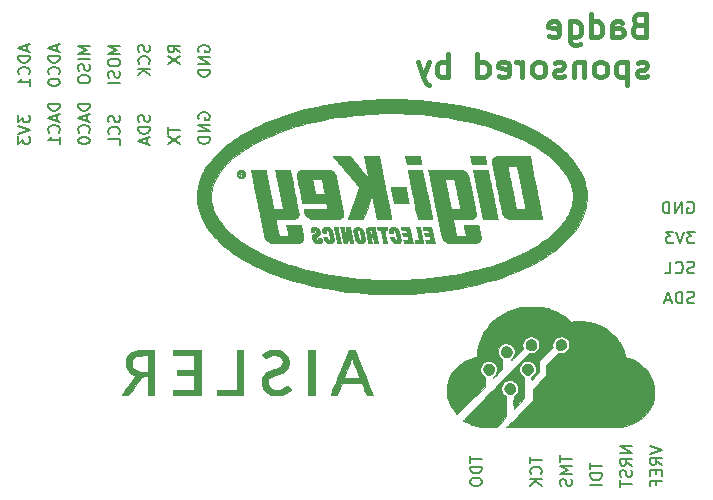
<source format=gbr>
G04 #@! TF.GenerationSoftware,KiCad,Pcbnew,5.1.6*
G04 #@! TF.CreationDate,2020-08-20T20:45:38+02:00*
G04 #@! TF.ProjectId,kicon19-badge,6b69636f-6e31-4392-9d62-616467652e6b,rev?*
G04 #@! TF.SameCoordinates,Original*
G04 #@! TF.FileFunction,Legend,Bot*
G04 #@! TF.FilePolarity,Positive*
%FSLAX46Y46*%
G04 Gerber Fmt 4.6, Leading zero omitted, Abs format (unit mm)*
G04 Created by KiCad (PCBNEW 5.1.6) date 2020-08-20 20:45:38*
%MOMM*%
%LPD*%
G01*
G04 APERTURE LIST*
%ADD10C,0.400000*%
%ADD11C,0.200000*%
%ADD12C,0.010000*%
G04 APERTURE END LIST*
D10*
X161947142Y-78557142D02*
X161661428Y-78652380D01*
X161566190Y-78747619D01*
X161470952Y-78938095D01*
X161470952Y-79223809D01*
X161566190Y-79414285D01*
X161661428Y-79509523D01*
X161851904Y-79604761D01*
X162613809Y-79604761D01*
X162613809Y-77604761D01*
X161947142Y-77604761D01*
X161756666Y-77700000D01*
X161661428Y-77795238D01*
X161566190Y-77985714D01*
X161566190Y-78176190D01*
X161661428Y-78366666D01*
X161756666Y-78461904D01*
X161947142Y-78557142D01*
X162613809Y-78557142D01*
X159756666Y-79604761D02*
X159756666Y-78557142D01*
X159851904Y-78366666D01*
X160042380Y-78271428D01*
X160423333Y-78271428D01*
X160613809Y-78366666D01*
X159756666Y-79509523D02*
X159947142Y-79604761D01*
X160423333Y-79604761D01*
X160613809Y-79509523D01*
X160709047Y-79319047D01*
X160709047Y-79128571D01*
X160613809Y-78938095D01*
X160423333Y-78842857D01*
X159947142Y-78842857D01*
X159756666Y-78747619D01*
X157947142Y-79604761D02*
X157947142Y-77604761D01*
X157947142Y-79509523D02*
X158137619Y-79604761D01*
X158518571Y-79604761D01*
X158709047Y-79509523D01*
X158804285Y-79414285D01*
X158899523Y-79223809D01*
X158899523Y-78652380D01*
X158804285Y-78461904D01*
X158709047Y-78366666D01*
X158518571Y-78271428D01*
X158137619Y-78271428D01*
X157947142Y-78366666D01*
X156137619Y-78271428D02*
X156137619Y-79890476D01*
X156232857Y-80080952D01*
X156328095Y-80176190D01*
X156518571Y-80271428D01*
X156804285Y-80271428D01*
X156994761Y-80176190D01*
X156137619Y-79509523D02*
X156328095Y-79604761D01*
X156709047Y-79604761D01*
X156899523Y-79509523D01*
X156994761Y-79414285D01*
X157090000Y-79223809D01*
X157090000Y-78652380D01*
X156994761Y-78461904D01*
X156899523Y-78366666D01*
X156709047Y-78271428D01*
X156328095Y-78271428D01*
X156137619Y-78366666D01*
X154423333Y-79509523D02*
X154613809Y-79604761D01*
X154994761Y-79604761D01*
X155185238Y-79509523D01*
X155280476Y-79319047D01*
X155280476Y-78557142D01*
X155185238Y-78366666D01*
X154994761Y-78271428D01*
X154613809Y-78271428D01*
X154423333Y-78366666D01*
X154328095Y-78557142D01*
X154328095Y-78747619D01*
X155280476Y-78938095D01*
X162709047Y-82909523D02*
X162518571Y-83004761D01*
X162137619Y-83004761D01*
X161947142Y-82909523D01*
X161851904Y-82719047D01*
X161851904Y-82623809D01*
X161947142Y-82433333D01*
X162137619Y-82338095D01*
X162423333Y-82338095D01*
X162613809Y-82242857D01*
X162709047Y-82052380D01*
X162709047Y-81957142D01*
X162613809Y-81766666D01*
X162423333Y-81671428D01*
X162137619Y-81671428D01*
X161947142Y-81766666D01*
X160994761Y-81671428D02*
X160994761Y-83671428D01*
X160994761Y-81766666D02*
X160804285Y-81671428D01*
X160423333Y-81671428D01*
X160232857Y-81766666D01*
X160137619Y-81861904D01*
X160042380Y-82052380D01*
X160042380Y-82623809D01*
X160137619Y-82814285D01*
X160232857Y-82909523D01*
X160423333Y-83004761D01*
X160804285Y-83004761D01*
X160994761Y-82909523D01*
X158899523Y-83004761D02*
X159090000Y-82909523D01*
X159185238Y-82814285D01*
X159280476Y-82623809D01*
X159280476Y-82052380D01*
X159185238Y-81861904D01*
X159090000Y-81766666D01*
X158899523Y-81671428D01*
X158613809Y-81671428D01*
X158423333Y-81766666D01*
X158328095Y-81861904D01*
X158232857Y-82052380D01*
X158232857Y-82623809D01*
X158328095Y-82814285D01*
X158423333Y-82909523D01*
X158613809Y-83004761D01*
X158899523Y-83004761D01*
X157375714Y-81671428D02*
X157375714Y-83004761D01*
X157375714Y-81861904D02*
X157280476Y-81766666D01*
X157090000Y-81671428D01*
X156804285Y-81671428D01*
X156613809Y-81766666D01*
X156518571Y-81957142D01*
X156518571Y-83004761D01*
X155661428Y-82909523D02*
X155470952Y-83004761D01*
X155090000Y-83004761D01*
X154899523Y-82909523D01*
X154804285Y-82719047D01*
X154804285Y-82623809D01*
X154899523Y-82433333D01*
X155090000Y-82338095D01*
X155375714Y-82338095D01*
X155566190Y-82242857D01*
X155661428Y-82052380D01*
X155661428Y-81957142D01*
X155566190Y-81766666D01*
X155375714Y-81671428D01*
X155090000Y-81671428D01*
X154899523Y-81766666D01*
X153661428Y-83004761D02*
X153851904Y-82909523D01*
X153947142Y-82814285D01*
X154042380Y-82623809D01*
X154042380Y-82052380D01*
X153947142Y-81861904D01*
X153851904Y-81766666D01*
X153661428Y-81671428D01*
X153375714Y-81671428D01*
X153185238Y-81766666D01*
X153090000Y-81861904D01*
X152994761Y-82052380D01*
X152994761Y-82623809D01*
X153090000Y-82814285D01*
X153185238Y-82909523D01*
X153375714Y-83004761D01*
X153661428Y-83004761D01*
X152137619Y-83004761D02*
X152137619Y-81671428D01*
X152137619Y-82052380D02*
X152042380Y-81861904D01*
X151947142Y-81766666D01*
X151756666Y-81671428D01*
X151566190Y-81671428D01*
X150137619Y-82909523D02*
X150328095Y-83004761D01*
X150709047Y-83004761D01*
X150899523Y-82909523D01*
X150994761Y-82719047D01*
X150994761Y-81957142D01*
X150899523Y-81766666D01*
X150709047Y-81671428D01*
X150328095Y-81671428D01*
X150137619Y-81766666D01*
X150042380Y-81957142D01*
X150042380Y-82147619D01*
X150994761Y-82338095D01*
X148328095Y-83004761D02*
X148328095Y-81004761D01*
X148328095Y-82909523D02*
X148518571Y-83004761D01*
X148899523Y-83004761D01*
X149090000Y-82909523D01*
X149185238Y-82814285D01*
X149280476Y-82623809D01*
X149280476Y-82052380D01*
X149185238Y-81861904D01*
X149090000Y-81766666D01*
X148899523Y-81671428D01*
X148518571Y-81671428D01*
X148328095Y-81766666D01*
X145851904Y-83004761D02*
X145851904Y-81004761D01*
X145851904Y-81766666D02*
X145661428Y-81671428D01*
X145280476Y-81671428D01*
X145090000Y-81766666D01*
X144994761Y-81861904D01*
X144899523Y-82052380D01*
X144899523Y-82623809D01*
X144994761Y-82814285D01*
X145090000Y-82909523D01*
X145280476Y-83004761D01*
X145661428Y-83004761D01*
X145851904Y-82909523D01*
X144232857Y-81671428D02*
X143756666Y-83004761D01*
X143280476Y-81671428D02*
X143756666Y-83004761D01*
X143947142Y-83480952D01*
X144042380Y-83576190D01*
X144232857Y-83671428D01*
D11*
X124740000Y-86531179D02*
X124692380Y-86435941D01*
X124692380Y-86293084D01*
X124740000Y-86150227D01*
X124835238Y-86054989D01*
X124930476Y-86007370D01*
X125120952Y-85959751D01*
X125263809Y-85959751D01*
X125454285Y-86007370D01*
X125549523Y-86054989D01*
X125644761Y-86150227D01*
X125692380Y-86293084D01*
X125692380Y-86388322D01*
X125644761Y-86531179D01*
X125597142Y-86578798D01*
X125263809Y-86578798D01*
X125263809Y-86388322D01*
X125692380Y-87007370D02*
X124692380Y-87007370D01*
X125692380Y-87578798D01*
X124692380Y-87578798D01*
X125692380Y-88054989D02*
X124692380Y-88054989D01*
X124692380Y-88293084D01*
X124740000Y-88435941D01*
X124835238Y-88531179D01*
X124930476Y-88578798D01*
X125120952Y-88626417D01*
X125263809Y-88626417D01*
X125454285Y-88578798D01*
X125549523Y-88531179D01*
X125644761Y-88435941D01*
X125692380Y-88293084D01*
X125692380Y-88054989D01*
X115532380Y-85245465D02*
X114532380Y-85245465D01*
X114532380Y-85483560D01*
X114580000Y-85626417D01*
X114675238Y-85721655D01*
X114770476Y-85769274D01*
X114960952Y-85816894D01*
X115103809Y-85816894D01*
X115294285Y-85769274D01*
X115389523Y-85721655D01*
X115484761Y-85626417D01*
X115532380Y-85483560D01*
X115532380Y-85245465D01*
X115246666Y-86197846D02*
X115246666Y-86674036D01*
X115532380Y-86102608D02*
X114532380Y-86435941D01*
X115532380Y-86769274D01*
X115437142Y-87674036D02*
X115484761Y-87626417D01*
X115532380Y-87483560D01*
X115532380Y-87388322D01*
X115484761Y-87245465D01*
X115389523Y-87150227D01*
X115294285Y-87102608D01*
X115103809Y-87054989D01*
X114960952Y-87054989D01*
X114770476Y-87102608D01*
X114675238Y-87150227D01*
X114580000Y-87245465D01*
X114532380Y-87388322D01*
X114532380Y-87483560D01*
X114580000Y-87626417D01*
X114627619Y-87674036D01*
X114532380Y-88293084D02*
X114532380Y-88388322D01*
X114580000Y-88483560D01*
X114627619Y-88531179D01*
X114722857Y-88578798D01*
X114913333Y-88626417D01*
X115151428Y-88626417D01*
X115341904Y-88578798D01*
X115437142Y-88531179D01*
X115484761Y-88483560D01*
X115532380Y-88388322D01*
X115532380Y-88293084D01*
X115484761Y-88197846D01*
X115437142Y-88150227D01*
X115341904Y-88102608D01*
X115151428Y-88054989D01*
X114913333Y-88054989D01*
X114722857Y-88102608D01*
X114627619Y-88150227D01*
X114580000Y-88197846D01*
X114532380Y-88293084D01*
X120564761Y-86197846D02*
X120612380Y-86340703D01*
X120612380Y-86578798D01*
X120564761Y-86674036D01*
X120517142Y-86721655D01*
X120421904Y-86769274D01*
X120326666Y-86769274D01*
X120231428Y-86721655D01*
X120183809Y-86674036D01*
X120136190Y-86578798D01*
X120088571Y-86388322D01*
X120040952Y-86293084D01*
X119993333Y-86245465D01*
X119898095Y-86197846D01*
X119802857Y-86197846D01*
X119707619Y-86245465D01*
X119660000Y-86293084D01*
X119612380Y-86388322D01*
X119612380Y-86626417D01*
X119660000Y-86769274D01*
X120612380Y-87197846D02*
X119612380Y-87197846D01*
X119612380Y-87435941D01*
X119660000Y-87578798D01*
X119755238Y-87674036D01*
X119850476Y-87721655D01*
X120040952Y-87769274D01*
X120183809Y-87769274D01*
X120374285Y-87721655D01*
X120469523Y-87674036D01*
X120564761Y-87578798D01*
X120612380Y-87435941D01*
X120612380Y-87197846D01*
X120326666Y-88150227D02*
X120326666Y-88626417D01*
X120612380Y-88054989D02*
X119612380Y-88388322D01*
X120612380Y-88721655D01*
X118024761Y-86245465D02*
X118072380Y-86388322D01*
X118072380Y-86626417D01*
X118024761Y-86721655D01*
X117977142Y-86769274D01*
X117881904Y-86816894D01*
X117786666Y-86816894D01*
X117691428Y-86769274D01*
X117643809Y-86721655D01*
X117596190Y-86626417D01*
X117548571Y-86435941D01*
X117500952Y-86340703D01*
X117453333Y-86293084D01*
X117358095Y-86245465D01*
X117262857Y-86245465D01*
X117167619Y-86293084D01*
X117120000Y-86340703D01*
X117072380Y-86435941D01*
X117072380Y-86674036D01*
X117120000Y-86816894D01*
X117977142Y-87816894D02*
X118024761Y-87769274D01*
X118072380Y-87626417D01*
X118072380Y-87531179D01*
X118024761Y-87388322D01*
X117929523Y-87293084D01*
X117834285Y-87245465D01*
X117643809Y-87197846D01*
X117500952Y-87197846D01*
X117310476Y-87245465D01*
X117215238Y-87293084D01*
X117120000Y-87388322D01*
X117072380Y-87531179D01*
X117072380Y-87626417D01*
X117120000Y-87769274D01*
X117167619Y-87816894D01*
X118072380Y-88721655D02*
X118072380Y-88245465D01*
X117072380Y-88245465D01*
X122152380Y-87197846D02*
X122152380Y-87769274D01*
X123152380Y-87483560D02*
X122152380Y-87483560D01*
X122152380Y-88007370D02*
X123152380Y-88674036D01*
X122152380Y-88674036D02*
X123152380Y-88007370D01*
X112992380Y-85245465D02*
X111992380Y-85245465D01*
X111992380Y-85483560D01*
X112040000Y-85626417D01*
X112135238Y-85721655D01*
X112230476Y-85769274D01*
X112420952Y-85816894D01*
X112563809Y-85816894D01*
X112754285Y-85769274D01*
X112849523Y-85721655D01*
X112944761Y-85626417D01*
X112992380Y-85483560D01*
X112992380Y-85245465D01*
X112706666Y-86197846D02*
X112706666Y-86674036D01*
X112992380Y-86102608D02*
X111992380Y-86435941D01*
X112992380Y-86769274D01*
X112897142Y-87674036D02*
X112944761Y-87626417D01*
X112992380Y-87483560D01*
X112992380Y-87388322D01*
X112944761Y-87245465D01*
X112849523Y-87150227D01*
X112754285Y-87102608D01*
X112563809Y-87054989D01*
X112420952Y-87054989D01*
X112230476Y-87102608D01*
X112135238Y-87150227D01*
X112040000Y-87245465D01*
X111992380Y-87388322D01*
X111992380Y-87483560D01*
X112040000Y-87626417D01*
X112087619Y-87674036D01*
X112992380Y-88626417D02*
X112992380Y-88054989D01*
X112992380Y-88340703D02*
X111992380Y-88340703D01*
X112135238Y-88245465D01*
X112230476Y-88150227D01*
X112278095Y-88054989D01*
X109452380Y-86197846D02*
X109452380Y-86816894D01*
X109833333Y-86483560D01*
X109833333Y-86626417D01*
X109880952Y-86721655D01*
X109928571Y-86769274D01*
X110023809Y-86816894D01*
X110261904Y-86816894D01*
X110357142Y-86769274D01*
X110404761Y-86721655D01*
X110452380Y-86626417D01*
X110452380Y-86340703D01*
X110404761Y-86245465D01*
X110357142Y-86197846D01*
X109452380Y-87102608D02*
X110452380Y-87435941D01*
X109452380Y-87769274D01*
X109452380Y-88007370D02*
X109452380Y-88626417D01*
X109833333Y-88293084D01*
X109833333Y-88435941D01*
X109880952Y-88531179D01*
X109928571Y-88578798D01*
X110023809Y-88626417D01*
X110261904Y-88626417D01*
X110357142Y-88578798D01*
X110404761Y-88531179D01*
X110452380Y-88435941D01*
X110452380Y-88150227D01*
X110404761Y-88054989D01*
X110357142Y-88007370D01*
X110166666Y-80267370D02*
X110166666Y-80743560D01*
X110452380Y-80172132D02*
X109452380Y-80505465D01*
X110452380Y-80838798D01*
X110452380Y-81172132D02*
X109452380Y-81172132D01*
X109452380Y-81410227D01*
X109500000Y-81553084D01*
X109595238Y-81648322D01*
X109690476Y-81695941D01*
X109880952Y-81743560D01*
X110023809Y-81743560D01*
X110214285Y-81695941D01*
X110309523Y-81648322D01*
X110404761Y-81553084D01*
X110452380Y-81410227D01*
X110452380Y-81172132D01*
X110357142Y-82743560D02*
X110404761Y-82695941D01*
X110452380Y-82553084D01*
X110452380Y-82457846D01*
X110404761Y-82314989D01*
X110309523Y-82219751D01*
X110214285Y-82172132D01*
X110023809Y-82124513D01*
X109880952Y-82124513D01*
X109690476Y-82172132D01*
X109595238Y-82219751D01*
X109500000Y-82314989D01*
X109452380Y-82457846D01*
X109452380Y-82553084D01*
X109500000Y-82695941D01*
X109547619Y-82743560D01*
X110452380Y-83695941D02*
X110452380Y-83124513D01*
X110452380Y-83410227D02*
X109452380Y-83410227D01*
X109595238Y-83314989D01*
X109690476Y-83219751D01*
X109738095Y-83124513D01*
X112706666Y-80267370D02*
X112706666Y-80743560D01*
X112992380Y-80172132D02*
X111992380Y-80505465D01*
X112992380Y-80838798D01*
X112992380Y-81172132D02*
X111992380Y-81172132D01*
X111992380Y-81410227D01*
X112040000Y-81553084D01*
X112135238Y-81648322D01*
X112230476Y-81695941D01*
X112420952Y-81743560D01*
X112563809Y-81743560D01*
X112754285Y-81695941D01*
X112849523Y-81648322D01*
X112944761Y-81553084D01*
X112992380Y-81410227D01*
X112992380Y-81172132D01*
X112897142Y-82743560D02*
X112944761Y-82695941D01*
X112992380Y-82553084D01*
X112992380Y-82457846D01*
X112944761Y-82314989D01*
X112849523Y-82219751D01*
X112754285Y-82172132D01*
X112563809Y-82124513D01*
X112420952Y-82124513D01*
X112230476Y-82172132D01*
X112135238Y-82219751D01*
X112040000Y-82314989D01*
X111992380Y-82457846D01*
X111992380Y-82553084D01*
X112040000Y-82695941D01*
X112087619Y-82743560D01*
X111992380Y-83362608D02*
X111992380Y-83457846D01*
X112040000Y-83553084D01*
X112087619Y-83600703D01*
X112182857Y-83648322D01*
X112373333Y-83695941D01*
X112611428Y-83695941D01*
X112801904Y-83648322D01*
X112897142Y-83600703D01*
X112944761Y-83553084D01*
X112992380Y-83457846D01*
X112992380Y-83362608D01*
X112944761Y-83267370D01*
X112897142Y-83219751D01*
X112801904Y-83172132D01*
X112611428Y-83124513D01*
X112373333Y-83124513D01*
X112182857Y-83172132D01*
X112087619Y-83219751D01*
X112040000Y-83267370D01*
X111992380Y-83362608D01*
X123152380Y-80886417D02*
X122676190Y-80553084D01*
X123152380Y-80314989D02*
X122152380Y-80314989D01*
X122152380Y-80695941D01*
X122200000Y-80791179D01*
X122247619Y-80838798D01*
X122342857Y-80886417D01*
X122485714Y-80886417D01*
X122580952Y-80838798D01*
X122628571Y-80791179D01*
X122676190Y-80695941D01*
X122676190Y-80314989D01*
X122152380Y-81219751D02*
X123152380Y-81886417D01*
X122152380Y-81886417D02*
X123152380Y-81219751D01*
X118072380Y-80314989D02*
X117072380Y-80314989D01*
X117786666Y-80648322D01*
X117072380Y-80981655D01*
X118072380Y-80981655D01*
X117072380Y-81648322D02*
X117072380Y-81838798D01*
X117120000Y-81934036D01*
X117215238Y-82029274D01*
X117405714Y-82076894D01*
X117739047Y-82076894D01*
X117929523Y-82029274D01*
X118024761Y-81934036D01*
X118072380Y-81838798D01*
X118072380Y-81648322D01*
X118024761Y-81553084D01*
X117929523Y-81457846D01*
X117739047Y-81410227D01*
X117405714Y-81410227D01*
X117215238Y-81457846D01*
X117120000Y-81553084D01*
X117072380Y-81648322D01*
X118024761Y-82457846D02*
X118072380Y-82600703D01*
X118072380Y-82838798D01*
X118024761Y-82934036D01*
X117977142Y-82981655D01*
X117881904Y-83029274D01*
X117786666Y-83029274D01*
X117691428Y-82981655D01*
X117643809Y-82934036D01*
X117596190Y-82838798D01*
X117548571Y-82648322D01*
X117500952Y-82553084D01*
X117453333Y-82505465D01*
X117358095Y-82457846D01*
X117262857Y-82457846D01*
X117167619Y-82505465D01*
X117120000Y-82553084D01*
X117072380Y-82648322D01*
X117072380Y-82886417D01*
X117120000Y-83029274D01*
X118072380Y-83457846D02*
X117072380Y-83457846D01*
X120564761Y-80267370D02*
X120612380Y-80410227D01*
X120612380Y-80648322D01*
X120564761Y-80743560D01*
X120517142Y-80791179D01*
X120421904Y-80838798D01*
X120326666Y-80838798D01*
X120231428Y-80791179D01*
X120183809Y-80743560D01*
X120136190Y-80648322D01*
X120088571Y-80457846D01*
X120040952Y-80362608D01*
X119993333Y-80314989D01*
X119898095Y-80267370D01*
X119802857Y-80267370D01*
X119707619Y-80314989D01*
X119660000Y-80362608D01*
X119612380Y-80457846D01*
X119612380Y-80695941D01*
X119660000Y-80838798D01*
X120517142Y-81838798D02*
X120564761Y-81791179D01*
X120612380Y-81648322D01*
X120612380Y-81553084D01*
X120564761Y-81410227D01*
X120469523Y-81314989D01*
X120374285Y-81267370D01*
X120183809Y-81219751D01*
X120040952Y-81219751D01*
X119850476Y-81267370D01*
X119755238Y-81314989D01*
X119660000Y-81410227D01*
X119612380Y-81553084D01*
X119612380Y-81648322D01*
X119660000Y-81791179D01*
X119707619Y-81838798D01*
X120612380Y-82267370D02*
X119612380Y-82267370D01*
X120612380Y-82838798D02*
X120040952Y-82410227D01*
X119612380Y-82838798D02*
X120183809Y-82267370D01*
X115532380Y-80314989D02*
X114532380Y-80314989D01*
X115246666Y-80648322D01*
X114532380Y-80981655D01*
X115532380Y-80981655D01*
X115532380Y-81457846D02*
X114532380Y-81457846D01*
X115484761Y-81886417D02*
X115532380Y-82029274D01*
X115532380Y-82267370D01*
X115484761Y-82362608D01*
X115437142Y-82410227D01*
X115341904Y-82457846D01*
X115246666Y-82457846D01*
X115151428Y-82410227D01*
X115103809Y-82362608D01*
X115056190Y-82267370D01*
X115008571Y-82076894D01*
X114960952Y-81981655D01*
X114913333Y-81934036D01*
X114818095Y-81886417D01*
X114722857Y-81886417D01*
X114627619Y-81934036D01*
X114580000Y-81981655D01*
X114532380Y-82076894D01*
X114532380Y-82314989D01*
X114580000Y-82457846D01*
X114532380Y-83076894D02*
X114532380Y-83267370D01*
X114580000Y-83362608D01*
X114675238Y-83457846D01*
X114865714Y-83505465D01*
X115199047Y-83505465D01*
X115389523Y-83457846D01*
X115484761Y-83362608D01*
X115532380Y-83267370D01*
X115532380Y-83076894D01*
X115484761Y-82981655D01*
X115389523Y-82886417D01*
X115199047Y-82838798D01*
X114865714Y-82838798D01*
X114675238Y-82886417D01*
X114580000Y-82981655D01*
X114532380Y-83076894D01*
X124740000Y-80838798D02*
X124692380Y-80743560D01*
X124692380Y-80600703D01*
X124740000Y-80457846D01*
X124835238Y-80362608D01*
X124930476Y-80314989D01*
X125120952Y-80267370D01*
X125263809Y-80267370D01*
X125454285Y-80314989D01*
X125549523Y-80362608D01*
X125644761Y-80457846D01*
X125692380Y-80600703D01*
X125692380Y-80695941D01*
X125644761Y-80838798D01*
X125597142Y-80886417D01*
X125263809Y-80886417D01*
X125263809Y-80695941D01*
X125692380Y-81314989D02*
X124692380Y-81314989D01*
X125692380Y-81886417D01*
X124692380Y-81886417D01*
X125692380Y-82362608D02*
X124692380Y-82362608D01*
X124692380Y-82600703D01*
X124740000Y-82743560D01*
X124835238Y-82838798D01*
X124930476Y-82886417D01*
X125120952Y-82934036D01*
X125263809Y-82934036D01*
X125454285Y-82886417D01*
X125549523Y-82838798D01*
X125644761Y-82743560D01*
X125692380Y-82600703D01*
X125692380Y-82362608D01*
X147712380Y-115055714D02*
X147712380Y-115627142D01*
X148712380Y-115341428D02*
X147712380Y-115341428D01*
X148712380Y-115960476D02*
X147712380Y-115960476D01*
X147712380Y-116198571D01*
X147760000Y-116341428D01*
X147855238Y-116436666D01*
X147950476Y-116484285D01*
X148140952Y-116531904D01*
X148283809Y-116531904D01*
X148474285Y-116484285D01*
X148569523Y-116436666D01*
X148664761Y-116341428D01*
X148712380Y-116198571D01*
X148712380Y-115960476D01*
X147712380Y-117150952D02*
X147712380Y-117341428D01*
X147760000Y-117436666D01*
X147855238Y-117531904D01*
X148045714Y-117579523D01*
X148379047Y-117579523D01*
X148569523Y-117531904D01*
X148664761Y-117436666D01*
X148712380Y-117341428D01*
X148712380Y-117150952D01*
X148664761Y-117055714D01*
X148569523Y-116960476D01*
X148379047Y-116912857D01*
X148045714Y-116912857D01*
X147855238Y-116960476D01*
X147760000Y-117055714D01*
X147712380Y-117150952D01*
X152792380Y-115103333D02*
X152792380Y-115674761D01*
X153792380Y-115389047D02*
X152792380Y-115389047D01*
X153697142Y-116579523D02*
X153744761Y-116531904D01*
X153792380Y-116389047D01*
X153792380Y-116293809D01*
X153744761Y-116150952D01*
X153649523Y-116055714D01*
X153554285Y-116008095D01*
X153363809Y-115960476D01*
X153220952Y-115960476D01*
X153030476Y-116008095D01*
X152935238Y-116055714D01*
X152840000Y-116150952D01*
X152792380Y-116293809D01*
X152792380Y-116389047D01*
X152840000Y-116531904D01*
X152887619Y-116579523D01*
X153792380Y-117008095D02*
X152792380Y-117008095D01*
X153792380Y-117579523D02*
X153220952Y-117150952D01*
X152792380Y-117579523D02*
X153363809Y-117008095D01*
X155332380Y-115008095D02*
X155332380Y-115579523D01*
X156332380Y-115293809D02*
X155332380Y-115293809D01*
X156332380Y-115912857D02*
X155332380Y-115912857D01*
X156046666Y-116246190D01*
X155332380Y-116579523D01*
X156332380Y-116579523D01*
X156284761Y-117008095D02*
X156332380Y-117150952D01*
X156332380Y-117389047D01*
X156284761Y-117484285D01*
X156237142Y-117531904D01*
X156141904Y-117579523D01*
X156046666Y-117579523D01*
X155951428Y-117531904D01*
X155903809Y-117484285D01*
X155856190Y-117389047D01*
X155808571Y-117198571D01*
X155760952Y-117103333D01*
X155713333Y-117055714D01*
X155618095Y-117008095D01*
X155522857Y-117008095D01*
X155427619Y-117055714D01*
X155380000Y-117103333D01*
X155332380Y-117198571D01*
X155332380Y-117436666D01*
X155380000Y-117579523D01*
X161412380Y-114246190D02*
X160412380Y-114246190D01*
X161412380Y-114817619D01*
X160412380Y-114817619D01*
X161412380Y-115865238D02*
X160936190Y-115531904D01*
X161412380Y-115293809D02*
X160412380Y-115293809D01*
X160412380Y-115674761D01*
X160460000Y-115770000D01*
X160507619Y-115817619D01*
X160602857Y-115865238D01*
X160745714Y-115865238D01*
X160840952Y-115817619D01*
X160888571Y-115770000D01*
X160936190Y-115674761D01*
X160936190Y-115293809D01*
X161364761Y-116246190D02*
X161412380Y-116389047D01*
X161412380Y-116627142D01*
X161364761Y-116722380D01*
X161317142Y-116770000D01*
X161221904Y-116817619D01*
X161126666Y-116817619D01*
X161031428Y-116770000D01*
X160983809Y-116722380D01*
X160936190Y-116627142D01*
X160888571Y-116436666D01*
X160840952Y-116341428D01*
X160793333Y-116293809D01*
X160698095Y-116246190D01*
X160602857Y-116246190D01*
X160507619Y-116293809D01*
X160460000Y-116341428D01*
X160412380Y-116436666D01*
X160412380Y-116674761D01*
X160460000Y-116817619D01*
X160412380Y-117103333D02*
X160412380Y-117674761D01*
X161412380Y-117389047D02*
X160412380Y-117389047D01*
X157872380Y-115627142D02*
X157872380Y-116198571D01*
X158872380Y-115912857D02*
X157872380Y-115912857D01*
X158872380Y-116531904D02*
X157872380Y-116531904D01*
X157872380Y-116770000D01*
X157920000Y-116912857D01*
X158015238Y-117008095D01*
X158110476Y-117055714D01*
X158300952Y-117103333D01*
X158443809Y-117103333D01*
X158634285Y-117055714D01*
X158729523Y-117008095D01*
X158824761Y-116912857D01*
X158872380Y-116770000D01*
X158872380Y-116531904D01*
X158872380Y-117531904D02*
X157872380Y-117531904D01*
X162952380Y-114246190D02*
X163952380Y-114579523D01*
X162952380Y-114912857D01*
X163952380Y-115817619D02*
X163476190Y-115484285D01*
X163952380Y-115246190D02*
X162952380Y-115246190D01*
X162952380Y-115627142D01*
X163000000Y-115722380D01*
X163047619Y-115770000D01*
X163142857Y-115817619D01*
X163285714Y-115817619D01*
X163380952Y-115770000D01*
X163428571Y-115722380D01*
X163476190Y-115627142D01*
X163476190Y-115246190D01*
X163428571Y-116246190D02*
X163428571Y-116579523D01*
X163952380Y-116722380D02*
X163952380Y-116246190D01*
X162952380Y-116246190D01*
X162952380Y-116722380D01*
X163428571Y-117484285D02*
X163428571Y-117150952D01*
X163952380Y-117150952D02*
X162952380Y-117150952D01*
X162952380Y-117627142D01*
X166679523Y-102084761D02*
X166536666Y-102132380D01*
X166298571Y-102132380D01*
X166203333Y-102084761D01*
X166155714Y-102037142D01*
X166108095Y-101941904D01*
X166108095Y-101846666D01*
X166155714Y-101751428D01*
X166203333Y-101703809D01*
X166298571Y-101656190D01*
X166489047Y-101608571D01*
X166584285Y-101560952D01*
X166631904Y-101513333D01*
X166679523Y-101418095D01*
X166679523Y-101322857D01*
X166631904Y-101227619D01*
X166584285Y-101180000D01*
X166489047Y-101132380D01*
X166250952Y-101132380D01*
X166108095Y-101180000D01*
X165679523Y-102132380D02*
X165679523Y-101132380D01*
X165441428Y-101132380D01*
X165298571Y-101180000D01*
X165203333Y-101275238D01*
X165155714Y-101370476D01*
X165108095Y-101560952D01*
X165108095Y-101703809D01*
X165155714Y-101894285D01*
X165203333Y-101989523D01*
X165298571Y-102084761D01*
X165441428Y-102132380D01*
X165679523Y-102132380D01*
X164727142Y-101846666D02*
X164250952Y-101846666D01*
X164822380Y-102132380D02*
X164489047Y-101132380D01*
X164155714Y-102132380D01*
X166679523Y-99544761D02*
X166536666Y-99592380D01*
X166298571Y-99592380D01*
X166203333Y-99544761D01*
X166155714Y-99497142D01*
X166108095Y-99401904D01*
X166108095Y-99306666D01*
X166155714Y-99211428D01*
X166203333Y-99163809D01*
X166298571Y-99116190D01*
X166489047Y-99068571D01*
X166584285Y-99020952D01*
X166631904Y-98973333D01*
X166679523Y-98878095D01*
X166679523Y-98782857D01*
X166631904Y-98687619D01*
X166584285Y-98640000D01*
X166489047Y-98592380D01*
X166250952Y-98592380D01*
X166108095Y-98640000D01*
X165108095Y-99497142D02*
X165155714Y-99544761D01*
X165298571Y-99592380D01*
X165393809Y-99592380D01*
X165536666Y-99544761D01*
X165631904Y-99449523D01*
X165679523Y-99354285D01*
X165727142Y-99163809D01*
X165727142Y-99020952D01*
X165679523Y-98830476D01*
X165631904Y-98735238D01*
X165536666Y-98640000D01*
X165393809Y-98592380D01*
X165298571Y-98592380D01*
X165155714Y-98640000D01*
X165108095Y-98687619D01*
X164203333Y-99592380D02*
X164679523Y-99592380D01*
X164679523Y-98592380D01*
X166727142Y-96052380D02*
X166108095Y-96052380D01*
X166441428Y-96433333D01*
X166298571Y-96433333D01*
X166203333Y-96480952D01*
X166155714Y-96528571D01*
X166108095Y-96623809D01*
X166108095Y-96861904D01*
X166155714Y-96957142D01*
X166203333Y-97004761D01*
X166298571Y-97052380D01*
X166584285Y-97052380D01*
X166679523Y-97004761D01*
X166727142Y-96957142D01*
X165822380Y-96052380D02*
X165489047Y-97052380D01*
X165155714Y-96052380D01*
X164917619Y-96052380D02*
X164298571Y-96052380D01*
X164631904Y-96433333D01*
X164489047Y-96433333D01*
X164393809Y-96480952D01*
X164346190Y-96528571D01*
X164298571Y-96623809D01*
X164298571Y-96861904D01*
X164346190Y-96957142D01*
X164393809Y-97004761D01*
X164489047Y-97052380D01*
X164774761Y-97052380D01*
X164870000Y-97004761D01*
X164917619Y-96957142D01*
X166108095Y-93560000D02*
X166203333Y-93512380D01*
X166346190Y-93512380D01*
X166489047Y-93560000D01*
X166584285Y-93655238D01*
X166631904Y-93750476D01*
X166679523Y-93940952D01*
X166679523Y-94083809D01*
X166631904Y-94274285D01*
X166584285Y-94369523D01*
X166489047Y-94464761D01*
X166346190Y-94512380D01*
X166250952Y-94512380D01*
X166108095Y-94464761D01*
X166060476Y-94417142D01*
X166060476Y-94083809D01*
X166250952Y-94083809D01*
X165631904Y-94512380D02*
X165631904Y-93512380D01*
X165060476Y-94512380D01*
X165060476Y-93512380D01*
X164584285Y-94512380D02*
X164584285Y-93512380D01*
X164346190Y-93512380D01*
X164203333Y-93560000D01*
X164108095Y-93655238D01*
X164060476Y-93750476D01*
X164012857Y-93940952D01*
X164012857Y-94083809D01*
X164060476Y-94274285D01*
X164108095Y-94369523D01*
X164203333Y-94464761D01*
X164346190Y-94512380D01*
X164584285Y-94512380D01*
D12*
G36*
X140108571Y-84861308D02*
G01*
X139428249Y-84888459D01*
X138805533Y-84925729D01*
X138211705Y-84972546D01*
X137623520Y-85030001D01*
X137041469Y-85097960D01*
X136466043Y-85176291D01*
X135897732Y-85264861D01*
X135337027Y-85363537D01*
X134784420Y-85472185D01*
X134240401Y-85590673D01*
X133705461Y-85718868D01*
X133180091Y-85856637D01*
X132664781Y-86003846D01*
X132160023Y-86160364D01*
X131666307Y-86326056D01*
X131184124Y-86500791D01*
X130713965Y-86684434D01*
X130256321Y-86876853D01*
X129811683Y-87077916D01*
X129380541Y-87287488D01*
X128963386Y-87505437D01*
X128660204Y-87674197D01*
X128310632Y-87880942D01*
X127975058Y-88093211D01*
X127653741Y-88310785D01*
X127346943Y-88533446D01*
X127054923Y-88760975D01*
X126777942Y-88993155D01*
X126516261Y-89229768D01*
X126270139Y-89470594D01*
X126039838Y-89715415D01*
X125825618Y-89964014D01*
X125628912Y-90214603D01*
X125454600Y-90459886D01*
X125295877Y-90708326D01*
X125152911Y-90959533D01*
X125025872Y-91213120D01*
X124914929Y-91468698D01*
X124820250Y-91725879D01*
X124742006Y-91984275D01*
X124680364Y-92243499D01*
X124637229Y-92490929D01*
X124624248Y-92585477D01*
X124614107Y-92669705D01*
X124606495Y-92748102D01*
X124601101Y-92825159D01*
X124597616Y-92905368D01*
X124595727Y-92993220D01*
X124595127Y-93093204D01*
X124595125Y-93100000D01*
X124595655Y-93200898D01*
X124597453Y-93289380D01*
X124600829Y-93369937D01*
X124606094Y-93447061D01*
X124613557Y-93525241D01*
X124623530Y-93608970D01*
X124636323Y-93702737D01*
X124637229Y-93709072D01*
X124683339Y-93971419D01*
X124746181Y-94232307D01*
X124825604Y-94491554D01*
X124921456Y-94748978D01*
X125033582Y-95004394D01*
X125161832Y-95257619D01*
X125306053Y-95508472D01*
X125466093Y-95756769D01*
X125641798Y-96002326D01*
X125833017Y-96244962D01*
X126039597Y-96484492D01*
X126261386Y-96720734D01*
X126498232Y-96953504D01*
X126749982Y-97182621D01*
X127016483Y-97407901D01*
X127297583Y-97629160D01*
X127593131Y-97846216D01*
X127902973Y-98058886D01*
X128226956Y-98266987D01*
X128564930Y-98470335D01*
X128637066Y-98512072D01*
X129040150Y-98735492D01*
X129457739Y-98950860D01*
X129889364Y-99158031D01*
X130334554Y-99356854D01*
X130792838Y-99547183D01*
X131263747Y-99728869D01*
X131746809Y-99901763D01*
X132241554Y-100065719D01*
X132747511Y-100220588D01*
X133264211Y-100366222D01*
X133791182Y-100502472D01*
X134327955Y-100629191D01*
X134874059Y-100746231D01*
X135429023Y-100853443D01*
X135992377Y-100950680D01*
X136563650Y-101037793D01*
X136739666Y-101062362D01*
X137395451Y-101144570D01*
X138060000Y-101213331D01*
X138731662Y-101268547D01*
X139408785Y-101310123D01*
X140089720Y-101337964D01*
X140772814Y-101351972D01*
X141456416Y-101352052D01*
X141667266Y-101349248D01*
X142283854Y-101333229D01*
X142897537Y-101305611D01*
X143507661Y-101266523D01*
X144113572Y-101216090D01*
X144714614Y-101154441D01*
X145310134Y-101081702D01*
X145899476Y-100998000D01*
X146481987Y-100903462D01*
X147057012Y-100798216D01*
X147623896Y-100682388D01*
X148181985Y-100556106D01*
X148730624Y-100419496D01*
X149269159Y-100272686D01*
X149796934Y-100115802D01*
X150313297Y-99948973D01*
X150817592Y-99772323D01*
X151309164Y-99585982D01*
X151787360Y-99390076D01*
X151810333Y-99380277D01*
X152129130Y-99240261D01*
X152445944Y-99093671D01*
X152757810Y-98941986D01*
X153061761Y-98786687D01*
X153354833Y-98629251D01*
X153634060Y-98471160D01*
X153643250Y-98465805D01*
X153994511Y-98253866D01*
X154331166Y-98036308D01*
X154653004Y-97813305D01*
X154959814Y-97585030D01*
X155251386Y-97351655D01*
X155527508Y-97113352D01*
X155787971Y-96870294D01*
X156032562Y-96622654D01*
X156261072Y-96370604D01*
X156393102Y-96213998D01*
X156583365Y-95970390D01*
X156757586Y-95723712D01*
X156915718Y-95474222D01*
X157057714Y-95222180D01*
X157183526Y-94967843D01*
X157293107Y-94711468D01*
X157386410Y-94453314D01*
X157463388Y-94193639D01*
X157523994Y-93932700D01*
X157568180Y-93670757D01*
X157595899Y-93408066D01*
X157604984Y-93194673D01*
X156407732Y-93194673D01*
X156394377Y-93408463D01*
X156366181Y-93617255D01*
X156361042Y-93645947D01*
X156311108Y-93870339D01*
X156244407Y-94094031D01*
X156161097Y-94316852D01*
X156061335Y-94538633D01*
X155945279Y-94759204D01*
X155813089Y-94978395D01*
X155664920Y-95196035D01*
X155500932Y-95411956D01*
X155321282Y-95625987D01*
X155126127Y-95837958D01*
X154915627Y-96047700D01*
X154689939Y-96255042D01*
X154449220Y-96459815D01*
X154193629Y-96661848D01*
X153923323Y-96860972D01*
X153638460Y-97057017D01*
X153339199Y-97249814D01*
X153025697Y-97439191D01*
X152698112Y-97624979D01*
X152627366Y-97663620D01*
X152570810Y-97693744D01*
X152501450Y-97729769D01*
X152421831Y-97770440D01*
X152334497Y-97814500D01*
X152241992Y-97860694D01*
X152146858Y-97907768D01*
X152051641Y-97954466D01*
X151958884Y-97999532D01*
X151871132Y-98041712D01*
X151790927Y-98079749D01*
X151720814Y-98112389D01*
X151683765Y-98129258D01*
X151226393Y-98327805D01*
X150760106Y-98515633D01*
X150284025Y-98693040D01*
X149797273Y-98860322D01*
X149298974Y-99017779D01*
X148788248Y-99165708D01*
X148264221Y-99304407D01*
X148106166Y-99343799D01*
X147496261Y-99486035D01*
X146879965Y-99614465D01*
X146256790Y-99729154D01*
X145626247Y-99830166D01*
X144987849Y-99917565D01*
X144341106Y-99991415D01*
X143685531Y-100051781D01*
X143020634Y-100098726D01*
X142345927Y-100132316D01*
X142022866Y-100143580D01*
X141958015Y-100145195D01*
X141878201Y-100146619D01*
X141785393Y-100147851D01*
X141681563Y-100148890D01*
X141568678Y-100149737D01*
X141448709Y-100150389D01*
X141323625Y-100150846D01*
X141195396Y-100151108D01*
X141065992Y-100151174D01*
X140937381Y-100151042D01*
X140811534Y-100150713D01*
X140690420Y-100150185D01*
X140576008Y-100149458D01*
X140470269Y-100148530D01*
X140375172Y-100147402D01*
X140292686Y-100146073D01*
X140224782Y-100144541D01*
X140215233Y-100144272D01*
X139577291Y-100119905D01*
X138950866Y-100084211D01*
X138334750Y-100037037D01*
X137727737Y-99978231D01*
X137128620Y-99907639D01*
X136536193Y-99825110D01*
X135949249Y-99730490D01*
X135366583Y-99623627D01*
X134786986Y-99504369D01*
X134318199Y-99398406D01*
X133827546Y-99277532D01*
X133345012Y-99147597D01*
X132871307Y-99008871D01*
X132407139Y-98861623D01*
X131953218Y-98706122D01*
X131510251Y-98542638D01*
X131078948Y-98371440D01*
X130660016Y-98192797D01*
X130254165Y-98006979D01*
X129862104Y-97814255D01*
X129484540Y-97614894D01*
X129191633Y-97449780D01*
X128903775Y-97277271D01*
X128623577Y-97098596D01*
X128353043Y-96915142D01*
X128094175Y-96728293D01*
X127848976Y-96539435D01*
X127702879Y-96420427D01*
X127602066Y-96335478D01*
X127510831Y-96256383D01*
X127424976Y-96179312D01*
X127340309Y-96100437D01*
X127252633Y-96015928D01*
X127167912Y-95932115D01*
X126962299Y-95717731D01*
X126773092Y-95501825D01*
X126600343Y-95284489D01*
X126444099Y-95065814D01*
X126304411Y-94845892D01*
X126181328Y-94624816D01*
X126074900Y-94402676D01*
X125985176Y-94179565D01*
X125912207Y-93955575D01*
X125856041Y-93730798D01*
X125816729Y-93505325D01*
X125805216Y-93410065D01*
X125799070Y-93334260D01*
X125794956Y-93246414D01*
X125792873Y-93151293D01*
X125792821Y-93053666D01*
X125794801Y-92958302D01*
X125798812Y-92869969D01*
X125804854Y-92793435D01*
X125805216Y-92789936D01*
X125837245Y-92565546D01*
X125886109Y-92341552D01*
X125951708Y-92118108D01*
X126033946Y-91895368D01*
X126132725Y-91673488D01*
X126247947Y-91452619D01*
X126379515Y-91232918D01*
X126527330Y-91014538D01*
X126691296Y-90797633D01*
X126871314Y-90582357D01*
X127067286Y-90368864D01*
X127279116Y-90157309D01*
X127506706Y-89947845D01*
X127724695Y-89761438D01*
X128011151Y-89533972D01*
X128313111Y-89312325D01*
X128630125Y-89096639D01*
X128961743Y-88887057D01*
X129307516Y-88683722D01*
X129666992Y-88486775D01*
X130039724Y-88296361D01*
X130425260Y-88112621D01*
X130823150Y-87935697D01*
X131232946Y-87765734D01*
X131654197Y-87602872D01*
X132086452Y-87447255D01*
X132529264Y-87299026D01*
X132982180Y-87158327D01*
X133444753Y-87025300D01*
X133916531Y-86900089D01*
X134397065Y-86782836D01*
X134885905Y-86673683D01*
X135382601Y-86572773D01*
X135886704Y-86480249D01*
X136397763Y-86396254D01*
X136915328Y-86320929D01*
X137438950Y-86254418D01*
X137968180Y-86196863D01*
X138502566Y-86148407D01*
X139041659Y-86109193D01*
X139292366Y-86094226D01*
X139712614Y-86073977D01*
X140144606Y-86059151D01*
X140584035Y-86049777D01*
X141026594Y-86045885D01*
X141467976Y-86047504D01*
X141903874Y-86054663D01*
X142329980Y-86067390D01*
X142467366Y-86072802D01*
X143035190Y-86101782D01*
X143598767Y-86140934D01*
X144157577Y-86190123D01*
X144711100Y-86249212D01*
X145258815Y-86318065D01*
X145800202Y-86396545D01*
X146334741Y-86484517D01*
X146861912Y-86581844D01*
X147381195Y-86688390D01*
X147892069Y-86804019D01*
X148394014Y-86928594D01*
X148886511Y-87061979D01*
X149369037Y-87204038D01*
X149841075Y-87354634D01*
X150302102Y-87513632D01*
X150751599Y-87680895D01*
X151189047Y-87856286D01*
X151613923Y-88039670D01*
X152025709Y-88230910D01*
X152423884Y-88429869D01*
X152807928Y-88636413D01*
X153177321Y-88850403D01*
X153258133Y-88899423D01*
X153559632Y-89090006D01*
X153847115Y-89284217D01*
X154120392Y-89481842D01*
X154379272Y-89682668D01*
X154623567Y-89886480D01*
X154853086Y-90093065D01*
X155067639Y-90302209D01*
X155267036Y-90513699D01*
X155451088Y-90727320D01*
X155619605Y-90942858D01*
X155772397Y-91160101D01*
X155909274Y-91378834D01*
X156030046Y-91598842D01*
X156134524Y-91819914D01*
X156222517Y-92041834D01*
X156293836Y-92264389D01*
X156314589Y-92341480D01*
X156359675Y-92549289D01*
X156390288Y-92762489D01*
X156406339Y-92978483D01*
X156407732Y-93194673D01*
X157604984Y-93194673D01*
X157607104Y-93144886D01*
X157601748Y-92881474D01*
X157579784Y-92618090D01*
X157541163Y-92354989D01*
X157485840Y-92092432D01*
X157413766Y-91830675D01*
X157324895Y-91569977D01*
X157269125Y-91427834D01*
X157154731Y-91170656D01*
X157023663Y-90915425D01*
X156876092Y-90662361D01*
X156712191Y-90411682D01*
X156532129Y-90163608D01*
X156336079Y-89918358D01*
X156124212Y-89676151D01*
X155896698Y-89437206D01*
X155653710Y-89201743D01*
X155395418Y-88969980D01*
X155256672Y-88852294D01*
X154969193Y-88621872D01*
X154665818Y-88395905D01*
X154347066Y-88174700D01*
X154013458Y-87958565D01*
X153665516Y-87747809D01*
X153303758Y-87542739D01*
X152928707Y-87343662D01*
X152540883Y-87150887D01*
X152140806Y-86964721D01*
X151840428Y-86832791D01*
X151337514Y-86625515D01*
X150821773Y-86429205D01*
X150293192Y-86243858D01*
X149751759Y-86069471D01*
X149197462Y-85906039D01*
X148630287Y-85753559D01*
X148050224Y-85612028D01*
X147457260Y-85481442D01*
X146851382Y-85361798D01*
X146776899Y-85348008D01*
X146138130Y-85238205D01*
X145490097Y-85141827D01*
X144833936Y-85058934D01*
X144170781Y-84989586D01*
X143501770Y-84933842D01*
X142828035Y-84891764D01*
X142150712Y-84863412D01*
X141470938Y-84848845D01*
X140789845Y-84848124D01*
X140108571Y-84861308D01*
G37*
X140108571Y-84861308D02*
X139428249Y-84888459D01*
X138805533Y-84925729D01*
X138211705Y-84972546D01*
X137623520Y-85030001D01*
X137041469Y-85097960D01*
X136466043Y-85176291D01*
X135897732Y-85264861D01*
X135337027Y-85363537D01*
X134784420Y-85472185D01*
X134240401Y-85590673D01*
X133705461Y-85718868D01*
X133180091Y-85856637D01*
X132664781Y-86003846D01*
X132160023Y-86160364D01*
X131666307Y-86326056D01*
X131184124Y-86500791D01*
X130713965Y-86684434D01*
X130256321Y-86876853D01*
X129811683Y-87077916D01*
X129380541Y-87287488D01*
X128963386Y-87505437D01*
X128660204Y-87674197D01*
X128310632Y-87880942D01*
X127975058Y-88093211D01*
X127653741Y-88310785D01*
X127346943Y-88533446D01*
X127054923Y-88760975D01*
X126777942Y-88993155D01*
X126516261Y-89229768D01*
X126270139Y-89470594D01*
X126039838Y-89715415D01*
X125825618Y-89964014D01*
X125628912Y-90214603D01*
X125454600Y-90459886D01*
X125295877Y-90708326D01*
X125152911Y-90959533D01*
X125025872Y-91213120D01*
X124914929Y-91468698D01*
X124820250Y-91725879D01*
X124742006Y-91984275D01*
X124680364Y-92243499D01*
X124637229Y-92490929D01*
X124624248Y-92585477D01*
X124614107Y-92669705D01*
X124606495Y-92748102D01*
X124601101Y-92825159D01*
X124597616Y-92905368D01*
X124595727Y-92993220D01*
X124595127Y-93093204D01*
X124595125Y-93100000D01*
X124595655Y-93200898D01*
X124597453Y-93289380D01*
X124600829Y-93369937D01*
X124606094Y-93447061D01*
X124613557Y-93525241D01*
X124623530Y-93608970D01*
X124636323Y-93702737D01*
X124637229Y-93709072D01*
X124683339Y-93971419D01*
X124746181Y-94232307D01*
X124825604Y-94491554D01*
X124921456Y-94748978D01*
X125033582Y-95004394D01*
X125161832Y-95257619D01*
X125306053Y-95508472D01*
X125466093Y-95756769D01*
X125641798Y-96002326D01*
X125833017Y-96244962D01*
X126039597Y-96484492D01*
X126261386Y-96720734D01*
X126498232Y-96953504D01*
X126749982Y-97182621D01*
X127016483Y-97407901D01*
X127297583Y-97629160D01*
X127593131Y-97846216D01*
X127902973Y-98058886D01*
X128226956Y-98266987D01*
X128564930Y-98470335D01*
X128637066Y-98512072D01*
X129040150Y-98735492D01*
X129457739Y-98950860D01*
X129889364Y-99158031D01*
X130334554Y-99356854D01*
X130792838Y-99547183D01*
X131263747Y-99728869D01*
X131746809Y-99901763D01*
X132241554Y-100065719D01*
X132747511Y-100220588D01*
X133264211Y-100366222D01*
X133791182Y-100502472D01*
X134327955Y-100629191D01*
X134874059Y-100746231D01*
X135429023Y-100853443D01*
X135992377Y-100950680D01*
X136563650Y-101037793D01*
X136739666Y-101062362D01*
X137395451Y-101144570D01*
X138060000Y-101213331D01*
X138731662Y-101268547D01*
X139408785Y-101310123D01*
X140089720Y-101337964D01*
X140772814Y-101351972D01*
X141456416Y-101352052D01*
X141667266Y-101349248D01*
X142283854Y-101333229D01*
X142897537Y-101305611D01*
X143507661Y-101266523D01*
X144113572Y-101216090D01*
X144714614Y-101154441D01*
X145310134Y-101081702D01*
X145899476Y-100998000D01*
X146481987Y-100903462D01*
X147057012Y-100798216D01*
X147623896Y-100682388D01*
X148181985Y-100556106D01*
X148730624Y-100419496D01*
X149269159Y-100272686D01*
X149796934Y-100115802D01*
X150313297Y-99948973D01*
X150817592Y-99772323D01*
X151309164Y-99585982D01*
X151787360Y-99390076D01*
X151810333Y-99380277D01*
X152129130Y-99240261D01*
X152445944Y-99093671D01*
X152757810Y-98941986D01*
X153061761Y-98786687D01*
X153354833Y-98629251D01*
X153634060Y-98471160D01*
X153643250Y-98465805D01*
X153994511Y-98253866D01*
X154331166Y-98036308D01*
X154653004Y-97813305D01*
X154959814Y-97585030D01*
X155251386Y-97351655D01*
X155527508Y-97113352D01*
X155787971Y-96870294D01*
X156032562Y-96622654D01*
X156261072Y-96370604D01*
X156393102Y-96213998D01*
X156583365Y-95970390D01*
X156757586Y-95723712D01*
X156915718Y-95474222D01*
X157057714Y-95222180D01*
X157183526Y-94967843D01*
X157293107Y-94711468D01*
X157386410Y-94453314D01*
X157463388Y-94193639D01*
X157523994Y-93932700D01*
X157568180Y-93670757D01*
X157595899Y-93408066D01*
X157604984Y-93194673D01*
X156407732Y-93194673D01*
X156394377Y-93408463D01*
X156366181Y-93617255D01*
X156361042Y-93645947D01*
X156311108Y-93870339D01*
X156244407Y-94094031D01*
X156161097Y-94316852D01*
X156061335Y-94538633D01*
X155945279Y-94759204D01*
X155813089Y-94978395D01*
X155664920Y-95196035D01*
X155500932Y-95411956D01*
X155321282Y-95625987D01*
X155126127Y-95837958D01*
X154915627Y-96047700D01*
X154689939Y-96255042D01*
X154449220Y-96459815D01*
X154193629Y-96661848D01*
X153923323Y-96860972D01*
X153638460Y-97057017D01*
X153339199Y-97249814D01*
X153025697Y-97439191D01*
X152698112Y-97624979D01*
X152627366Y-97663620D01*
X152570810Y-97693744D01*
X152501450Y-97729769D01*
X152421831Y-97770440D01*
X152334497Y-97814500D01*
X152241992Y-97860694D01*
X152146858Y-97907768D01*
X152051641Y-97954466D01*
X151958884Y-97999532D01*
X151871132Y-98041712D01*
X151790927Y-98079749D01*
X151720814Y-98112389D01*
X151683765Y-98129258D01*
X151226393Y-98327805D01*
X150760106Y-98515633D01*
X150284025Y-98693040D01*
X149797273Y-98860322D01*
X149298974Y-99017779D01*
X148788248Y-99165708D01*
X148264221Y-99304407D01*
X148106166Y-99343799D01*
X147496261Y-99486035D01*
X146879965Y-99614465D01*
X146256790Y-99729154D01*
X145626247Y-99830166D01*
X144987849Y-99917565D01*
X144341106Y-99991415D01*
X143685531Y-100051781D01*
X143020634Y-100098726D01*
X142345927Y-100132316D01*
X142022866Y-100143580D01*
X141958015Y-100145195D01*
X141878201Y-100146619D01*
X141785393Y-100147851D01*
X141681563Y-100148890D01*
X141568678Y-100149737D01*
X141448709Y-100150389D01*
X141323625Y-100150846D01*
X141195396Y-100151108D01*
X141065992Y-100151174D01*
X140937381Y-100151042D01*
X140811534Y-100150713D01*
X140690420Y-100150185D01*
X140576008Y-100149458D01*
X140470269Y-100148530D01*
X140375172Y-100147402D01*
X140292686Y-100146073D01*
X140224782Y-100144541D01*
X140215233Y-100144272D01*
X139577291Y-100119905D01*
X138950866Y-100084211D01*
X138334750Y-100037037D01*
X137727737Y-99978231D01*
X137128620Y-99907639D01*
X136536193Y-99825110D01*
X135949249Y-99730490D01*
X135366583Y-99623627D01*
X134786986Y-99504369D01*
X134318199Y-99398406D01*
X133827546Y-99277532D01*
X133345012Y-99147597D01*
X132871307Y-99008871D01*
X132407139Y-98861623D01*
X131953218Y-98706122D01*
X131510251Y-98542638D01*
X131078948Y-98371440D01*
X130660016Y-98192797D01*
X130254165Y-98006979D01*
X129862104Y-97814255D01*
X129484540Y-97614894D01*
X129191633Y-97449780D01*
X128903775Y-97277271D01*
X128623577Y-97098596D01*
X128353043Y-96915142D01*
X128094175Y-96728293D01*
X127848976Y-96539435D01*
X127702879Y-96420427D01*
X127602066Y-96335478D01*
X127510831Y-96256383D01*
X127424976Y-96179312D01*
X127340309Y-96100437D01*
X127252633Y-96015928D01*
X127167912Y-95932115D01*
X126962299Y-95717731D01*
X126773092Y-95501825D01*
X126600343Y-95284489D01*
X126444099Y-95065814D01*
X126304411Y-94845892D01*
X126181328Y-94624816D01*
X126074900Y-94402676D01*
X125985176Y-94179565D01*
X125912207Y-93955575D01*
X125856041Y-93730798D01*
X125816729Y-93505325D01*
X125805216Y-93410065D01*
X125799070Y-93334260D01*
X125794956Y-93246414D01*
X125792873Y-93151293D01*
X125792821Y-93053666D01*
X125794801Y-92958302D01*
X125798812Y-92869969D01*
X125804854Y-92793435D01*
X125805216Y-92789936D01*
X125837245Y-92565546D01*
X125886109Y-92341552D01*
X125951708Y-92118108D01*
X126033946Y-91895368D01*
X126132725Y-91673488D01*
X126247947Y-91452619D01*
X126379515Y-91232918D01*
X126527330Y-91014538D01*
X126691296Y-90797633D01*
X126871314Y-90582357D01*
X127067286Y-90368864D01*
X127279116Y-90157309D01*
X127506706Y-89947845D01*
X127724695Y-89761438D01*
X128011151Y-89533972D01*
X128313111Y-89312325D01*
X128630125Y-89096639D01*
X128961743Y-88887057D01*
X129307516Y-88683722D01*
X129666992Y-88486775D01*
X130039724Y-88296361D01*
X130425260Y-88112621D01*
X130823150Y-87935697D01*
X131232946Y-87765734D01*
X131654197Y-87602872D01*
X132086452Y-87447255D01*
X132529264Y-87299026D01*
X132982180Y-87158327D01*
X133444753Y-87025300D01*
X133916531Y-86900089D01*
X134397065Y-86782836D01*
X134885905Y-86673683D01*
X135382601Y-86572773D01*
X135886704Y-86480249D01*
X136397763Y-86396254D01*
X136915328Y-86320929D01*
X137438950Y-86254418D01*
X137968180Y-86196863D01*
X138502566Y-86148407D01*
X139041659Y-86109193D01*
X139292366Y-86094226D01*
X139712614Y-86073977D01*
X140144606Y-86059151D01*
X140584035Y-86049777D01*
X141026594Y-86045885D01*
X141467976Y-86047504D01*
X141903874Y-86054663D01*
X142329980Y-86067390D01*
X142467366Y-86072802D01*
X143035190Y-86101782D01*
X143598767Y-86140934D01*
X144157577Y-86190123D01*
X144711100Y-86249212D01*
X145258815Y-86318065D01*
X145800202Y-86396545D01*
X146334741Y-86484517D01*
X146861912Y-86581844D01*
X147381195Y-86688390D01*
X147892069Y-86804019D01*
X148394014Y-86928594D01*
X148886511Y-87061979D01*
X149369037Y-87204038D01*
X149841075Y-87354634D01*
X150302102Y-87513632D01*
X150751599Y-87680895D01*
X151189047Y-87856286D01*
X151613923Y-88039670D01*
X152025709Y-88230910D01*
X152423884Y-88429869D01*
X152807928Y-88636413D01*
X153177321Y-88850403D01*
X153258133Y-88899423D01*
X153559632Y-89090006D01*
X153847115Y-89284217D01*
X154120392Y-89481842D01*
X154379272Y-89682668D01*
X154623567Y-89886480D01*
X154853086Y-90093065D01*
X155067639Y-90302209D01*
X155267036Y-90513699D01*
X155451088Y-90727320D01*
X155619605Y-90942858D01*
X155772397Y-91160101D01*
X155909274Y-91378834D01*
X156030046Y-91598842D01*
X156134524Y-91819914D01*
X156222517Y-92041834D01*
X156293836Y-92264389D01*
X156314589Y-92341480D01*
X156359675Y-92549289D01*
X156390288Y-92762489D01*
X156406339Y-92978483D01*
X156407732Y-93194673D01*
X157604984Y-93194673D01*
X157607104Y-93144886D01*
X157601748Y-92881474D01*
X157579784Y-92618090D01*
X157541163Y-92354989D01*
X157485840Y-92092432D01*
X157413766Y-91830675D01*
X157324895Y-91569977D01*
X157269125Y-91427834D01*
X157154731Y-91170656D01*
X157023663Y-90915425D01*
X156876092Y-90662361D01*
X156712191Y-90411682D01*
X156532129Y-90163608D01*
X156336079Y-89918358D01*
X156124212Y-89676151D01*
X155896698Y-89437206D01*
X155653710Y-89201743D01*
X155395418Y-88969980D01*
X155256672Y-88852294D01*
X154969193Y-88621872D01*
X154665818Y-88395905D01*
X154347066Y-88174700D01*
X154013458Y-87958565D01*
X153665516Y-87747809D01*
X153303758Y-87542739D01*
X152928707Y-87343662D01*
X152540883Y-87150887D01*
X152140806Y-86964721D01*
X151840428Y-86832791D01*
X151337514Y-86625515D01*
X150821773Y-86429205D01*
X150293192Y-86243858D01*
X149751759Y-86069471D01*
X149197462Y-85906039D01*
X148630287Y-85753559D01*
X148050224Y-85612028D01*
X147457260Y-85481442D01*
X146851382Y-85361798D01*
X146776899Y-85348008D01*
X146138130Y-85238205D01*
X145490097Y-85141827D01*
X144833936Y-85058934D01*
X144170781Y-84989586D01*
X143501770Y-84933842D01*
X142828035Y-84891764D01*
X142150712Y-84863412D01*
X141470938Y-84848845D01*
X140789845Y-84848124D01*
X140108571Y-84861308D01*
G36*
X141147015Y-95669854D02*
G01*
X141065349Y-95681813D01*
X141002076Y-95700203D01*
X140953264Y-95725905D01*
X140911120Y-95762375D01*
X140879634Y-95805693D01*
X140867984Y-95831944D01*
X140858846Y-95874264D01*
X140855314Y-95928098D01*
X140857350Y-95988994D01*
X140864919Y-96052499D01*
X140870022Y-96080267D01*
X140884804Y-96152234D01*
X141038968Y-96154541D01*
X141087945Y-96155092D01*
X141130504Y-96155220D01*
X141163990Y-96154947D01*
X141185746Y-96154294D01*
X141193133Y-96153330D01*
X141191536Y-96143964D01*
X141187300Y-96122242D01*
X141181251Y-96092384D01*
X141179502Y-96083898D01*
X141170492Y-96023091D01*
X141171451Y-95975103D01*
X141182462Y-95939002D01*
X141194269Y-95922295D01*
X141208382Y-95909632D01*
X141223722Y-95904000D01*
X141246778Y-95903620D01*
X141259101Y-95904498D01*
X141305064Y-95914502D01*
X141340526Y-95936968D01*
X141365120Y-95968554D01*
X141370085Y-95982206D01*
X141378096Y-96010700D01*
X141388754Y-96052297D01*
X141401661Y-96105262D01*
X141416418Y-96167855D01*
X141432627Y-96238339D01*
X141449889Y-96314976D01*
X141467806Y-96396029D01*
X141485981Y-96479761D01*
X141504013Y-96564432D01*
X141521505Y-96648307D01*
X141526174Y-96671028D01*
X141533631Y-96722459D01*
X141531561Y-96760757D01*
X141519196Y-96787282D01*
X141495772Y-96803390D01*
X141460525Y-96810439D01*
X141447288Y-96810993D01*
X141408335Y-96806720D01*
X141375350Y-96791801D01*
X141347388Y-96765001D01*
X141323505Y-96725086D01*
X141302755Y-96670819D01*
X141284193Y-96600966D01*
X141283186Y-96596513D01*
X141263305Y-96507834D01*
X141109686Y-96505526D01*
X141060801Y-96504992D01*
X141018338Y-96504910D01*
X140984958Y-96505254D01*
X140963321Y-96505997D01*
X140956066Y-96507049D01*
X140957827Y-96516270D01*
X140962652Y-96538843D01*
X140969850Y-96571605D01*
X140978734Y-96611397D01*
X140981004Y-96621477D01*
X141000111Y-96696686D01*
X141021077Y-96758528D01*
X141045569Y-96810568D01*
X141075253Y-96856373D01*
X141110142Y-96897744D01*
X141168115Y-96948484D01*
X141237487Y-96990425D01*
X141314015Y-97021257D01*
X141358233Y-97032773D01*
X141398257Y-97038789D01*
X141447327Y-97042639D01*
X141500675Y-97044311D01*
X141553535Y-97043796D01*
X141601139Y-97041082D01*
X141638719Y-97036159D01*
X141650333Y-97033439D01*
X141690658Y-97020827D01*
X141720117Y-97008324D01*
X141744509Y-96993054D01*
X141764191Y-96976986D01*
X141800075Y-96934985D01*
X141824140Y-96882116D01*
X141836519Y-96817882D01*
X141837344Y-96741783D01*
X141834801Y-96711034D01*
X141830984Y-96684187D01*
X141823870Y-96643422D01*
X141813993Y-96591236D01*
X141801887Y-96530122D01*
X141788088Y-96462578D01*
X141773130Y-96391098D01*
X141757548Y-96318178D01*
X141741875Y-96246313D01*
X141726647Y-96177999D01*
X141712398Y-96115731D01*
X141699663Y-96062005D01*
X141688976Y-96019316D01*
X141680871Y-95990160D01*
X141679387Y-95985506D01*
X141647435Y-95910630D01*
X141604517Y-95842520D01*
X141552941Y-95784034D01*
X141495014Y-95738034D01*
X141466703Y-95721770D01*
X141396773Y-95694243D01*
X141317200Y-95676277D01*
X141232456Y-95668078D01*
X141147015Y-95669854D01*
G37*
X141147015Y-95669854D02*
X141065349Y-95681813D01*
X141002076Y-95700203D01*
X140953264Y-95725905D01*
X140911120Y-95762375D01*
X140879634Y-95805693D01*
X140867984Y-95831944D01*
X140858846Y-95874264D01*
X140855314Y-95928098D01*
X140857350Y-95988994D01*
X140864919Y-96052499D01*
X140870022Y-96080267D01*
X140884804Y-96152234D01*
X141038968Y-96154541D01*
X141087945Y-96155092D01*
X141130504Y-96155220D01*
X141163990Y-96154947D01*
X141185746Y-96154294D01*
X141193133Y-96153330D01*
X141191536Y-96143964D01*
X141187300Y-96122242D01*
X141181251Y-96092384D01*
X141179502Y-96083898D01*
X141170492Y-96023091D01*
X141171451Y-95975103D01*
X141182462Y-95939002D01*
X141194269Y-95922295D01*
X141208382Y-95909632D01*
X141223722Y-95904000D01*
X141246778Y-95903620D01*
X141259101Y-95904498D01*
X141305064Y-95914502D01*
X141340526Y-95936968D01*
X141365120Y-95968554D01*
X141370085Y-95982206D01*
X141378096Y-96010700D01*
X141388754Y-96052297D01*
X141401661Y-96105262D01*
X141416418Y-96167855D01*
X141432627Y-96238339D01*
X141449889Y-96314976D01*
X141467806Y-96396029D01*
X141485981Y-96479761D01*
X141504013Y-96564432D01*
X141521505Y-96648307D01*
X141526174Y-96671028D01*
X141533631Y-96722459D01*
X141531561Y-96760757D01*
X141519196Y-96787282D01*
X141495772Y-96803390D01*
X141460525Y-96810439D01*
X141447288Y-96810993D01*
X141408335Y-96806720D01*
X141375350Y-96791801D01*
X141347388Y-96765001D01*
X141323505Y-96725086D01*
X141302755Y-96670819D01*
X141284193Y-96600966D01*
X141283186Y-96596513D01*
X141263305Y-96507834D01*
X141109686Y-96505526D01*
X141060801Y-96504992D01*
X141018338Y-96504910D01*
X140984958Y-96505254D01*
X140963321Y-96505997D01*
X140956066Y-96507049D01*
X140957827Y-96516270D01*
X140962652Y-96538843D01*
X140969850Y-96571605D01*
X140978734Y-96611397D01*
X140981004Y-96621477D01*
X141000111Y-96696686D01*
X141021077Y-96758528D01*
X141045569Y-96810568D01*
X141075253Y-96856373D01*
X141110142Y-96897744D01*
X141168115Y-96948484D01*
X141237487Y-96990425D01*
X141314015Y-97021257D01*
X141358233Y-97032773D01*
X141398257Y-97038789D01*
X141447327Y-97042639D01*
X141500675Y-97044311D01*
X141553535Y-97043796D01*
X141601139Y-97041082D01*
X141638719Y-97036159D01*
X141650333Y-97033439D01*
X141690658Y-97020827D01*
X141720117Y-97008324D01*
X141744509Y-96993054D01*
X141764191Y-96976986D01*
X141800075Y-96934985D01*
X141824140Y-96882116D01*
X141836519Y-96817882D01*
X141837344Y-96741783D01*
X141834801Y-96711034D01*
X141830984Y-96684187D01*
X141823870Y-96643422D01*
X141813993Y-96591236D01*
X141801887Y-96530122D01*
X141788088Y-96462578D01*
X141773130Y-96391098D01*
X141757548Y-96318178D01*
X141741875Y-96246313D01*
X141726647Y-96177999D01*
X141712398Y-96115731D01*
X141699663Y-96062005D01*
X141688976Y-96019316D01*
X141680871Y-95990160D01*
X141679387Y-95985506D01*
X141647435Y-95910630D01*
X141604517Y-95842520D01*
X141552941Y-95784034D01*
X141495014Y-95738034D01*
X141466703Y-95721770D01*
X141396773Y-95694243D01*
X141317200Y-95676277D01*
X141232456Y-95668078D01*
X141147015Y-95669854D01*
G36*
X138090099Y-95673630D02*
G01*
X138013979Y-95690718D01*
X137951772Y-95717255D01*
X137903077Y-95753646D01*
X137867495Y-95800291D01*
X137844624Y-95857594D01*
X137834065Y-95925956D01*
X137833776Y-95931184D01*
X137833211Y-95950400D01*
X137833657Y-95970291D01*
X137835428Y-95992749D01*
X137838838Y-96019663D01*
X137844204Y-96052925D01*
X137851840Y-96094424D01*
X137862060Y-96146052D01*
X137875180Y-96209698D01*
X137891514Y-96287254D01*
X137898800Y-96321567D01*
X137921499Y-96427012D01*
X137941696Y-96517379D01*
X137959957Y-96594247D01*
X137976849Y-96659192D01*
X137992939Y-96713789D01*
X138008793Y-96759616D01*
X138024978Y-96798249D01*
X138042060Y-96831265D01*
X138060607Y-96860240D01*
X138081184Y-96886750D01*
X138104358Y-96912372D01*
X138115062Y-96923309D01*
X138173571Y-96972381D01*
X138238806Y-97007877D01*
X138314150Y-97031596D01*
X138321552Y-97033216D01*
X138363002Y-97039403D01*
X138413958Y-97043133D01*
X138469355Y-97044421D01*
X138524129Y-97043280D01*
X138573217Y-97039725D01*
X138611556Y-97033770D01*
X138617144Y-97032385D01*
X138681599Y-97009513D01*
X138732319Y-96978700D01*
X138770037Y-96938834D01*
X138795484Y-96888808D01*
X138809392Y-96827510D01*
X138812493Y-96753831D01*
X138811856Y-96737032D01*
X138810955Y-96728036D01*
X138499968Y-96728036D01*
X138497676Y-96753628D01*
X138491901Y-96772708D01*
X138482702Y-96786698D01*
X138470136Y-96797023D01*
X138455616Y-96804525D01*
X138436302Y-96812727D01*
X138423603Y-96815636D01*
X138409562Y-96813686D01*
X138389246Y-96808148D01*
X138353806Y-96789744D01*
X138322924Y-96756287D01*
X138297893Y-96709343D01*
X138290267Y-96688542D01*
X138283694Y-96665447D01*
X138274613Y-96629103D01*
X138263505Y-96581806D01*
X138250851Y-96525854D01*
X138237133Y-96463543D01*
X138222830Y-96397168D01*
X138208425Y-96329028D01*
X138194399Y-96261417D01*
X138181233Y-96196633D01*
X138169407Y-96136971D01*
X138159403Y-96084729D01*
X138151703Y-96042203D01*
X138146786Y-96011689D01*
X138145133Y-95995811D01*
X138150628Y-95953930D01*
X138167346Y-95924661D01*
X138195633Y-95907636D01*
X138233179Y-95902467D01*
X138268300Y-95910342D01*
X138302683Y-95931948D01*
X138333154Y-95964260D01*
X138356543Y-96004252D01*
X138365252Y-96028471D01*
X138368984Y-96043731D01*
X138375745Y-96073453D01*
X138385074Y-96115529D01*
X138396509Y-96167853D01*
X138409590Y-96228316D01*
X138423856Y-96294810D01*
X138437308Y-96357972D01*
X138457139Y-96452544D01*
X138473138Y-96532059D01*
X138485362Y-96597942D01*
X138493869Y-96651617D01*
X138498718Y-96694507D01*
X138499968Y-96728036D01*
X138810955Y-96728036D01*
X138808952Y-96708042D01*
X138802679Y-96665101D01*
X138793545Y-96610678D01*
X138782061Y-96547243D01*
X138768734Y-96477264D01*
X138754073Y-96403212D01*
X138738586Y-96327554D01*
X138722783Y-96252759D01*
X138707172Y-96181298D01*
X138692262Y-96115639D01*
X138678561Y-96058252D01*
X138666578Y-96011604D01*
X138656821Y-95978167D01*
X138653627Y-95968966D01*
X138615402Y-95889765D01*
X138564767Y-95821406D01*
X138502656Y-95764922D01*
X138430004Y-95721345D01*
X138429052Y-95720895D01*
X138338548Y-95687515D01*
X138242902Y-95669754D01*
X138144160Y-95667895D01*
X138090099Y-95673630D01*
G37*
X138090099Y-95673630D02*
X138013979Y-95690718D01*
X137951772Y-95717255D01*
X137903077Y-95753646D01*
X137867495Y-95800291D01*
X137844624Y-95857594D01*
X137834065Y-95925956D01*
X137833776Y-95931184D01*
X137833211Y-95950400D01*
X137833657Y-95970291D01*
X137835428Y-95992749D01*
X137838838Y-96019663D01*
X137844204Y-96052925D01*
X137851840Y-96094424D01*
X137862060Y-96146052D01*
X137875180Y-96209698D01*
X137891514Y-96287254D01*
X137898800Y-96321567D01*
X137921499Y-96427012D01*
X137941696Y-96517379D01*
X137959957Y-96594247D01*
X137976849Y-96659192D01*
X137992939Y-96713789D01*
X138008793Y-96759616D01*
X138024978Y-96798249D01*
X138042060Y-96831265D01*
X138060607Y-96860240D01*
X138081184Y-96886750D01*
X138104358Y-96912372D01*
X138115062Y-96923309D01*
X138173571Y-96972381D01*
X138238806Y-97007877D01*
X138314150Y-97031596D01*
X138321552Y-97033216D01*
X138363002Y-97039403D01*
X138413958Y-97043133D01*
X138469355Y-97044421D01*
X138524129Y-97043280D01*
X138573217Y-97039725D01*
X138611556Y-97033770D01*
X138617144Y-97032385D01*
X138681599Y-97009513D01*
X138732319Y-96978700D01*
X138770037Y-96938834D01*
X138795484Y-96888808D01*
X138809392Y-96827510D01*
X138812493Y-96753831D01*
X138811856Y-96737032D01*
X138810955Y-96728036D01*
X138499968Y-96728036D01*
X138497676Y-96753628D01*
X138491901Y-96772708D01*
X138482702Y-96786698D01*
X138470136Y-96797023D01*
X138455616Y-96804525D01*
X138436302Y-96812727D01*
X138423603Y-96815636D01*
X138409562Y-96813686D01*
X138389246Y-96808148D01*
X138353806Y-96789744D01*
X138322924Y-96756287D01*
X138297893Y-96709343D01*
X138290267Y-96688542D01*
X138283694Y-96665447D01*
X138274613Y-96629103D01*
X138263505Y-96581806D01*
X138250851Y-96525854D01*
X138237133Y-96463543D01*
X138222830Y-96397168D01*
X138208425Y-96329028D01*
X138194399Y-96261417D01*
X138181233Y-96196633D01*
X138169407Y-96136971D01*
X138159403Y-96084729D01*
X138151703Y-96042203D01*
X138146786Y-96011689D01*
X138145133Y-95995811D01*
X138150628Y-95953930D01*
X138167346Y-95924661D01*
X138195633Y-95907636D01*
X138233179Y-95902467D01*
X138268300Y-95910342D01*
X138302683Y-95931948D01*
X138333154Y-95964260D01*
X138356543Y-96004252D01*
X138365252Y-96028471D01*
X138368984Y-96043731D01*
X138375745Y-96073453D01*
X138385074Y-96115529D01*
X138396509Y-96167853D01*
X138409590Y-96228316D01*
X138423856Y-96294810D01*
X138437308Y-96357972D01*
X138457139Y-96452544D01*
X138473138Y-96532059D01*
X138485362Y-96597942D01*
X138493869Y-96651617D01*
X138498718Y-96694507D01*
X138499968Y-96728036D01*
X138810955Y-96728036D01*
X138808952Y-96708042D01*
X138802679Y-96665101D01*
X138793545Y-96610678D01*
X138782061Y-96547243D01*
X138768734Y-96477264D01*
X138754073Y-96403212D01*
X138738586Y-96327554D01*
X138722783Y-96252759D01*
X138707172Y-96181298D01*
X138692262Y-96115639D01*
X138678561Y-96058252D01*
X138666578Y-96011604D01*
X138656821Y-95978167D01*
X138653627Y-95968966D01*
X138615402Y-95889765D01*
X138564767Y-95821406D01*
X138502656Y-95764922D01*
X138430004Y-95721345D01*
X138429052Y-95720895D01*
X138338548Y-95687515D01*
X138242902Y-95669754D01*
X138144160Y-95667895D01*
X138090099Y-95673630D01*
G36*
X135474742Y-95672463D02*
G01*
X135417431Y-95679758D01*
X135379212Y-95688803D01*
X135315483Y-95715266D01*
X135266051Y-95750339D01*
X135230416Y-95794397D01*
X135224595Y-95804911D01*
X135208804Y-95849908D01*
X135200611Y-95906823D01*
X135200152Y-95972373D01*
X135207561Y-96043279D01*
X135213492Y-96076034D01*
X135229130Y-96152234D01*
X135384245Y-96154545D01*
X135439668Y-96155204D01*
X135480226Y-96155197D01*
X135507980Y-96154388D01*
X135524991Y-96152644D01*
X135533319Y-96149829D01*
X135535024Y-96145810D01*
X135534698Y-96144706D01*
X135528713Y-96122152D01*
X135523022Y-96089140D01*
X135518257Y-96051347D01*
X135515050Y-96014449D01*
X135514033Y-95984124D01*
X135515132Y-95968855D01*
X135525027Y-95942330D01*
X135541086Y-95919917D01*
X135541377Y-95919640D01*
X135556831Y-95907946D01*
X135574228Y-95903255D01*
X135600378Y-95903946D01*
X135605379Y-95904404D01*
X135651524Y-95915496D01*
X135687244Y-95939474D01*
X135709189Y-95968215D01*
X135714345Y-95982262D01*
X135722362Y-96010784D01*
X135732775Y-96051651D01*
X135745120Y-96102736D01*
X135758934Y-96161908D01*
X135773753Y-96227039D01*
X135789114Y-96295999D01*
X135804552Y-96366660D01*
X135819605Y-96436892D01*
X135833808Y-96504567D01*
X135846697Y-96567555D01*
X135857810Y-96623728D01*
X135866682Y-96670955D01*
X135872850Y-96707109D01*
X135875850Y-96730060D01*
X135876066Y-96734477D01*
X135870231Y-96770415D01*
X135852367Y-96794764D01*
X135821933Y-96808023D01*
X135793336Y-96810967D01*
X135751727Y-96806064D01*
X135716544Y-96789317D01*
X135686989Y-96759707D01*
X135662262Y-96716216D01*
X135641564Y-96657827D01*
X135627317Y-96599454D01*
X135608120Y-96507834D01*
X135454226Y-96505526D01*
X135405296Y-96505031D01*
X135362785Y-96505055D01*
X135329352Y-96505560D01*
X135307655Y-96506507D01*
X135300333Y-96507787D01*
X135302285Y-96521297D01*
X135307516Y-96547230D01*
X135315090Y-96581606D01*
X135324072Y-96620449D01*
X135333525Y-96659780D01*
X135342514Y-96695620D01*
X135350102Y-96723992D01*
X135354894Y-96739671D01*
X135390643Y-96815472D01*
X135440120Y-96882788D01*
X135501679Y-96940233D01*
X135573675Y-96986420D01*
X135654462Y-97019964D01*
X135702742Y-97032670D01*
X135739312Y-97038168D01*
X135785955Y-97041953D01*
X135837761Y-97043964D01*
X135889822Y-97044139D01*
X135937227Y-97042416D01*
X135975068Y-97038732D01*
X135988284Y-97036275D01*
X136048944Y-97014659D01*
X136100465Y-96981446D01*
X136140638Y-96938486D01*
X136167255Y-96887630D01*
X136167930Y-96885683D01*
X136175057Y-96861131D01*
X136179806Y-96834840D01*
X136182000Y-96805154D01*
X136181461Y-96770419D01*
X136178013Y-96728980D01*
X136171479Y-96679182D01*
X136161682Y-96619372D01*
X136148444Y-96547893D01*
X136131589Y-96463092D01*
X136113198Y-96374099D01*
X136097359Y-96299473D01*
X136081669Y-96227572D01*
X136066655Y-96160672D01*
X136052847Y-96101049D01*
X136040771Y-96050980D01*
X136030956Y-96012739D01*
X136023930Y-95988602D01*
X136023430Y-95987134D01*
X135986280Y-95901383D01*
X135939133Y-95829229D01*
X135881718Y-95770405D01*
X135813760Y-95724646D01*
X135734987Y-95691685D01*
X135714595Y-95685691D01*
X135663949Y-95675922D01*
X135603455Y-95670494D01*
X135538568Y-95669358D01*
X135474742Y-95672463D01*
G37*
X135474742Y-95672463D02*
X135417431Y-95679758D01*
X135379212Y-95688803D01*
X135315483Y-95715266D01*
X135266051Y-95750339D01*
X135230416Y-95794397D01*
X135224595Y-95804911D01*
X135208804Y-95849908D01*
X135200611Y-95906823D01*
X135200152Y-95972373D01*
X135207561Y-96043279D01*
X135213492Y-96076034D01*
X135229130Y-96152234D01*
X135384245Y-96154545D01*
X135439668Y-96155204D01*
X135480226Y-96155197D01*
X135507980Y-96154388D01*
X135524991Y-96152644D01*
X135533319Y-96149829D01*
X135535024Y-96145810D01*
X135534698Y-96144706D01*
X135528713Y-96122152D01*
X135523022Y-96089140D01*
X135518257Y-96051347D01*
X135515050Y-96014449D01*
X135514033Y-95984124D01*
X135515132Y-95968855D01*
X135525027Y-95942330D01*
X135541086Y-95919917D01*
X135541377Y-95919640D01*
X135556831Y-95907946D01*
X135574228Y-95903255D01*
X135600378Y-95903946D01*
X135605379Y-95904404D01*
X135651524Y-95915496D01*
X135687244Y-95939474D01*
X135709189Y-95968215D01*
X135714345Y-95982262D01*
X135722362Y-96010784D01*
X135732775Y-96051651D01*
X135745120Y-96102736D01*
X135758934Y-96161908D01*
X135773753Y-96227039D01*
X135789114Y-96295999D01*
X135804552Y-96366660D01*
X135819605Y-96436892D01*
X135833808Y-96504567D01*
X135846697Y-96567555D01*
X135857810Y-96623728D01*
X135866682Y-96670955D01*
X135872850Y-96707109D01*
X135875850Y-96730060D01*
X135876066Y-96734477D01*
X135870231Y-96770415D01*
X135852367Y-96794764D01*
X135821933Y-96808023D01*
X135793336Y-96810967D01*
X135751727Y-96806064D01*
X135716544Y-96789317D01*
X135686989Y-96759707D01*
X135662262Y-96716216D01*
X135641564Y-96657827D01*
X135627317Y-96599454D01*
X135608120Y-96507834D01*
X135454226Y-96505526D01*
X135405296Y-96505031D01*
X135362785Y-96505055D01*
X135329352Y-96505560D01*
X135307655Y-96506507D01*
X135300333Y-96507787D01*
X135302285Y-96521297D01*
X135307516Y-96547230D01*
X135315090Y-96581606D01*
X135324072Y-96620449D01*
X135333525Y-96659780D01*
X135342514Y-96695620D01*
X135350102Y-96723992D01*
X135354894Y-96739671D01*
X135390643Y-96815472D01*
X135440120Y-96882788D01*
X135501679Y-96940233D01*
X135573675Y-96986420D01*
X135654462Y-97019964D01*
X135702742Y-97032670D01*
X135739312Y-97038168D01*
X135785955Y-97041953D01*
X135837761Y-97043964D01*
X135889822Y-97044139D01*
X135937227Y-97042416D01*
X135975068Y-97038732D01*
X135988284Y-97036275D01*
X136048944Y-97014659D01*
X136100465Y-96981446D01*
X136140638Y-96938486D01*
X136167255Y-96887630D01*
X136167930Y-96885683D01*
X136175057Y-96861131D01*
X136179806Y-96834840D01*
X136182000Y-96805154D01*
X136181461Y-96770419D01*
X136178013Y-96728980D01*
X136171479Y-96679182D01*
X136161682Y-96619372D01*
X136148444Y-96547893D01*
X136131589Y-96463092D01*
X136113198Y-96374099D01*
X136097359Y-96299473D01*
X136081669Y-96227572D01*
X136066655Y-96160672D01*
X136052847Y-96101049D01*
X136040771Y-96050980D01*
X136030956Y-96012739D01*
X136023930Y-95988602D01*
X136023430Y-95987134D01*
X135986280Y-95901383D01*
X135939133Y-95829229D01*
X135881718Y-95770405D01*
X135813760Y-95724646D01*
X135734987Y-95691685D01*
X135714595Y-95685691D01*
X135663949Y-95675922D01*
X135603455Y-95670494D01*
X135538568Y-95669358D01*
X135474742Y-95672463D01*
G36*
X134484464Y-95669460D02*
G01*
X134415366Y-95681387D01*
X134353463Y-95703571D01*
X134301495Y-95735878D01*
X134284984Y-95750718D01*
X134264775Y-95775371D01*
X134244498Y-95807026D01*
X134234517Y-95826216D01*
X134223343Y-95853461D01*
X134216703Y-95879674D01*
X134213500Y-95911018D01*
X134212648Y-95949034D01*
X134213278Y-95987676D01*
X134215202Y-96023755D01*
X134218051Y-96051083D01*
X134219100Y-96056984D01*
X134225833Y-96088734D01*
X134510404Y-96088734D01*
X134503097Y-96044284D01*
X134499008Y-95990982D01*
X134506291Y-95950141D01*
X134524918Y-95921808D01*
X134554862Y-95906031D01*
X134584789Y-95902467D01*
X134626799Y-95910215D01*
X134662070Y-95931909D01*
X134688562Y-95965226D01*
X134704231Y-96007845D01*
X134707666Y-96042223D01*
X134706003Y-96065604D01*
X134699903Y-96086719D01*
X134687700Y-96107401D01*
X134667728Y-96129489D01*
X134638320Y-96154818D01*
X134597809Y-96185223D01*
X134544530Y-96222541D01*
X134543160Y-96223482D01*
X134485755Y-96264112D01*
X134441101Y-96298756D01*
X134407035Y-96329448D01*
X134381394Y-96358225D01*
X134362014Y-96387120D01*
X134354725Y-96400775D01*
X134348075Y-96417244D01*
X134343646Y-96437319D01*
X134341069Y-96464515D01*
X134339974Y-96502351D01*
X134339911Y-96541701D01*
X134340549Y-96590028D01*
X134342351Y-96626333D01*
X134345976Y-96655520D01*
X134352083Y-96682492D01*
X134361333Y-96712154D01*
X134363817Y-96719419D01*
X134401466Y-96806580D01*
X134449599Y-96880632D01*
X134508018Y-96941388D01*
X134576527Y-96988659D01*
X134654928Y-97022258D01*
X134692225Y-97032595D01*
X134728833Y-97038568D01*
X134775735Y-97042464D01*
X134827482Y-97044210D01*
X134878626Y-97043736D01*
X134923718Y-97040970D01*
X134956380Y-97036061D01*
X134991106Y-97024831D01*
X135029939Y-97007640D01*
X135066296Y-96987774D01*
X135093594Y-96968514D01*
X135095822Y-96966517D01*
X135112042Y-96948077D01*
X135130362Y-96922483D01*
X135138155Y-96910001D01*
X135148935Y-96889930D01*
X135155615Y-96870940D01*
X135159147Y-96848002D01*
X135160486Y-96816090D01*
X135160633Y-96791467D01*
X135158159Y-96734129D01*
X135151423Y-96677388D01*
X135145239Y-96645417D01*
X135129844Y-96579801D01*
X134845232Y-96579801D01*
X134856585Y-96632717D01*
X134866369Y-96690202D01*
X134867553Y-96734500D01*
X134859499Y-96767371D01*
X134841573Y-96790569D01*
X134813138Y-96805854D01*
X134791817Y-96811735D01*
X134754448Y-96811615D01*
X134717662Y-96797103D01*
X134684399Y-96770573D01*
X134657601Y-96734401D01*
X134640209Y-96690962D01*
X134639699Y-96688892D01*
X134633583Y-96654071D01*
X134634204Y-96623560D01*
X134642906Y-96595287D01*
X134661033Y-96567181D01*
X134689929Y-96537170D01*
X134730939Y-96503183D01*
X134785407Y-96463148D01*
X134786849Y-96462125D01*
X134854149Y-96411960D01*
X134907184Y-96366312D01*
X134947324Y-96323196D01*
X134975939Y-96280631D01*
X134994401Y-96236632D01*
X135004079Y-96189217D01*
X135006424Y-96144466D01*
X134999126Y-96057747D01*
X134978319Y-95975194D01*
X134945190Y-95898975D01*
X134900924Y-95831259D01*
X134846709Y-95774216D01*
X134783730Y-95730014D01*
X134778071Y-95726950D01*
X134707563Y-95696534D01*
X134633300Y-95676902D01*
X134558022Y-95667921D01*
X134484464Y-95669460D01*
G37*
X134484464Y-95669460D02*
X134415366Y-95681387D01*
X134353463Y-95703571D01*
X134301495Y-95735878D01*
X134284984Y-95750718D01*
X134264775Y-95775371D01*
X134244498Y-95807026D01*
X134234517Y-95826216D01*
X134223343Y-95853461D01*
X134216703Y-95879674D01*
X134213500Y-95911018D01*
X134212648Y-95949034D01*
X134213278Y-95987676D01*
X134215202Y-96023755D01*
X134218051Y-96051083D01*
X134219100Y-96056984D01*
X134225833Y-96088734D01*
X134510404Y-96088734D01*
X134503097Y-96044284D01*
X134499008Y-95990982D01*
X134506291Y-95950141D01*
X134524918Y-95921808D01*
X134554862Y-95906031D01*
X134584789Y-95902467D01*
X134626799Y-95910215D01*
X134662070Y-95931909D01*
X134688562Y-95965226D01*
X134704231Y-96007845D01*
X134707666Y-96042223D01*
X134706003Y-96065604D01*
X134699903Y-96086719D01*
X134687700Y-96107401D01*
X134667728Y-96129489D01*
X134638320Y-96154818D01*
X134597809Y-96185223D01*
X134544530Y-96222541D01*
X134543160Y-96223482D01*
X134485755Y-96264112D01*
X134441101Y-96298756D01*
X134407035Y-96329448D01*
X134381394Y-96358225D01*
X134362014Y-96387120D01*
X134354725Y-96400775D01*
X134348075Y-96417244D01*
X134343646Y-96437319D01*
X134341069Y-96464515D01*
X134339974Y-96502351D01*
X134339911Y-96541701D01*
X134340549Y-96590028D01*
X134342351Y-96626333D01*
X134345976Y-96655520D01*
X134352083Y-96682492D01*
X134361333Y-96712154D01*
X134363817Y-96719419D01*
X134401466Y-96806580D01*
X134449599Y-96880632D01*
X134508018Y-96941388D01*
X134576527Y-96988659D01*
X134654928Y-97022258D01*
X134692225Y-97032595D01*
X134728833Y-97038568D01*
X134775735Y-97042464D01*
X134827482Y-97044210D01*
X134878626Y-97043736D01*
X134923718Y-97040970D01*
X134956380Y-97036061D01*
X134991106Y-97024831D01*
X135029939Y-97007640D01*
X135066296Y-96987774D01*
X135093594Y-96968514D01*
X135095822Y-96966517D01*
X135112042Y-96948077D01*
X135130362Y-96922483D01*
X135138155Y-96910001D01*
X135148935Y-96889930D01*
X135155615Y-96870940D01*
X135159147Y-96848002D01*
X135160486Y-96816090D01*
X135160633Y-96791467D01*
X135158159Y-96734129D01*
X135151423Y-96677388D01*
X135145239Y-96645417D01*
X135129844Y-96579801D01*
X134845232Y-96579801D01*
X134856585Y-96632717D01*
X134866369Y-96690202D01*
X134867553Y-96734500D01*
X134859499Y-96767371D01*
X134841573Y-96790569D01*
X134813138Y-96805854D01*
X134791817Y-96811735D01*
X134754448Y-96811615D01*
X134717662Y-96797103D01*
X134684399Y-96770573D01*
X134657601Y-96734401D01*
X134640209Y-96690962D01*
X134639699Y-96688892D01*
X134633583Y-96654071D01*
X134634204Y-96623560D01*
X134642906Y-96595287D01*
X134661033Y-96567181D01*
X134689929Y-96537170D01*
X134730939Y-96503183D01*
X134785407Y-96463148D01*
X134786849Y-96462125D01*
X134854149Y-96411960D01*
X134907184Y-96366312D01*
X134947324Y-96323196D01*
X134975939Y-96280631D01*
X134994401Y-96236632D01*
X135004079Y-96189217D01*
X135006424Y-96144466D01*
X134999126Y-96057747D01*
X134978319Y-95975194D01*
X134945190Y-95898975D01*
X134900924Y-95831259D01*
X134846709Y-95774216D01*
X134783730Y-95730014D01*
X134778071Y-95726950D01*
X134707563Y-95696534D01*
X134633300Y-95676902D01*
X134558022Y-95667921D01*
X134484464Y-95669460D01*
G36*
X144207842Y-91014916D02*
G01*
X144250266Y-91225320D01*
X144293443Y-91439400D01*
X144337247Y-91656532D01*
X144381551Y-91876092D01*
X144426230Y-92097457D01*
X144471157Y-92320003D01*
X144516205Y-92543106D01*
X144561249Y-92766142D01*
X144606163Y-92988489D01*
X144650820Y-93209521D01*
X144695093Y-93428616D01*
X144738858Y-93645149D01*
X144781988Y-93858498D01*
X144824355Y-94068037D01*
X144865836Y-94273144D01*
X144906302Y-94473195D01*
X144945628Y-94667566D01*
X144983688Y-94855634D01*
X145020355Y-95036774D01*
X145055503Y-95210363D01*
X145089007Y-95375777D01*
X145120739Y-95532393D01*
X145150574Y-95679587D01*
X145178385Y-95816734D01*
X145204047Y-95943213D01*
X145227433Y-96058397D01*
X145248417Y-96161665D01*
X145266872Y-96252392D01*
X145282673Y-96329955D01*
X145295693Y-96393729D01*
X145305806Y-96443091D01*
X145312886Y-96477418D01*
X145316806Y-96496086D01*
X145317546Y-96499367D01*
X145348701Y-96584886D01*
X145394778Y-96668437D01*
X145453770Y-96747768D01*
X145523668Y-96820629D01*
X145602463Y-96884768D01*
X145688148Y-96937936D01*
X145725109Y-96956179D01*
X145742621Y-96964377D01*
X145758089Y-96971783D01*
X145772408Y-96978440D01*
X145786472Y-96984387D01*
X145801177Y-96989666D01*
X145817417Y-96994318D01*
X145836088Y-96998383D01*
X145858083Y-97001902D01*
X145884298Y-97004917D01*
X145915627Y-97007467D01*
X145952966Y-97009595D01*
X145997209Y-97011341D01*
X146049251Y-97012745D01*
X146109987Y-97013850D01*
X146180311Y-97014695D01*
X146261119Y-97015321D01*
X146353305Y-97015770D01*
X146457765Y-97016082D01*
X146575392Y-97016299D01*
X146707082Y-97016460D01*
X146853730Y-97016608D01*
X147016230Y-97016782D01*
X147052066Y-97016825D01*
X147191529Y-97016944D01*
X147326912Y-97016952D01*
X147457187Y-97016855D01*
X147581327Y-97016658D01*
X147698304Y-97016366D01*
X147807091Y-97015985D01*
X147906660Y-97015519D01*
X147995983Y-97014973D01*
X148074034Y-97014353D01*
X148139784Y-97013664D01*
X148192206Y-97012912D01*
X148230273Y-97012100D01*
X148252957Y-97011235D01*
X148258264Y-97010776D01*
X148327546Y-96996150D01*
X148387797Y-96973144D01*
X148437948Y-96944514D01*
X148502453Y-96893017D01*
X148552783Y-96832270D01*
X148588905Y-96762339D01*
X148610786Y-96683288D01*
X148618392Y-96595183D01*
X148618399Y-96592215D01*
X148617996Y-96573399D01*
X148616620Y-96552275D01*
X148614027Y-96527437D01*
X148609970Y-96497476D01*
X148604203Y-96460983D01*
X148596481Y-96416549D01*
X148586558Y-96362767D01*
X148574187Y-96298227D01*
X148559122Y-96221522D01*
X148541119Y-96131243D01*
X148519930Y-96025981D01*
X148516908Y-96011024D01*
X148498654Y-95920742D01*
X148481307Y-95835046D01*
X148465172Y-95755438D01*
X148450555Y-95683420D01*
X148437760Y-95620492D01*
X148427093Y-95568157D01*
X148418860Y-95527916D01*
X148413365Y-95501269D01*
X148410914Y-95489719D01*
X148410914Y-95489717D01*
X148406410Y-95470667D01*
X147784272Y-95470667D01*
X147683315Y-95470695D01*
X147587450Y-95470776D01*
X147497999Y-95470906D01*
X147416281Y-95471080D01*
X147343620Y-95471294D01*
X147281337Y-95471542D01*
X147230753Y-95471821D01*
X147193190Y-95472127D01*
X147169970Y-95472454D01*
X147162398Y-95472784D01*
X147164083Y-95481230D01*
X147168842Y-95504822D01*
X147176383Y-95542110D01*
X147186412Y-95591647D01*
X147198635Y-95651982D01*
X147212759Y-95721667D01*
X147228490Y-95799253D01*
X147245536Y-95883290D01*
X147262756Y-95968164D01*
X147362847Y-96461428D01*
X146549389Y-96457034D01*
X146403080Y-95733134D01*
X146381209Y-95624822D01*
X146360322Y-95521179D01*
X146340661Y-95423419D01*
X146322466Y-95332753D01*
X146305981Y-95250395D01*
X146291448Y-95177556D01*
X146279108Y-95115451D01*
X146269204Y-95065291D01*
X146261977Y-95028289D01*
X146257670Y-95005659D01*
X146256485Y-94998651D01*
X146259566Y-94996805D01*
X146269482Y-94995171D01*
X146287083Y-94993739D01*
X146313219Y-94992496D01*
X146348742Y-94991432D01*
X146394501Y-94990534D01*
X146451347Y-94989792D01*
X146520131Y-94989194D01*
X146601702Y-94988728D01*
X146696912Y-94988384D01*
X146806611Y-94988149D01*
X146931649Y-94988014D01*
X147054183Y-94987967D01*
X147191710Y-94987955D01*
X147313392Y-94987919D01*
X147420319Y-94987803D01*
X147513577Y-94987553D01*
X147594258Y-94987114D01*
X147663448Y-94986429D01*
X147722236Y-94985444D01*
X147771712Y-94984104D01*
X147812963Y-94982353D01*
X147847079Y-94980137D01*
X147875147Y-94977399D01*
X147898258Y-94974086D01*
X147917498Y-94970141D01*
X147933958Y-94965509D01*
X147948725Y-94960135D01*
X147962888Y-94953965D01*
X147977537Y-94946942D01*
X147990757Y-94940467D01*
X148020481Y-94922672D01*
X148054647Y-94897246D01*
X148086506Y-94869266D01*
X148089949Y-94865883D01*
X148142723Y-94801739D01*
X148180674Y-94729685D01*
X148203534Y-94650466D01*
X148211033Y-94564831D01*
X148209950Y-94533038D01*
X148207839Y-94517986D01*
X148202531Y-94487352D01*
X148194231Y-94442143D01*
X148183141Y-94383365D01*
X148169463Y-94312026D01*
X148153400Y-94229132D01*
X148135874Y-94139365D01*
X146895450Y-94139365D01*
X146893254Y-94141880D01*
X146883945Y-94143948D01*
X146866338Y-94145594D01*
X146839246Y-94146841D01*
X146801483Y-94147716D01*
X146751865Y-94148242D01*
X146689204Y-94148445D01*
X146612316Y-94148350D01*
X146520014Y-94147981D01*
X146491240Y-94147832D01*
X146083282Y-94145634D01*
X145836156Y-92919582D01*
X145807573Y-92777764D01*
X145779853Y-92640201D01*
X145753186Y-92507836D01*
X145727762Y-92381613D01*
X145703770Y-92262476D01*
X145681401Y-92151367D01*
X145660843Y-92049231D01*
X145642288Y-91957011D01*
X145625925Y-91875649D01*
X145611943Y-91806090D01*
X145600533Y-91749277D01*
X145591884Y-91706153D01*
X145586186Y-91677662D01*
X145583630Y-91664747D01*
X145583564Y-91664399D01*
X145578099Y-91635267D01*
X145984883Y-91635267D01*
X146066069Y-91635370D01*
X146141856Y-91635667D01*
X146210611Y-91636135D01*
X146270696Y-91636755D01*
X146320477Y-91637507D01*
X146358319Y-91638368D01*
X146382585Y-91639320D01*
X146391642Y-91640340D01*
X146391666Y-91640397D01*
X146393308Y-91649367D01*
X146398083Y-91673824D01*
X146405768Y-91712659D01*
X146416139Y-91764760D01*
X146428972Y-91829018D01*
X146444044Y-91904322D01*
X146461131Y-91989563D01*
X146480009Y-92083631D01*
X146500454Y-92185415D01*
X146522242Y-92293805D01*
X146545150Y-92407692D01*
X146568953Y-92525964D01*
X146593429Y-92647513D01*
X146618353Y-92771228D01*
X146643501Y-92895998D01*
X146668649Y-93020714D01*
X146693575Y-93144266D01*
X146718054Y-93265543D01*
X146741862Y-93383436D01*
X146764775Y-93496834D01*
X146786570Y-93604627D01*
X146807023Y-93705705D01*
X146825910Y-93798959D01*
X146843007Y-93883277D01*
X146858091Y-93957551D01*
X146870937Y-94020669D01*
X146881323Y-94071522D01*
X146889023Y-94108999D01*
X146893815Y-94131991D01*
X146895450Y-94139365D01*
X148135874Y-94139365D01*
X148135156Y-94135689D01*
X148114932Y-94032705D01*
X148092932Y-93921187D01*
X148069358Y-93802141D01*
X148044414Y-93676573D01*
X148018301Y-93545491D01*
X147991223Y-93409902D01*
X147963382Y-93270812D01*
X147934981Y-93129228D01*
X147906223Y-92986156D01*
X147877311Y-92842605D01*
X147848448Y-92699579D01*
X147819835Y-92558087D01*
X147791676Y-92419134D01*
X147764174Y-92283728D01*
X147737532Y-92152875D01*
X147711952Y-92027583D01*
X147687636Y-91908857D01*
X147664788Y-91797705D01*
X147643611Y-91695134D01*
X147624307Y-91602150D01*
X147607079Y-91519760D01*
X147592130Y-91448970D01*
X147579662Y-91390788D01*
X147569878Y-91346221D01*
X147562982Y-91316274D01*
X147559312Y-91302354D01*
X147528638Y-91226865D01*
X147487829Y-91155939D01*
X147434686Y-91086171D01*
X147384161Y-91031285D01*
X147308952Y-90963994D01*
X147226583Y-90908628D01*
X147133992Y-90863341D01*
X147060533Y-90836349D01*
X147005499Y-90818414D01*
X144167269Y-90813666D01*
X144207842Y-91014916D01*
G37*
X144207842Y-91014916D02*
X144250266Y-91225320D01*
X144293443Y-91439400D01*
X144337247Y-91656532D01*
X144381551Y-91876092D01*
X144426230Y-92097457D01*
X144471157Y-92320003D01*
X144516205Y-92543106D01*
X144561249Y-92766142D01*
X144606163Y-92988489D01*
X144650820Y-93209521D01*
X144695093Y-93428616D01*
X144738858Y-93645149D01*
X144781988Y-93858498D01*
X144824355Y-94068037D01*
X144865836Y-94273144D01*
X144906302Y-94473195D01*
X144945628Y-94667566D01*
X144983688Y-94855634D01*
X145020355Y-95036774D01*
X145055503Y-95210363D01*
X145089007Y-95375777D01*
X145120739Y-95532393D01*
X145150574Y-95679587D01*
X145178385Y-95816734D01*
X145204047Y-95943213D01*
X145227433Y-96058397D01*
X145248417Y-96161665D01*
X145266872Y-96252392D01*
X145282673Y-96329955D01*
X145295693Y-96393729D01*
X145305806Y-96443091D01*
X145312886Y-96477418D01*
X145316806Y-96496086D01*
X145317546Y-96499367D01*
X145348701Y-96584886D01*
X145394778Y-96668437D01*
X145453770Y-96747768D01*
X145523668Y-96820629D01*
X145602463Y-96884768D01*
X145688148Y-96937936D01*
X145725109Y-96956179D01*
X145742621Y-96964377D01*
X145758089Y-96971783D01*
X145772408Y-96978440D01*
X145786472Y-96984387D01*
X145801177Y-96989666D01*
X145817417Y-96994318D01*
X145836088Y-96998383D01*
X145858083Y-97001902D01*
X145884298Y-97004917D01*
X145915627Y-97007467D01*
X145952966Y-97009595D01*
X145997209Y-97011341D01*
X146049251Y-97012745D01*
X146109987Y-97013850D01*
X146180311Y-97014695D01*
X146261119Y-97015321D01*
X146353305Y-97015770D01*
X146457765Y-97016082D01*
X146575392Y-97016299D01*
X146707082Y-97016460D01*
X146853730Y-97016608D01*
X147016230Y-97016782D01*
X147052066Y-97016825D01*
X147191529Y-97016944D01*
X147326912Y-97016952D01*
X147457187Y-97016855D01*
X147581327Y-97016658D01*
X147698304Y-97016366D01*
X147807091Y-97015985D01*
X147906660Y-97015519D01*
X147995983Y-97014973D01*
X148074034Y-97014353D01*
X148139784Y-97013664D01*
X148192206Y-97012912D01*
X148230273Y-97012100D01*
X148252957Y-97011235D01*
X148258264Y-97010776D01*
X148327546Y-96996150D01*
X148387797Y-96973144D01*
X148437948Y-96944514D01*
X148502453Y-96893017D01*
X148552783Y-96832270D01*
X148588905Y-96762339D01*
X148610786Y-96683288D01*
X148618392Y-96595183D01*
X148618399Y-96592215D01*
X148617996Y-96573399D01*
X148616620Y-96552275D01*
X148614027Y-96527437D01*
X148609970Y-96497476D01*
X148604203Y-96460983D01*
X148596481Y-96416549D01*
X148586558Y-96362767D01*
X148574187Y-96298227D01*
X148559122Y-96221522D01*
X148541119Y-96131243D01*
X148519930Y-96025981D01*
X148516908Y-96011024D01*
X148498654Y-95920742D01*
X148481307Y-95835046D01*
X148465172Y-95755438D01*
X148450555Y-95683420D01*
X148437760Y-95620492D01*
X148427093Y-95568157D01*
X148418860Y-95527916D01*
X148413365Y-95501269D01*
X148410914Y-95489719D01*
X148410914Y-95489717D01*
X148406410Y-95470667D01*
X147784272Y-95470667D01*
X147683315Y-95470695D01*
X147587450Y-95470776D01*
X147497999Y-95470906D01*
X147416281Y-95471080D01*
X147343620Y-95471294D01*
X147281337Y-95471542D01*
X147230753Y-95471821D01*
X147193190Y-95472127D01*
X147169970Y-95472454D01*
X147162398Y-95472784D01*
X147164083Y-95481230D01*
X147168842Y-95504822D01*
X147176383Y-95542110D01*
X147186412Y-95591647D01*
X147198635Y-95651982D01*
X147212759Y-95721667D01*
X147228490Y-95799253D01*
X147245536Y-95883290D01*
X147262756Y-95968164D01*
X147362847Y-96461428D01*
X146549389Y-96457034D01*
X146403080Y-95733134D01*
X146381209Y-95624822D01*
X146360322Y-95521179D01*
X146340661Y-95423419D01*
X146322466Y-95332753D01*
X146305981Y-95250395D01*
X146291448Y-95177556D01*
X146279108Y-95115451D01*
X146269204Y-95065291D01*
X146261977Y-95028289D01*
X146257670Y-95005659D01*
X146256485Y-94998651D01*
X146259566Y-94996805D01*
X146269482Y-94995171D01*
X146287083Y-94993739D01*
X146313219Y-94992496D01*
X146348742Y-94991432D01*
X146394501Y-94990534D01*
X146451347Y-94989792D01*
X146520131Y-94989194D01*
X146601702Y-94988728D01*
X146696912Y-94988384D01*
X146806611Y-94988149D01*
X146931649Y-94988014D01*
X147054183Y-94987967D01*
X147191710Y-94987955D01*
X147313392Y-94987919D01*
X147420319Y-94987803D01*
X147513577Y-94987553D01*
X147594258Y-94987114D01*
X147663448Y-94986429D01*
X147722236Y-94985444D01*
X147771712Y-94984104D01*
X147812963Y-94982353D01*
X147847079Y-94980137D01*
X147875147Y-94977399D01*
X147898258Y-94974086D01*
X147917498Y-94970141D01*
X147933958Y-94965509D01*
X147948725Y-94960135D01*
X147962888Y-94953965D01*
X147977537Y-94946942D01*
X147990757Y-94940467D01*
X148020481Y-94922672D01*
X148054647Y-94897246D01*
X148086506Y-94869266D01*
X148089949Y-94865883D01*
X148142723Y-94801739D01*
X148180674Y-94729685D01*
X148203534Y-94650466D01*
X148211033Y-94564831D01*
X148209950Y-94533038D01*
X148207839Y-94517986D01*
X148202531Y-94487352D01*
X148194231Y-94442143D01*
X148183141Y-94383365D01*
X148169463Y-94312026D01*
X148153400Y-94229132D01*
X148135874Y-94139365D01*
X146895450Y-94139365D01*
X146893254Y-94141880D01*
X146883945Y-94143948D01*
X146866338Y-94145594D01*
X146839246Y-94146841D01*
X146801483Y-94147716D01*
X146751865Y-94148242D01*
X146689204Y-94148445D01*
X146612316Y-94148350D01*
X146520014Y-94147981D01*
X146491240Y-94147832D01*
X146083282Y-94145634D01*
X145836156Y-92919582D01*
X145807573Y-92777764D01*
X145779853Y-92640201D01*
X145753186Y-92507836D01*
X145727762Y-92381613D01*
X145703770Y-92262476D01*
X145681401Y-92151367D01*
X145660843Y-92049231D01*
X145642288Y-91957011D01*
X145625925Y-91875649D01*
X145611943Y-91806090D01*
X145600533Y-91749277D01*
X145591884Y-91706153D01*
X145586186Y-91677662D01*
X145583630Y-91664747D01*
X145583564Y-91664399D01*
X145578099Y-91635267D01*
X145984883Y-91635267D01*
X146066069Y-91635370D01*
X146141856Y-91635667D01*
X146210611Y-91636135D01*
X146270696Y-91636755D01*
X146320477Y-91637507D01*
X146358319Y-91638368D01*
X146382585Y-91639320D01*
X146391642Y-91640340D01*
X146391666Y-91640397D01*
X146393308Y-91649367D01*
X146398083Y-91673824D01*
X146405768Y-91712659D01*
X146416139Y-91764760D01*
X146428972Y-91829018D01*
X146444044Y-91904322D01*
X146461131Y-91989563D01*
X146480009Y-92083631D01*
X146500454Y-92185415D01*
X146522242Y-92293805D01*
X146545150Y-92407692D01*
X146568953Y-92525964D01*
X146593429Y-92647513D01*
X146618353Y-92771228D01*
X146643501Y-92895998D01*
X146668649Y-93020714D01*
X146693575Y-93144266D01*
X146718054Y-93265543D01*
X146741862Y-93383436D01*
X146764775Y-93496834D01*
X146786570Y-93604627D01*
X146807023Y-93705705D01*
X146825910Y-93798959D01*
X146843007Y-93883277D01*
X146858091Y-93957551D01*
X146870937Y-94020669D01*
X146881323Y-94071522D01*
X146889023Y-94108999D01*
X146893815Y-94131991D01*
X146895450Y-94139365D01*
X148135874Y-94139365D01*
X148135156Y-94135689D01*
X148114932Y-94032705D01*
X148092932Y-93921187D01*
X148069358Y-93802141D01*
X148044414Y-93676573D01*
X148018301Y-93545491D01*
X147991223Y-93409902D01*
X147963382Y-93270812D01*
X147934981Y-93129228D01*
X147906223Y-92986156D01*
X147877311Y-92842605D01*
X147848448Y-92699579D01*
X147819835Y-92558087D01*
X147791676Y-92419134D01*
X147764174Y-92283728D01*
X147737532Y-92152875D01*
X147711952Y-92027583D01*
X147687636Y-91908857D01*
X147664788Y-91797705D01*
X147643611Y-91695134D01*
X147624307Y-91602150D01*
X147607079Y-91519760D01*
X147592130Y-91448970D01*
X147579662Y-91390788D01*
X147569878Y-91346221D01*
X147562982Y-91316274D01*
X147559312Y-91302354D01*
X147528638Y-91226865D01*
X147487829Y-91155939D01*
X147434686Y-91086171D01*
X147384161Y-91031285D01*
X147308952Y-90963994D01*
X147226583Y-90908628D01*
X147133992Y-90863341D01*
X147060533Y-90836349D01*
X147005499Y-90818414D01*
X144167269Y-90813666D01*
X144207842Y-91014916D01*
G36*
X143995366Y-95699348D02*
G01*
X143922698Y-95699620D01*
X143864196Y-95700130D01*
X143818474Y-95700923D01*
X143784148Y-95702044D01*
X143759836Y-95703540D01*
X143744152Y-95705454D01*
X143735713Y-95707834D01*
X143733134Y-95710725D01*
X143733133Y-95710803D01*
X143734775Y-95723167D01*
X143739180Y-95748175D01*
X143745564Y-95781911D01*
X143753142Y-95820461D01*
X143761130Y-95859912D01*
X143768745Y-95896347D01*
X143775203Y-95925852D01*
X143779719Y-95944514D01*
X143780419Y-95946917D01*
X143783106Y-95951641D01*
X143789177Y-95955245D01*
X143800679Y-95957879D01*
X143819655Y-95959693D01*
X143848150Y-95960835D01*
X143888209Y-95961455D01*
X143941877Y-95961702D01*
X143983309Y-95961734D01*
X144181544Y-95961734D01*
X144186019Y-95980784D01*
X144194613Y-96018072D01*
X144203821Y-96059189D01*
X144212885Y-96100604D01*
X144221048Y-96138785D01*
X144227552Y-96170198D01*
X144231641Y-96191313D01*
X144232666Y-96198296D01*
X144224738Y-96201638D01*
X144200797Y-96204194D01*
X144160609Y-96205976D01*
X144103939Y-96206994D01*
X144042166Y-96207267D01*
X143978821Y-96207620D01*
X143926729Y-96208640D01*
X143887271Y-96210268D01*
X143861825Y-96212444D01*
X143851773Y-96215110D01*
X143851666Y-96215438D01*
X143853352Y-96226262D01*
X143857984Y-96250444D01*
X143864925Y-96284790D01*
X143873538Y-96326106D01*
X143877066Y-96342734D01*
X143886110Y-96385407D01*
X143893733Y-96421873D01*
X143899306Y-96449081D01*
X143902200Y-96463979D01*
X143902466Y-96465796D01*
X143910539Y-96466916D01*
X143933181Y-96467912D01*
X143968030Y-96468737D01*
X144012721Y-96469342D01*
X144064891Y-96469679D01*
X144097200Y-96469734D01*
X144152587Y-96469822D01*
X144201847Y-96470069D01*
X144242617Y-96470448D01*
X144272534Y-96470935D01*
X144289234Y-96471504D01*
X144291933Y-96471856D01*
X144293613Y-96480411D01*
X144298265Y-96502757D01*
X144305307Y-96536129D01*
X144314154Y-96577761D01*
X144321566Y-96612466D01*
X144331389Y-96658560D01*
X144339836Y-96698557D01*
X144346322Y-96729663D01*
X144350264Y-96749079D01*
X144351200Y-96754277D01*
X144343112Y-96755188D01*
X144320365Y-96756004D01*
X144285234Y-96756689D01*
X144239992Y-96757206D01*
X144186913Y-96757520D01*
X144140862Y-96757601D01*
X143930524Y-96757601D01*
X143954596Y-96869784D01*
X143963855Y-96912830D01*
X143972157Y-96951243D01*
X143978695Y-96981291D01*
X143982657Y-96999241D01*
X143983062Y-97001017D01*
X143987455Y-97020067D01*
X144715589Y-97020067D01*
X144711126Y-97001017D01*
X144708690Y-96989823D01*
X144703037Y-96963393D01*
X144694450Y-96923061D01*
X144683212Y-96870159D01*
X144669605Y-96806019D01*
X144653912Y-96731975D01*
X144636415Y-96649359D01*
X144617397Y-96559503D01*
X144597140Y-96463740D01*
X144575928Y-96363404D01*
X144575191Y-96359920D01*
X144553945Y-96259442D01*
X144533636Y-96163487D01*
X144514547Y-96073389D01*
X144496962Y-95990480D01*
X144481164Y-95916095D01*
X144467437Y-95851566D01*
X144456064Y-95798228D01*
X144447329Y-95757412D01*
X144441514Y-95730454D01*
X144438904Y-95718686D01*
X144438875Y-95718570D01*
X144434030Y-95699267D01*
X144083582Y-95699267D01*
X143995366Y-95699348D01*
G37*
X143995366Y-95699348D02*
X143922698Y-95699620D01*
X143864196Y-95700130D01*
X143818474Y-95700923D01*
X143784148Y-95702044D01*
X143759836Y-95703540D01*
X143744152Y-95705454D01*
X143735713Y-95707834D01*
X143733134Y-95710725D01*
X143733133Y-95710803D01*
X143734775Y-95723167D01*
X143739180Y-95748175D01*
X143745564Y-95781911D01*
X143753142Y-95820461D01*
X143761130Y-95859912D01*
X143768745Y-95896347D01*
X143775203Y-95925852D01*
X143779719Y-95944514D01*
X143780419Y-95946917D01*
X143783106Y-95951641D01*
X143789177Y-95955245D01*
X143800679Y-95957879D01*
X143819655Y-95959693D01*
X143848150Y-95960835D01*
X143888209Y-95961455D01*
X143941877Y-95961702D01*
X143983309Y-95961734D01*
X144181544Y-95961734D01*
X144186019Y-95980784D01*
X144194613Y-96018072D01*
X144203821Y-96059189D01*
X144212885Y-96100604D01*
X144221048Y-96138785D01*
X144227552Y-96170198D01*
X144231641Y-96191313D01*
X144232666Y-96198296D01*
X144224738Y-96201638D01*
X144200797Y-96204194D01*
X144160609Y-96205976D01*
X144103939Y-96206994D01*
X144042166Y-96207267D01*
X143978821Y-96207620D01*
X143926729Y-96208640D01*
X143887271Y-96210268D01*
X143861825Y-96212444D01*
X143851773Y-96215110D01*
X143851666Y-96215438D01*
X143853352Y-96226262D01*
X143857984Y-96250444D01*
X143864925Y-96284790D01*
X143873538Y-96326106D01*
X143877066Y-96342734D01*
X143886110Y-96385407D01*
X143893733Y-96421873D01*
X143899306Y-96449081D01*
X143902200Y-96463979D01*
X143902466Y-96465796D01*
X143910539Y-96466916D01*
X143933181Y-96467912D01*
X143968030Y-96468737D01*
X144012721Y-96469342D01*
X144064891Y-96469679D01*
X144097200Y-96469734D01*
X144152587Y-96469822D01*
X144201847Y-96470069D01*
X144242617Y-96470448D01*
X144272534Y-96470935D01*
X144289234Y-96471504D01*
X144291933Y-96471856D01*
X144293613Y-96480411D01*
X144298265Y-96502757D01*
X144305307Y-96536129D01*
X144314154Y-96577761D01*
X144321566Y-96612466D01*
X144331389Y-96658560D01*
X144339836Y-96698557D01*
X144346322Y-96729663D01*
X144350264Y-96749079D01*
X144351200Y-96754277D01*
X144343112Y-96755188D01*
X144320365Y-96756004D01*
X144285234Y-96756689D01*
X144239992Y-96757206D01*
X144186913Y-96757520D01*
X144140862Y-96757601D01*
X143930524Y-96757601D01*
X143954596Y-96869784D01*
X143963855Y-96912830D01*
X143972157Y-96951243D01*
X143978695Y-96981291D01*
X143982657Y-96999241D01*
X143983062Y-97001017D01*
X143987455Y-97020067D01*
X144715589Y-97020067D01*
X144711126Y-97001017D01*
X144708690Y-96989823D01*
X144703037Y-96963393D01*
X144694450Y-96923061D01*
X144683212Y-96870159D01*
X144669605Y-96806019D01*
X144653912Y-96731975D01*
X144636415Y-96649359D01*
X144617397Y-96559503D01*
X144597140Y-96463740D01*
X144575928Y-96363404D01*
X144575191Y-96359920D01*
X144553945Y-96259442D01*
X144533636Y-96163487D01*
X144514547Y-96073389D01*
X144496962Y-95990480D01*
X144481164Y-95916095D01*
X144467437Y-95851566D01*
X144456064Y-95798228D01*
X144447329Y-95757412D01*
X144441514Y-95730454D01*
X144438904Y-95718686D01*
X144438875Y-95718570D01*
X144434030Y-95699267D01*
X144083582Y-95699267D01*
X143995366Y-95699348D01*
G36*
X143269108Y-95699420D02*
G01*
X143226960Y-95699845D01*
X143193928Y-95700492D01*
X143172689Y-95701308D01*
X143165866Y-95702165D01*
X143167573Y-95710733D01*
X143172494Y-95734455D01*
X143180334Y-95771922D01*
X143190795Y-95821723D01*
X143203580Y-95882449D01*
X143218393Y-95952690D01*
X143234936Y-96031034D01*
X143252912Y-96116072D01*
X143272025Y-96206394D01*
X143275933Y-96224851D01*
X143295250Y-96316176D01*
X143313488Y-96402594D01*
X143330349Y-96482681D01*
X143345535Y-96555016D01*
X143358750Y-96618175D01*
X143369695Y-96670736D01*
X143378072Y-96711274D01*
X143383585Y-96738367D01*
X143385935Y-96750593D01*
X143386000Y-96751120D01*
X143377936Y-96753002D01*
X143355356Y-96754670D01*
X143320676Y-96756039D01*
X143276314Y-96757024D01*
X143224684Y-96757542D01*
X143199733Y-96757601D01*
X143137253Y-96757961D01*
X143085981Y-96759003D01*
X143047324Y-96760664D01*
X143022693Y-96762882D01*
X143013496Y-96765595D01*
X143013466Y-96765771D01*
X143015152Y-96776596D01*
X143019784Y-96800777D01*
X143026725Y-96835123D01*
X143035338Y-96876440D01*
X143038866Y-96893067D01*
X143047910Y-96935740D01*
X143055533Y-96972206D01*
X143061106Y-96999414D01*
X143064000Y-97014313D01*
X143064266Y-97016130D01*
X143072436Y-97016983D01*
X143095758Y-97017773D01*
X143132451Y-97018479D01*
X143180733Y-97019080D01*
X143238825Y-97019557D01*
X143304944Y-97019887D01*
X143377309Y-97020052D01*
X143407166Y-97020067D01*
X143481505Y-97019962D01*
X143550299Y-97019662D01*
X143611768Y-97019191D01*
X143664130Y-97018570D01*
X143705605Y-97017824D01*
X143734412Y-97016974D01*
X143748768Y-97016044D01*
X143750066Y-97015660D01*
X143748355Y-97006608D01*
X143743438Y-96982533D01*
X143735642Y-96944974D01*
X143725294Y-96895469D01*
X143712718Y-96835557D01*
X143698242Y-96766775D01*
X143682191Y-96690662D01*
X143664891Y-96608757D01*
X143646670Y-96522597D01*
X143627852Y-96433722D01*
X143608764Y-96343669D01*
X143589733Y-96253976D01*
X143571084Y-96166183D01*
X143553143Y-96081827D01*
X143536237Y-96002447D01*
X143520692Y-95929582D01*
X143506833Y-95864768D01*
X143494988Y-95809546D01*
X143485482Y-95765453D01*
X143478641Y-95734027D01*
X143474792Y-95716807D01*
X143474117Y-95714084D01*
X143471077Y-95708770D01*
X143464181Y-95704893D01*
X143451084Y-95702230D01*
X143429442Y-95700560D01*
X143396912Y-95699659D01*
X143351150Y-95699307D01*
X143317696Y-95699267D01*
X143269108Y-95699420D01*
G37*
X143269108Y-95699420D02*
X143226960Y-95699845D01*
X143193928Y-95700492D01*
X143172689Y-95701308D01*
X143165866Y-95702165D01*
X143167573Y-95710733D01*
X143172494Y-95734455D01*
X143180334Y-95771922D01*
X143190795Y-95821723D01*
X143203580Y-95882449D01*
X143218393Y-95952690D01*
X143234936Y-96031034D01*
X143252912Y-96116072D01*
X143272025Y-96206394D01*
X143275933Y-96224851D01*
X143295250Y-96316176D01*
X143313488Y-96402594D01*
X143330349Y-96482681D01*
X143345535Y-96555016D01*
X143358750Y-96618175D01*
X143369695Y-96670736D01*
X143378072Y-96711274D01*
X143383585Y-96738367D01*
X143385935Y-96750593D01*
X143386000Y-96751120D01*
X143377936Y-96753002D01*
X143355356Y-96754670D01*
X143320676Y-96756039D01*
X143276314Y-96757024D01*
X143224684Y-96757542D01*
X143199733Y-96757601D01*
X143137253Y-96757961D01*
X143085981Y-96759003D01*
X143047324Y-96760664D01*
X143022693Y-96762882D01*
X143013496Y-96765595D01*
X143013466Y-96765771D01*
X143015152Y-96776596D01*
X143019784Y-96800777D01*
X143026725Y-96835123D01*
X143035338Y-96876440D01*
X143038866Y-96893067D01*
X143047910Y-96935740D01*
X143055533Y-96972206D01*
X143061106Y-96999414D01*
X143064000Y-97014313D01*
X143064266Y-97016130D01*
X143072436Y-97016983D01*
X143095758Y-97017773D01*
X143132451Y-97018479D01*
X143180733Y-97019080D01*
X143238825Y-97019557D01*
X143304944Y-97019887D01*
X143377309Y-97020052D01*
X143407166Y-97020067D01*
X143481505Y-97019962D01*
X143550299Y-97019662D01*
X143611768Y-97019191D01*
X143664130Y-97018570D01*
X143705605Y-97017824D01*
X143734412Y-97016974D01*
X143748768Y-97016044D01*
X143750066Y-97015660D01*
X143748355Y-97006608D01*
X143743438Y-96982533D01*
X143735642Y-96944974D01*
X143725294Y-96895469D01*
X143712718Y-96835557D01*
X143698242Y-96766775D01*
X143682191Y-96690662D01*
X143664891Y-96608757D01*
X143646670Y-96522597D01*
X143627852Y-96433722D01*
X143608764Y-96343669D01*
X143589733Y-96253976D01*
X143571084Y-96166183D01*
X143553143Y-96081827D01*
X143536237Y-96002447D01*
X143520692Y-95929582D01*
X143506833Y-95864768D01*
X143494988Y-95809546D01*
X143485482Y-95765453D01*
X143478641Y-95734027D01*
X143474792Y-95716807D01*
X143474117Y-95714084D01*
X143471077Y-95708770D01*
X143464181Y-95704893D01*
X143451084Y-95702230D01*
X143429442Y-95700560D01*
X143396912Y-95699659D01*
X143351150Y-95699307D01*
X143317696Y-95699267D01*
X143269108Y-95699420D01*
G36*
X142078094Y-95700992D02*
G01*
X142015422Y-95701312D01*
X141961778Y-95701914D01*
X141918918Y-95702777D01*
X141888597Y-95703875D01*
X141872571Y-95705187D01*
X141870466Y-95705921D01*
X141872138Y-95716748D01*
X141876614Y-95740008D01*
X141883089Y-95771589D01*
X141886684Y-95788564D01*
X141895426Y-95829771D01*
X141904160Y-95871513D01*
X141911303Y-95906216D01*
X141912685Y-95913051D01*
X141922467Y-95961734D01*
X142323433Y-95961742D01*
X142347009Y-96073921D01*
X142355675Y-96116007D01*
X142362863Y-96152530D01*
X142367928Y-96180089D01*
X142370223Y-96195285D01*
X142370292Y-96196684D01*
X142366304Y-96200279D01*
X142353490Y-96203023D01*
X142330241Y-96205004D01*
X142294944Y-96206312D01*
X142245991Y-96207037D01*
X142181770Y-96207267D01*
X142179500Y-96207267D01*
X142124778Y-96207536D01*
X142076239Y-96208289D01*
X142036262Y-96209448D01*
X142007232Y-96210931D01*
X141991531Y-96212661D01*
X141989423Y-96213617D01*
X141991315Y-96223722D01*
X141996241Y-96247281D01*
X142003542Y-96281224D01*
X142012563Y-96322479D01*
X142017035Y-96342734D01*
X142044223Y-96465501D01*
X142238472Y-96469734D01*
X142432720Y-96473967D01*
X142460125Y-96600967D01*
X142469705Y-96646149D01*
X142477892Y-96686259D01*
X142484042Y-96718016D01*
X142487508Y-96738140D01*
X142488031Y-96742784D01*
X142487128Y-96747403D01*
X142482767Y-96750953D01*
X142472999Y-96753572D01*
X142455876Y-96755401D01*
X142429450Y-96756579D01*
X142391771Y-96757245D01*
X142340891Y-96757539D01*
X142281100Y-96757601D01*
X142223850Y-96757833D01*
X142172654Y-96758488D01*
X142129800Y-96759497D01*
X142097579Y-96760797D01*
X142078281Y-96762320D01*
X142073666Y-96763572D01*
X142075358Y-96773532D01*
X142080018Y-96797010D01*
X142087026Y-96830975D01*
X142095762Y-96872395D01*
X142100551Y-96894805D01*
X142127436Y-97020067D01*
X142490018Y-97020067D01*
X142581526Y-97019968D01*
X142657331Y-97019646D01*
X142718665Y-97019066D01*
X142766757Y-97018191D01*
X142802838Y-97016987D01*
X142828137Y-97015416D01*
X142843886Y-97013442D01*
X142851313Y-97011031D01*
X142852296Y-97009484D01*
X142850526Y-96999715D01*
X142845492Y-96974665D01*
X142837462Y-96935617D01*
X142826706Y-96883851D01*
X142813491Y-96820648D01*
X142798086Y-96747288D01*
X142780761Y-96665053D01*
X142761783Y-96575224D01*
X142741421Y-96479081D01*
X142719943Y-96377905D01*
X142714266Y-96351201D01*
X142576539Y-95703501D01*
X142223503Y-95701291D01*
X142148039Y-95700977D01*
X142078094Y-95700992D01*
G37*
X142078094Y-95700992D02*
X142015422Y-95701312D01*
X141961778Y-95701914D01*
X141918918Y-95702777D01*
X141888597Y-95703875D01*
X141872571Y-95705187D01*
X141870466Y-95705921D01*
X141872138Y-95716748D01*
X141876614Y-95740008D01*
X141883089Y-95771589D01*
X141886684Y-95788564D01*
X141895426Y-95829771D01*
X141904160Y-95871513D01*
X141911303Y-95906216D01*
X141912685Y-95913051D01*
X141922467Y-95961734D01*
X142323433Y-95961742D01*
X142347009Y-96073921D01*
X142355675Y-96116007D01*
X142362863Y-96152530D01*
X142367928Y-96180089D01*
X142370223Y-96195285D01*
X142370292Y-96196684D01*
X142366304Y-96200279D01*
X142353490Y-96203023D01*
X142330241Y-96205004D01*
X142294944Y-96206312D01*
X142245991Y-96207037D01*
X142181770Y-96207267D01*
X142179500Y-96207267D01*
X142124778Y-96207536D01*
X142076239Y-96208289D01*
X142036262Y-96209448D01*
X142007232Y-96210931D01*
X141991531Y-96212661D01*
X141989423Y-96213617D01*
X141991315Y-96223722D01*
X141996241Y-96247281D01*
X142003542Y-96281224D01*
X142012563Y-96322479D01*
X142017035Y-96342734D01*
X142044223Y-96465501D01*
X142238472Y-96469734D01*
X142432720Y-96473967D01*
X142460125Y-96600967D01*
X142469705Y-96646149D01*
X142477892Y-96686259D01*
X142484042Y-96718016D01*
X142487508Y-96738140D01*
X142488031Y-96742784D01*
X142487128Y-96747403D01*
X142482767Y-96750953D01*
X142472999Y-96753572D01*
X142455876Y-96755401D01*
X142429450Y-96756579D01*
X142391771Y-96757245D01*
X142340891Y-96757539D01*
X142281100Y-96757601D01*
X142223850Y-96757833D01*
X142172654Y-96758488D01*
X142129800Y-96759497D01*
X142097579Y-96760797D01*
X142078281Y-96762320D01*
X142073666Y-96763572D01*
X142075358Y-96773532D01*
X142080018Y-96797010D01*
X142087026Y-96830975D01*
X142095762Y-96872395D01*
X142100551Y-96894805D01*
X142127436Y-97020067D01*
X142490018Y-97020067D01*
X142581526Y-97019968D01*
X142657331Y-97019646D01*
X142718665Y-97019066D01*
X142766757Y-97018191D01*
X142802838Y-97016987D01*
X142828137Y-97015416D01*
X142843886Y-97013442D01*
X142851313Y-97011031D01*
X142852296Y-97009484D01*
X142850526Y-96999715D01*
X142845492Y-96974665D01*
X142837462Y-96935617D01*
X142826706Y-96883851D01*
X142813491Y-96820648D01*
X142798086Y-96747288D01*
X142780761Y-96665053D01*
X142761783Y-96575224D01*
X142741421Y-96479081D01*
X142719943Y-96377905D01*
X142714266Y-96351201D01*
X142576539Y-95703501D01*
X142223503Y-95701291D01*
X142148039Y-95700977D01*
X142078094Y-95700992D01*
G36*
X140150258Y-95699337D02*
G01*
X140071440Y-95699571D01*
X140006949Y-95700007D01*
X139955482Y-95700684D01*
X139915736Y-95701638D01*
X139886406Y-95702908D01*
X139866191Y-95704531D01*
X139853788Y-95706545D01*
X139847892Y-95708989D01*
X139846933Y-95710803D01*
X139848574Y-95723139D01*
X139852974Y-95748119D01*
X139859351Y-95781828D01*
X139866920Y-95820350D01*
X139874897Y-95859772D01*
X139882500Y-95896178D01*
X139888945Y-95925654D01*
X139893447Y-95944284D01*
X139894148Y-95946694D01*
X139897752Y-95952458D01*
X139906083Y-95956614D01*
X139921711Y-95959498D01*
X139947210Y-95961448D01*
X139985153Y-95962803D01*
X140023073Y-95963627D01*
X140147415Y-95965967D01*
X140250352Y-96448567D01*
X140269413Y-96537900D01*
X140287670Y-96623398D01*
X140304771Y-96703423D01*
X140320367Y-96776341D01*
X140334108Y-96840516D01*
X140345642Y-96894310D01*
X140354621Y-96936089D01*
X140360693Y-96964217D01*
X140363184Y-96975617D01*
X140373081Y-97020067D01*
X140524873Y-97020067D01*
X140573454Y-97019684D01*
X140615595Y-97018621D01*
X140648619Y-97017005D01*
X140669851Y-97014965D01*
X140676666Y-97012822D01*
X140674944Y-97003476D01*
X140669976Y-96979003D01*
X140662066Y-96940833D01*
X140651514Y-96890399D01*
X140638621Y-96829131D01*
X140623689Y-96758460D01*
X140607018Y-96679817D01*
X140588910Y-96594632D01*
X140569667Y-96504338D01*
X140566608Y-96490006D01*
X140547219Y-96399079D01*
X140528919Y-96313065D01*
X140512008Y-96233393D01*
X140496788Y-96161488D01*
X140483559Y-96098780D01*
X140472624Y-96046696D01*
X140464282Y-96006663D01*
X140458835Y-95980110D01*
X140456585Y-95968464D01*
X140456541Y-95968084D01*
X140464499Y-95965802D01*
X140486361Y-95963883D01*
X140519096Y-95962491D01*
X140559678Y-95961787D01*
X140575066Y-95961734D01*
X140617666Y-95961243D01*
X140653473Y-95959896D01*
X140679460Y-95957880D01*
X140692598Y-95955380D01*
X140693599Y-95954431D01*
X140692020Y-95944122D01*
X140687774Y-95920956D01*
X140681598Y-95888661D01*
X140674228Y-95850970D01*
X140666401Y-95811611D01*
X140658855Y-95774315D01*
X140652325Y-95742811D01*
X140647548Y-95720831D01*
X140646965Y-95718317D01*
X140642477Y-95699267D01*
X140244705Y-95699267D01*
X140150258Y-95699337D01*
G37*
X140150258Y-95699337D02*
X140071440Y-95699571D01*
X140006949Y-95700007D01*
X139955482Y-95700684D01*
X139915736Y-95701638D01*
X139886406Y-95702908D01*
X139866191Y-95704531D01*
X139853788Y-95706545D01*
X139847892Y-95708989D01*
X139846933Y-95710803D01*
X139848574Y-95723139D01*
X139852974Y-95748119D01*
X139859351Y-95781828D01*
X139866920Y-95820350D01*
X139874897Y-95859772D01*
X139882500Y-95896178D01*
X139888945Y-95925654D01*
X139893447Y-95944284D01*
X139894148Y-95946694D01*
X139897752Y-95952458D01*
X139906083Y-95956614D01*
X139921711Y-95959498D01*
X139947210Y-95961448D01*
X139985153Y-95962803D01*
X140023073Y-95963627D01*
X140147415Y-95965967D01*
X140250352Y-96448567D01*
X140269413Y-96537900D01*
X140287670Y-96623398D01*
X140304771Y-96703423D01*
X140320367Y-96776341D01*
X140334108Y-96840516D01*
X140345642Y-96894310D01*
X140354621Y-96936089D01*
X140360693Y-96964217D01*
X140363184Y-96975617D01*
X140373081Y-97020067D01*
X140524873Y-97020067D01*
X140573454Y-97019684D01*
X140615595Y-97018621D01*
X140648619Y-97017005D01*
X140669851Y-97014965D01*
X140676666Y-97012822D01*
X140674944Y-97003476D01*
X140669976Y-96979003D01*
X140662066Y-96940833D01*
X140651514Y-96890399D01*
X140638621Y-96829131D01*
X140623689Y-96758460D01*
X140607018Y-96679817D01*
X140588910Y-96594632D01*
X140569667Y-96504338D01*
X140566608Y-96490006D01*
X140547219Y-96399079D01*
X140528919Y-96313065D01*
X140512008Y-96233393D01*
X140496788Y-96161488D01*
X140483559Y-96098780D01*
X140472624Y-96046696D01*
X140464282Y-96006663D01*
X140458835Y-95980110D01*
X140456585Y-95968464D01*
X140456541Y-95968084D01*
X140464499Y-95965802D01*
X140486361Y-95963883D01*
X140519096Y-95962491D01*
X140559678Y-95961787D01*
X140575066Y-95961734D01*
X140617666Y-95961243D01*
X140653473Y-95959896D01*
X140679460Y-95957880D01*
X140692598Y-95955380D01*
X140693599Y-95954431D01*
X140692020Y-95944122D01*
X140687774Y-95920956D01*
X140681598Y-95888661D01*
X140674228Y-95850970D01*
X140666401Y-95811611D01*
X140658855Y-95774315D01*
X140652325Y-95742811D01*
X140647548Y-95720831D01*
X140646965Y-95718317D01*
X140642477Y-95699267D01*
X140244705Y-95699267D01*
X140150258Y-95699337D01*
G36*
X139283994Y-95699556D02*
G01*
X139211193Y-95700582D01*
X139151443Y-95702588D01*
X139102805Y-95705814D01*
X139063342Y-95710502D01*
X139031117Y-95716892D01*
X139004191Y-95725225D01*
X138980627Y-95735744D01*
X138958487Y-95748688D01*
X138954694Y-95751168D01*
X138916555Y-95784477D01*
X138890444Y-95826680D01*
X138875662Y-95879388D01*
X138871500Y-95943308D01*
X138877265Y-96016237D01*
X138891900Y-96091329D01*
X138913778Y-96161390D01*
X138928624Y-96195821D01*
X138967948Y-96257433D01*
X139020731Y-96309440D01*
X139061022Y-96337046D01*
X139109078Y-96365429D01*
X139076216Y-96379927D01*
X139037972Y-96404448D01*
X139009708Y-96438127D01*
X138995220Y-96475324D01*
X138994585Y-96495986D01*
X138997312Y-96532455D01*
X139003315Y-96583961D01*
X139012506Y-96649732D01*
X139021235Y-96706656D01*
X139031893Y-96775751D01*
X139039672Y-96830949D01*
X139044761Y-96875003D01*
X139047349Y-96910670D01*
X139047625Y-96940705D01*
X139045779Y-96967862D01*
X139042001Y-96994896D01*
X139041316Y-96998901D01*
X139040960Y-97004706D01*
X139043640Y-97009050D01*
X139051518Y-97012187D01*
X139066755Y-97014371D01*
X139091514Y-97015857D01*
X139127955Y-97016900D01*
X139178240Y-97017755D01*
X139204562Y-97018126D01*
X139370758Y-97020418D01*
X139375244Y-96996959D01*
X139375882Y-96972561D01*
X139371559Y-96931991D01*
X139362274Y-96875244D01*
X139348025Y-96802314D01*
X139339591Y-96762345D01*
X139325101Y-96688451D01*
X139317086Y-96628985D01*
X139316086Y-96582518D01*
X139322637Y-96547622D01*
X139337278Y-96522867D01*
X139360546Y-96506824D01*
X139392979Y-96498064D01*
X139435114Y-96495158D01*
X139440112Y-96495134D01*
X139469440Y-96495867D01*
X139490738Y-96497796D01*
X139499738Y-96500518D01*
X139499799Y-96500774D01*
X139501492Y-96510297D01*
X139506217Y-96533871D01*
X139513444Y-96568996D01*
X139522642Y-96613167D01*
X139533281Y-96663885D01*
X139544831Y-96718644D01*
X139556761Y-96774945D01*
X139568542Y-96830284D01*
X139579642Y-96882159D01*
X139589532Y-96928067D01*
X139597681Y-96965507D01*
X139603559Y-96991976D01*
X139606635Y-97004972D01*
X139606714Y-97005251D01*
X139609630Y-97010553D01*
X139616402Y-97014425D01*
X139629366Y-97017087D01*
X139650856Y-97018761D01*
X139683204Y-97019666D01*
X139728745Y-97020024D01*
X139763509Y-97020067D01*
X139916012Y-97020067D01*
X139911184Y-96996784D01*
X139903318Y-96959048D01*
X139892886Y-96909305D01*
X139880213Y-96849094D01*
X139865627Y-96779954D01*
X139849455Y-96703423D01*
X139832024Y-96621039D01*
X139813660Y-96534343D01*
X139794690Y-96444872D01*
X139775442Y-96354166D01*
X139756241Y-96263762D01*
X139755031Y-96258067D01*
X139447045Y-96258067D01*
X139374938Y-96258067D01*
X139334805Y-96257102D01*
X139306800Y-96253682D01*
X139286203Y-96247017D01*
X139276110Y-96241552D01*
X139248813Y-96216407D01*
X139224424Y-96178581D01*
X139204737Y-96132292D01*
X139191543Y-96081757D01*
X139186634Y-96031192D01*
X139186633Y-96031027D01*
X139190730Y-95993613D01*
X139204337Y-95966621D01*
X139229075Y-95948867D01*
X139266565Y-95939168D01*
X139316244Y-95936334D01*
X139379063Y-95936334D01*
X139388898Y-95985017D01*
X139394505Y-96012207D01*
X139402638Y-96050923D01*
X139412235Y-96096142D01*
X139422235Y-96142841D01*
X139422890Y-96145884D01*
X139447045Y-96258067D01*
X139755031Y-96258067D01*
X139737416Y-96175200D01*
X139719293Y-96090019D01*
X139702198Y-96009758D01*
X139686459Y-95935954D01*
X139672403Y-95870148D01*
X139660356Y-95813877D01*
X139650646Y-95768681D01*
X139643599Y-95736098D01*
X139639542Y-95717666D01*
X139638693Y-95714084D01*
X139636361Y-95709917D01*
X139631039Y-95706609D01*
X139620956Y-95704063D01*
X139604342Y-95702180D01*
X139579426Y-95700862D01*
X139544436Y-95700009D01*
X139497602Y-95699525D01*
X139437154Y-95699311D01*
X139371784Y-95699267D01*
X139283994Y-95699556D01*
G37*
X139283994Y-95699556D02*
X139211193Y-95700582D01*
X139151443Y-95702588D01*
X139102805Y-95705814D01*
X139063342Y-95710502D01*
X139031117Y-95716892D01*
X139004191Y-95725225D01*
X138980627Y-95735744D01*
X138958487Y-95748688D01*
X138954694Y-95751168D01*
X138916555Y-95784477D01*
X138890444Y-95826680D01*
X138875662Y-95879388D01*
X138871500Y-95943308D01*
X138877265Y-96016237D01*
X138891900Y-96091329D01*
X138913778Y-96161390D01*
X138928624Y-96195821D01*
X138967948Y-96257433D01*
X139020731Y-96309440D01*
X139061022Y-96337046D01*
X139109078Y-96365429D01*
X139076216Y-96379927D01*
X139037972Y-96404448D01*
X139009708Y-96438127D01*
X138995220Y-96475324D01*
X138994585Y-96495986D01*
X138997312Y-96532455D01*
X139003315Y-96583961D01*
X139012506Y-96649732D01*
X139021235Y-96706656D01*
X139031893Y-96775751D01*
X139039672Y-96830949D01*
X139044761Y-96875003D01*
X139047349Y-96910670D01*
X139047625Y-96940705D01*
X139045779Y-96967862D01*
X139042001Y-96994896D01*
X139041316Y-96998901D01*
X139040960Y-97004706D01*
X139043640Y-97009050D01*
X139051518Y-97012187D01*
X139066755Y-97014371D01*
X139091514Y-97015857D01*
X139127955Y-97016900D01*
X139178240Y-97017755D01*
X139204562Y-97018126D01*
X139370758Y-97020418D01*
X139375244Y-96996959D01*
X139375882Y-96972561D01*
X139371559Y-96931991D01*
X139362274Y-96875244D01*
X139348025Y-96802314D01*
X139339591Y-96762345D01*
X139325101Y-96688451D01*
X139317086Y-96628985D01*
X139316086Y-96582518D01*
X139322637Y-96547622D01*
X139337278Y-96522867D01*
X139360546Y-96506824D01*
X139392979Y-96498064D01*
X139435114Y-96495158D01*
X139440112Y-96495134D01*
X139469440Y-96495867D01*
X139490738Y-96497796D01*
X139499738Y-96500518D01*
X139499799Y-96500774D01*
X139501492Y-96510297D01*
X139506217Y-96533871D01*
X139513444Y-96568996D01*
X139522642Y-96613167D01*
X139533281Y-96663885D01*
X139544831Y-96718644D01*
X139556761Y-96774945D01*
X139568542Y-96830284D01*
X139579642Y-96882159D01*
X139589532Y-96928067D01*
X139597681Y-96965507D01*
X139603559Y-96991976D01*
X139606635Y-97004972D01*
X139606714Y-97005251D01*
X139609630Y-97010553D01*
X139616402Y-97014425D01*
X139629366Y-97017087D01*
X139650856Y-97018761D01*
X139683204Y-97019666D01*
X139728745Y-97020024D01*
X139763509Y-97020067D01*
X139916012Y-97020067D01*
X139911184Y-96996784D01*
X139903318Y-96959048D01*
X139892886Y-96909305D01*
X139880213Y-96849094D01*
X139865627Y-96779954D01*
X139849455Y-96703423D01*
X139832024Y-96621039D01*
X139813660Y-96534343D01*
X139794690Y-96444872D01*
X139775442Y-96354166D01*
X139756241Y-96263762D01*
X139755031Y-96258067D01*
X139447045Y-96258067D01*
X139374938Y-96258067D01*
X139334805Y-96257102D01*
X139306800Y-96253682D01*
X139286203Y-96247017D01*
X139276110Y-96241552D01*
X139248813Y-96216407D01*
X139224424Y-96178581D01*
X139204737Y-96132292D01*
X139191543Y-96081757D01*
X139186634Y-96031192D01*
X139186633Y-96031027D01*
X139190730Y-95993613D01*
X139204337Y-95966621D01*
X139229075Y-95948867D01*
X139266565Y-95939168D01*
X139316244Y-95936334D01*
X139379063Y-95936334D01*
X139388898Y-95985017D01*
X139394505Y-96012207D01*
X139402638Y-96050923D01*
X139412235Y-96096142D01*
X139422235Y-96142841D01*
X139422890Y-96145884D01*
X139447045Y-96258067D01*
X139755031Y-96258067D01*
X139737416Y-96175200D01*
X139719293Y-96090019D01*
X139702198Y-96009758D01*
X139686459Y-95935954D01*
X139672403Y-95870148D01*
X139660356Y-95813877D01*
X139650646Y-95768681D01*
X139643599Y-95736098D01*
X139639542Y-95717666D01*
X139638693Y-95714084D01*
X139636361Y-95709917D01*
X139631039Y-95706609D01*
X139620956Y-95704063D01*
X139604342Y-95702180D01*
X139579426Y-95700862D01*
X139544436Y-95700009D01*
X139497602Y-95699525D01*
X139437154Y-95699311D01*
X139371784Y-95699267D01*
X139283994Y-95699556D01*
G36*
X137230288Y-95718317D02*
G01*
X137229074Y-95736552D01*
X137226117Y-95767861D01*
X137221668Y-95810182D01*
X137215981Y-95861453D01*
X137209308Y-95919612D01*
X137201903Y-95982597D01*
X137194017Y-96048345D01*
X137185905Y-96114796D01*
X137177818Y-96179886D01*
X137170010Y-96241553D01*
X137162734Y-96297736D01*
X137156242Y-96346372D01*
X137150786Y-96385400D01*
X137146621Y-96412757D01*
X137143999Y-96426381D01*
X137143346Y-96427401D01*
X137140867Y-96416576D01*
X137135897Y-96390849D01*
X137128754Y-96352014D01*
X137119760Y-96301867D01*
X137109234Y-96242202D01*
X137097498Y-96174816D01*
X137084872Y-96101503D01*
X137077628Y-96059101D01*
X137064760Y-95983763D01*
X137052732Y-95913759D01*
X137041845Y-95850816D01*
X137032401Y-95796662D01*
X137024704Y-95753023D01*
X137019054Y-95721628D01*
X137015755Y-95704202D01*
X137015038Y-95701179D01*
X137006340Y-95700545D01*
X136983516Y-95700246D01*
X136949366Y-95700283D01*
X136906695Y-95700656D01*
X136869327Y-95701179D01*
X136725642Y-95703501D01*
X136846686Y-96275001D01*
X136867553Y-96373530D01*
X136887821Y-96469239D01*
X136907147Y-96560507D01*
X136925187Y-96645716D01*
X136941599Y-96723245D01*
X136956041Y-96791475D01*
X136968169Y-96848786D01*
X136977640Y-96893559D01*
X136984112Y-96924174D01*
X136986073Y-96933466D01*
X137004417Y-97020432D01*
X137161776Y-97018133D01*
X137319134Y-97015834D01*
X137359185Y-96668701D01*
X137367869Y-96593137D01*
X137375953Y-96522220D01*
X137383225Y-96457849D01*
X137389474Y-96401920D01*
X137394488Y-96356333D01*
X137398057Y-96322983D01*
X137399968Y-96303770D01*
X137400224Y-96300401D01*
X137401520Y-96286226D01*
X137404762Y-96287885D01*
X137408609Y-96296167D01*
X137411183Y-96306916D01*
X137416241Y-96332210D01*
X137423402Y-96369908D01*
X137432288Y-96417866D01*
X137442519Y-96473941D01*
X137453715Y-96535989D01*
X137465497Y-96601868D01*
X137477486Y-96669434D01*
X137489301Y-96736544D01*
X137500564Y-96801054D01*
X137510894Y-96860823D01*
X137519913Y-96913705D01*
X137527241Y-96957559D01*
X137532498Y-96990241D01*
X137535305Y-97009608D01*
X137535670Y-97013717D01*
X137543631Y-97015801D01*
X137565780Y-97017597D01*
X137599370Y-97018985D01*
X137641656Y-97019843D01*
X137679466Y-97020067D01*
X137732038Y-97019949D01*
X137770025Y-97019426D01*
X137795773Y-97018247D01*
X137811628Y-97016162D01*
X137819939Y-97012919D01*
X137823051Y-97008267D01*
X137823399Y-97004664D01*
X137821679Y-96994104D01*
X137816697Y-96968285D01*
X137808724Y-96928512D01*
X137798029Y-96876088D01*
X137784882Y-96812315D01*
X137769553Y-96738498D01*
X137752313Y-96655939D01*
X137733431Y-96565942D01*
X137713176Y-96469809D01*
X137691819Y-96368845D01*
X137687954Y-96350614D01*
X137666462Y-96249197D01*
X137646021Y-96152584D01*
X137626899Y-96062053D01*
X137609365Y-95978884D01*
X137593687Y-95904356D01*
X137580135Y-95839750D01*
X137568976Y-95786343D01*
X137560481Y-95745416D01*
X137554917Y-95718248D01*
X137552553Y-95706118D01*
X137552488Y-95705617D01*
X137544448Y-95703640D01*
X137522076Y-95701914D01*
X137487973Y-95700541D01*
X137444740Y-95699625D01*
X137394977Y-95699269D01*
X137391599Y-95699267D01*
X137230733Y-95699267D01*
X137230288Y-95718317D01*
G37*
X137230288Y-95718317D02*
X137229074Y-95736552D01*
X137226117Y-95767861D01*
X137221668Y-95810182D01*
X137215981Y-95861453D01*
X137209308Y-95919612D01*
X137201903Y-95982597D01*
X137194017Y-96048345D01*
X137185905Y-96114796D01*
X137177818Y-96179886D01*
X137170010Y-96241553D01*
X137162734Y-96297736D01*
X137156242Y-96346372D01*
X137150786Y-96385400D01*
X137146621Y-96412757D01*
X137143999Y-96426381D01*
X137143346Y-96427401D01*
X137140867Y-96416576D01*
X137135897Y-96390849D01*
X137128754Y-96352014D01*
X137119760Y-96301867D01*
X137109234Y-96242202D01*
X137097498Y-96174816D01*
X137084872Y-96101503D01*
X137077628Y-96059101D01*
X137064760Y-95983763D01*
X137052732Y-95913759D01*
X137041845Y-95850816D01*
X137032401Y-95796662D01*
X137024704Y-95753023D01*
X137019054Y-95721628D01*
X137015755Y-95704202D01*
X137015038Y-95701179D01*
X137006340Y-95700545D01*
X136983516Y-95700246D01*
X136949366Y-95700283D01*
X136906695Y-95700656D01*
X136869327Y-95701179D01*
X136725642Y-95703501D01*
X136846686Y-96275001D01*
X136867553Y-96373530D01*
X136887821Y-96469239D01*
X136907147Y-96560507D01*
X136925187Y-96645716D01*
X136941599Y-96723245D01*
X136956041Y-96791475D01*
X136968169Y-96848786D01*
X136977640Y-96893559D01*
X136984112Y-96924174D01*
X136986073Y-96933466D01*
X137004417Y-97020432D01*
X137161776Y-97018133D01*
X137319134Y-97015834D01*
X137359185Y-96668701D01*
X137367869Y-96593137D01*
X137375953Y-96522220D01*
X137383225Y-96457849D01*
X137389474Y-96401920D01*
X137394488Y-96356333D01*
X137398057Y-96322983D01*
X137399968Y-96303770D01*
X137400224Y-96300401D01*
X137401520Y-96286226D01*
X137404762Y-96287885D01*
X137408609Y-96296167D01*
X137411183Y-96306916D01*
X137416241Y-96332210D01*
X137423402Y-96369908D01*
X137432288Y-96417866D01*
X137442519Y-96473941D01*
X137453715Y-96535989D01*
X137465497Y-96601868D01*
X137477486Y-96669434D01*
X137489301Y-96736544D01*
X137500564Y-96801054D01*
X137510894Y-96860823D01*
X137519913Y-96913705D01*
X137527241Y-96957559D01*
X137532498Y-96990241D01*
X137535305Y-97009608D01*
X137535670Y-97013717D01*
X137543631Y-97015801D01*
X137565780Y-97017597D01*
X137599370Y-97018985D01*
X137641656Y-97019843D01*
X137679466Y-97020067D01*
X137732038Y-97019949D01*
X137770025Y-97019426D01*
X137795773Y-97018247D01*
X137811628Y-97016162D01*
X137819939Y-97012919D01*
X137823051Y-97008267D01*
X137823399Y-97004664D01*
X137821679Y-96994104D01*
X137816697Y-96968285D01*
X137808724Y-96928512D01*
X137798029Y-96876088D01*
X137784882Y-96812315D01*
X137769553Y-96738498D01*
X137752313Y-96655939D01*
X137733431Y-96565942D01*
X137713176Y-96469809D01*
X137691819Y-96368845D01*
X137687954Y-96350614D01*
X137666462Y-96249197D01*
X137646021Y-96152584D01*
X137626899Y-96062053D01*
X137609365Y-95978884D01*
X137593687Y-95904356D01*
X137580135Y-95839750D01*
X137568976Y-95786343D01*
X137560481Y-95745416D01*
X137554917Y-95718248D01*
X137552553Y-95706118D01*
X137552488Y-95705617D01*
X137544448Y-95703640D01*
X137522076Y-95701914D01*
X137487973Y-95700541D01*
X137444740Y-95699625D01*
X137394977Y-95699269D01*
X137391599Y-95699267D01*
X137230733Y-95699267D01*
X137230288Y-95718317D01*
G36*
X136283829Y-95699551D02*
G01*
X136242016Y-95700485D01*
X136213626Y-95702191D01*
X136196908Y-95704793D01*
X136190108Y-95708412D01*
X136189743Y-95709851D01*
X136191530Y-95719620D01*
X136196581Y-95744669D01*
X136204625Y-95783718D01*
X136215396Y-95835484D01*
X136228623Y-95898688D01*
X136244038Y-95972048D01*
X136261373Y-96054283D01*
X136280358Y-96144113D01*
X136300724Y-96240257D01*
X136322204Y-96341433D01*
X136327880Y-96368134D01*
X136465607Y-97015834D01*
X136620537Y-97018145D01*
X136775466Y-97020457D01*
X136770596Y-97001051D01*
X136768088Y-96989799D01*
X136762356Y-96963315D01*
X136753685Y-96922932D01*
X136742358Y-96869983D01*
X136728660Y-96805802D01*
X136712876Y-96731723D01*
X136695289Y-96649078D01*
X136676185Y-96559202D01*
X136655846Y-96463428D01*
X136634558Y-96363089D01*
X136633833Y-96359667D01*
X136612520Y-96259205D01*
X136592147Y-96163267D01*
X136573000Y-96073186D01*
X136555363Y-95990295D01*
X136539518Y-95915928D01*
X136525752Y-95851418D01*
X136514347Y-95798096D01*
X136505589Y-95757296D01*
X136499761Y-95730351D01*
X136497148Y-95718594D01*
X136497119Y-95718478D01*
X136494955Y-95711635D01*
X136490823Y-95706648D01*
X136482337Y-95703222D01*
X136467112Y-95701064D01*
X136442762Y-95699881D01*
X136406901Y-95699381D01*
X136357145Y-95699269D01*
X136340815Y-95699267D01*
X136283829Y-95699551D01*
G37*
X136283829Y-95699551D02*
X136242016Y-95700485D01*
X136213626Y-95702191D01*
X136196908Y-95704793D01*
X136190108Y-95708412D01*
X136189743Y-95709851D01*
X136191530Y-95719620D01*
X136196581Y-95744669D01*
X136204625Y-95783718D01*
X136215396Y-95835484D01*
X136228623Y-95898688D01*
X136244038Y-95972048D01*
X136261373Y-96054283D01*
X136280358Y-96144113D01*
X136300724Y-96240257D01*
X136322204Y-96341433D01*
X136327880Y-96368134D01*
X136465607Y-97015834D01*
X136620537Y-97018145D01*
X136775466Y-97020457D01*
X136770596Y-97001051D01*
X136768088Y-96989799D01*
X136762356Y-96963315D01*
X136753685Y-96922932D01*
X136742358Y-96869983D01*
X136728660Y-96805802D01*
X136712876Y-96731723D01*
X136695289Y-96649078D01*
X136676185Y-96559202D01*
X136655846Y-96463428D01*
X136634558Y-96363089D01*
X136633833Y-96359667D01*
X136612520Y-96259205D01*
X136592147Y-96163267D01*
X136573000Y-96073186D01*
X136555363Y-95990295D01*
X136539518Y-95915928D01*
X136525752Y-95851418D01*
X136514347Y-95798096D01*
X136505589Y-95757296D01*
X136499761Y-95730351D01*
X136497148Y-95718594D01*
X136497119Y-95718478D01*
X136494955Y-95711635D01*
X136490823Y-95706648D01*
X136482337Y-95703222D01*
X136467112Y-95701064D01*
X136442762Y-95699881D01*
X136406901Y-95699381D01*
X136357145Y-95699269D01*
X136340815Y-95699267D01*
X136283829Y-95699551D01*
G36*
X129673920Y-90814098D02*
G01*
X129577368Y-90814379D01*
X129487473Y-90814829D01*
X129405533Y-90815432D01*
X129332845Y-90816174D01*
X129270706Y-90817038D01*
X129220414Y-90818010D01*
X129183264Y-90819075D01*
X129160556Y-90820217D01*
X129153533Y-90821324D01*
X129155188Y-90830086D01*
X129160073Y-90854843D01*
X129168066Y-90894991D01*
X129179046Y-90949926D01*
X129192892Y-91019045D01*
X129209480Y-91101744D01*
X129228692Y-91197419D01*
X129250403Y-91305468D01*
X129274494Y-91425285D01*
X129300843Y-91556268D01*
X129329328Y-91697813D01*
X129359828Y-91849316D01*
X129392221Y-92010174D01*
X129426386Y-92179782D01*
X129462201Y-92357538D01*
X129499545Y-92542837D01*
X129538297Y-92735076D01*
X129578334Y-92933651D01*
X129619535Y-93137959D01*
X129661779Y-93347396D01*
X129704945Y-93561358D01*
X129724803Y-93659774D01*
X129783793Y-93951973D01*
X129839800Y-94229078D01*
X129892803Y-94491004D01*
X129942787Y-94737665D01*
X129989733Y-94968974D01*
X130033624Y-95184845D01*
X130074441Y-95385192D01*
X130112168Y-95569928D01*
X130146786Y-95738968D01*
X130178277Y-95892225D01*
X130206625Y-96029613D01*
X130231811Y-96151046D01*
X130253818Y-96256438D01*
X130272627Y-96345702D01*
X130288222Y-96418752D01*
X130300585Y-96475503D01*
X130309697Y-96515867D01*
X130315541Y-96539758D01*
X130317449Y-96546093D01*
X130364348Y-96644157D01*
X130425299Y-96734007D01*
X130498916Y-96814382D01*
X130583810Y-96884023D01*
X130678596Y-96941670D01*
X130781886Y-96986063D01*
X130813000Y-96996208D01*
X130876500Y-97015487D01*
X132036433Y-97016850D01*
X132176000Y-97016967D01*
X132311391Y-97016989D01*
X132441590Y-97016920D01*
X132565578Y-97016764D01*
X132682338Y-97016526D01*
X132790855Y-97016210D01*
X132890110Y-97015820D01*
X132979087Y-97015361D01*
X133056769Y-97014837D01*
X133122138Y-97014252D01*
X133174177Y-97013611D01*
X133211870Y-97012918D01*
X133234199Y-97012176D01*
X133239528Y-97011755D01*
X133325059Y-96991203D01*
X133400904Y-96957129D01*
X133466190Y-96910472D01*
X133520039Y-96852172D01*
X133561576Y-96783168D01*
X133589927Y-96704400D01*
X133603895Y-96620816D01*
X133604873Y-96606653D01*
X133605241Y-96592188D01*
X133604772Y-96576081D01*
X133603237Y-96556990D01*
X133600409Y-96533576D01*
X133596059Y-96504497D01*
X133589959Y-96468413D01*
X133581881Y-96423984D01*
X133571596Y-96369870D01*
X133558876Y-96304728D01*
X133543494Y-96227220D01*
X133525220Y-96136004D01*
X133503827Y-96029740D01*
X133500294Y-96012216D01*
X133391099Y-95470687D01*
X132770916Y-95470677D01*
X132651418Y-95470715D01*
X132547792Y-95470848D01*
X132458975Y-95471095D01*
X132383906Y-95471476D01*
X132321523Y-95472012D01*
X132270764Y-95472721D01*
X132230568Y-95473625D01*
X132199873Y-95474744D01*
X132177617Y-95476096D01*
X132162737Y-95477703D01*
X132154174Y-95479584D01*
X132150864Y-95481760D01*
X132150733Y-95482366D01*
X132152351Y-95492149D01*
X132156964Y-95516718D01*
X132164209Y-95554260D01*
X132173725Y-95602965D01*
X132185149Y-95661021D01*
X132198120Y-95726615D01*
X132212275Y-95797937D01*
X132227252Y-95873174D01*
X132242690Y-95950515D01*
X132258225Y-96028149D01*
X132273497Y-96104263D01*
X132288143Y-96177045D01*
X132301800Y-96244685D01*
X132314107Y-96305371D01*
X132324702Y-96357290D01*
X132333223Y-96398632D01*
X132339308Y-96427584D01*
X132342564Y-96442217D01*
X132347302Y-96461267D01*
X131939984Y-96461267D01*
X131858743Y-96461225D01*
X131782899Y-96461102D01*
X131714086Y-96460909D01*
X131653938Y-96460654D01*
X131604091Y-96460344D01*
X131566178Y-96459989D01*
X131541833Y-96459597D01*
X131532691Y-96459176D01*
X131532662Y-96459151D01*
X131531027Y-96450729D01*
X131526284Y-96426897D01*
X131518671Y-96388845D01*
X131508427Y-96337763D01*
X131495791Y-96274839D01*
X131481003Y-96201264D01*
X131464302Y-96118226D01*
X131445926Y-96026915D01*
X131426114Y-95928521D01*
X131405107Y-95824233D01*
X131385542Y-95727148D01*
X131363715Y-95618553D01*
X131342968Y-95514740D01*
X131323534Y-95416904D01*
X131305645Y-95326238D01*
X131289531Y-95243938D01*
X131275425Y-95171197D01*
X131263558Y-95109211D01*
X131254163Y-95059172D01*
X131247470Y-95022276D01*
X131243712Y-94999717D01*
X131243024Y-94992665D01*
X131251969Y-94992002D01*
X131276667Y-94991367D01*
X131315937Y-94990768D01*
X131368599Y-94990212D01*
X131433471Y-94989704D01*
X131509375Y-94989252D01*
X131595128Y-94988863D01*
X131689550Y-94988543D01*
X131791462Y-94988300D01*
X131899681Y-94988140D01*
X132013028Y-94988070D01*
X132040298Y-94988067D01*
X132176561Y-94988038D01*
X132296932Y-94987941D01*
X132402453Y-94987758D01*
X132494164Y-94987475D01*
X132573107Y-94987075D01*
X132640323Y-94986543D01*
X132696853Y-94985862D01*
X132743740Y-94985016D01*
X132782023Y-94983989D01*
X132812745Y-94982765D01*
X132836947Y-94981329D01*
X132855669Y-94979663D01*
X132869954Y-94977753D01*
X132880842Y-94975581D01*
X132882748Y-94975103D01*
X132960058Y-94946798D01*
X133029228Y-94905111D01*
X133088495Y-94851755D01*
X133136093Y-94788440D01*
X133170260Y-94716879D01*
X133179583Y-94687032D01*
X133184822Y-94666554D01*
X133189058Y-94646753D01*
X133192127Y-94626460D01*
X133193866Y-94604504D01*
X133194113Y-94579716D01*
X133192702Y-94550926D01*
X133189472Y-94516963D01*
X133184259Y-94476658D01*
X133176899Y-94428841D01*
X133167229Y-94372341D01*
X133155086Y-94305989D01*
X133140306Y-94228614D01*
X133122726Y-94139046D01*
X133102182Y-94036116D01*
X133078512Y-93918653D01*
X133058478Y-93819667D01*
X133039639Y-93726646D01*
X133017814Y-93618821D01*
X132993366Y-93497990D01*
X132966659Y-93365947D01*
X132938055Y-93224488D01*
X132907918Y-93075410D01*
X132876609Y-92920508D01*
X132844493Y-92761578D01*
X132811932Y-92600416D01*
X132779289Y-92438818D01*
X132746928Y-92278579D01*
X132715210Y-92121496D01*
X132687561Y-91984530D01*
X132451299Y-90814027D01*
X131831116Y-90814014D01*
X131706975Y-90814121D01*
X131595357Y-90814443D01*
X131496813Y-90814974D01*
X131411894Y-90815705D01*
X131341151Y-90816630D01*
X131285132Y-90817741D01*
X131244390Y-90819032D01*
X131219473Y-90820494D01*
X131210934Y-90822121D01*
X131210933Y-90822138D01*
X131212575Y-90831026D01*
X131217373Y-90855550D01*
X131225132Y-90894744D01*
X131235658Y-90947646D01*
X131248758Y-91013291D01*
X131264237Y-91090716D01*
X131281902Y-91178957D01*
X131301558Y-91277050D01*
X131323012Y-91384031D01*
X131346069Y-91498937D01*
X131370536Y-91620803D01*
X131396218Y-91748666D01*
X131422922Y-91881562D01*
X131450454Y-92018527D01*
X131478620Y-92158597D01*
X131507225Y-92300808D01*
X131536076Y-92444197D01*
X131564979Y-92587800D01*
X131593740Y-92730653D01*
X131622165Y-92871793D01*
X131650060Y-93010254D01*
X131677230Y-93145074D01*
X131703483Y-93275289D01*
X131728623Y-93399934D01*
X131752458Y-93518047D01*
X131774793Y-93628663D01*
X131795433Y-93730818D01*
X131814186Y-93823548D01*
X131830857Y-93905891D01*
X131845253Y-93976881D01*
X131857178Y-94035556D01*
X131866440Y-94080951D01*
X131872844Y-94112102D01*
X131876197Y-94128046D01*
X131876583Y-94129736D01*
X131881635Y-94149867D01*
X131068403Y-94149867D01*
X131059798Y-94109651D01*
X131056201Y-94092353D01*
X131049570Y-94059943D01*
X131040099Y-94013387D01*
X131027982Y-93953651D01*
X131013415Y-93881699D01*
X130996590Y-93798497D01*
X130977703Y-93705011D01*
X130956948Y-93602207D01*
X130934520Y-93491050D01*
X130910611Y-93372506D01*
X130885418Y-93247540D01*
X130859133Y-93117118D01*
X130831952Y-92982206D01*
X130804069Y-92843768D01*
X130775677Y-92702772D01*
X130746973Y-92560182D01*
X130718148Y-92416964D01*
X130689399Y-92274083D01*
X130660919Y-92132505D01*
X130632903Y-91993197D01*
X130605545Y-91857122D01*
X130579039Y-91725248D01*
X130553579Y-91598539D01*
X130529361Y-91477961D01*
X130506577Y-91364480D01*
X130485424Y-91259061D01*
X130466094Y-91162670D01*
X130448782Y-91076273D01*
X130433683Y-91000835D01*
X130420990Y-90937322D01*
X130410899Y-90886699D01*
X130403603Y-90849932D01*
X130399297Y-90827986D01*
X130398133Y-90821712D01*
X130389829Y-90820316D01*
X130365570Y-90819028D01*
X130326333Y-90817858D01*
X130273095Y-90816821D01*
X130206835Y-90815926D01*
X130128529Y-90815187D01*
X130039156Y-90814616D01*
X129939692Y-90814224D01*
X129831116Y-90814025D01*
X129775833Y-90814001D01*
X129673920Y-90814098D01*
G37*
X129673920Y-90814098D02*
X129577368Y-90814379D01*
X129487473Y-90814829D01*
X129405533Y-90815432D01*
X129332845Y-90816174D01*
X129270706Y-90817038D01*
X129220414Y-90818010D01*
X129183264Y-90819075D01*
X129160556Y-90820217D01*
X129153533Y-90821324D01*
X129155188Y-90830086D01*
X129160073Y-90854843D01*
X129168066Y-90894991D01*
X129179046Y-90949926D01*
X129192892Y-91019045D01*
X129209480Y-91101744D01*
X129228692Y-91197419D01*
X129250403Y-91305468D01*
X129274494Y-91425285D01*
X129300843Y-91556268D01*
X129329328Y-91697813D01*
X129359828Y-91849316D01*
X129392221Y-92010174D01*
X129426386Y-92179782D01*
X129462201Y-92357538D01*
X129499545Y-92542837D01*
X129538297Y-92735076D01*
X129578334Y-92933651D01*
X129619535Y-93137959D01*
X129661779Y-93347396D01*
X129704945Y-93561358D01*
X129724803Y-93659774D01*
X129783793Y-93951973D01*
X129839800Y-94229078D01*
X129892803Y-94491004D01*
X129942787Y-94737665D01*
X129989733Y-94968974D01*
X130033624Y-95184845D01*
X130074441Y-95385192D01*
X130112168Y-95569928D01*
X130146786Y-95738968D01*
X130178277Y-95892225D01*
X130206625Y-96029613D01*
X130231811Y-96151046D01*
X130253818Y-96256438D01*
X130272627Y-96345702D01*
X130288222Y-96418752D01*
X130300585Y-96475503D01*
X130309697Y-96515867D01*
X130315541Y-96539758D01*
X130317449Y-96546093D01*
X130364348Y-96644157D01*
X130425299Y-96734007D01*
X130498916Y-96814382D01*
X130583810Y-96884023D01*
X130678596Y-96941670D01*
X130781886Y-96986063D01*
X130813000Y-96996208D01*
X130876500Y-97015487D01*
X132036433Y-97016850D01*
X132176000Y-97016967D01*
X132311391Y-97016989D01*
X132441590Y-97016920D01*
X132565578Y-97016764D01*
X132682338Y-97016526D01*
X132790855Y-97016210D01*
X132890110Y-97015820D01*
X132979087Y-97015361D01*
X133056769Y-97014837D01*
X133122138Y-97014252D01*
X133174177Y-97013611D01*
X133211870Y-97012918D01*
X133234199Y-97012176D01*
X133239528Y-97011755D01*
X133325059Y-96991203D01*
X133400904Y-96957129D01*
X133466190Y-96910472D01*
X133520039Y-96852172D01*
X133561576Y-96783168D01*
X133589927Y-96704400D01*
X133603895Y-96620816D01*
X133604873Y-96606653D01*
X133605241Y-96592188D01*
X133604772Y-96576081D01*
X133603237Y-96556990D01*
X133600409Y-96533576D01*
X133596059Y-96504497D01*
X133589959Y-96468413D01*
X133581881Y-96423984D01*
X133571596Y-96369870D01*
X133558876Y-96304728D01*
X133543494Y-96227220D01*
X133525220Y-96136004D01*
X133503827Y-96029740D01*
X133500294Y-96012216D01*
X133391099Y-95470687D01*
X132770916Y-95470677D01*
X132651418Y-95470715D01*
X132547792Y-95470848D01*
X132458975Y-95471095D01*
X132383906Y-95471476D01*
X132321523Y-95472012D01*
X132270764Y-95472721D01*
X132230568Y-95473625D01*
X132199873Y-95474744D01*
X132177617Y-95476096D01*
X132162737Y-95477703D01*
X132154174Y-95479584D01*
X132150864Y-95481760D01*
X132150733Y-95482366D01*
X132152351Y-95492149D01*
X132156964Y-95516718D01*
X132164209Y-95554260D01*
X132173725Y-95602965D01*
X132185149Y-95661021D01*
X132198120Y-95726615D01*
X132212275Y-95797937D01*
X132227252Y-95873174D01*
X132242690Y-95950515D01*
X132258225Y-96028149D01*
X132273497Y-96104263D01*
X132288143Y-96177045D01*
X132301800Y-96244685D01*
X132314107Y-96305371D01*
X132324702Y-96357290D01*
X132333223Y-96398632D01*
X132339308Y-96427584D01*
X132342564Y-96442217D01*
X132347302Y-96461267D01*
X131939984Y-96461267D01*
X131858743Y-96461225D01*
X131782899Y-96461102D01*
X131714086Y-96460909D01*
X131653938Y-96460654D01*
X131604091Y-96460344D01*
X131566178Y-96459989D01*
X131541833Y-96459597D01*
X131532691Y-96459176D01*
X131532662Y-96459151D01*
X131531027Y-96450729D01*
X131526284Y-96426897D01*
X131518671Y-96388845D01*
X131508427Y-96337763D01*
X131495791Y-96274839D01*
X131481003Y-96201264D01*
X131464302Y-96118226D01*
X131445926Y-96026915D01*
X131426114Y-95928521D01*
X131405107Y-95824233D01*
X131385542Y-95727148D01*
X131363715Y-95618553D01*
X131342968Y-95514740D01*
X131323534Y-95416904D01*
X131305645Y-95326238D01*
X131289531Y-95243938D01*
X131275425Y-95171197D01*
X131263558Y-95109211D01*
X131254163Y-95059172D01*
X131247470Y-95022276D01*
X131243712Y-94999717D01*
X131243024Y-94992665D01*
X131251969Y-94992002D01*
X131276667Y-94991367D01*
X131315937Y-94990768D01*
X131368599Y-94990212D01*
X131433471Y-94989704D01*
X131509375Y-94989252D01*
X131595128Y-94988863D01*
X131689550Y-94988543D01*
X131791462Y-94988300D01*
X131899681Y-94988140D01*
X132013028Y-94988070D01*
X132040298Y-94988067D01*
X132176561Y-94988038D01*
X132296932Y-94987941D01*
X132402453Y-94987758D01*
X132494164Y-94987475D01*
X132573107Y-94987075D01*
X132640323Y-94986543D01*
X132696853Y-94985862D01*
X132743740Y-94985016D01*
X132782023Y-94983989D01*
X132812745Y-94982765D01*
X132836947Y-94981329D01*
X132855669Y-94979663D01*
X132869954Y-94977753D01*
X132880842Y-94975581D01*
X132882748Y-94975103D01*
X132960058Y-94946798D01*
X133029228Y-94905111D01*
X133088495Y-94851755D01*
X133136093Y-94788440D01*
X133170260Y-94716879D01*
X133179583Y-94687032D01*
X133184822Y-94666554D01*
X133189058Y-94646753D01*
X133192127Y-94626460D01*
X133193866Y-94604504D01*
X133194113Y-94579716D01*
X133192702Y-94550926D01*
X133189472Y-94516963D01*
X133184259Y-94476658D01*
X133176899Y-94428841D01*
X133167229Y-94372341D01*
X133155086Y-94305989D01*
X133140306Y-94228614D01*
X133122726Y-94139046D01*
X133102182Y-94036116D01*
X133078512Y-93918653D01*
X133058478Y-93819667D01*
X133039639Y-93726646D01*
X133017814Y-93618821D01*
X132993366Y-93497990D01*
X132966659Y-93365947D01*
X132938055Y-93224488D01*
X132907918Y-93075410D01*
X132876609Y-92920508D01*
X132844493Y-92761578D01*
X132811932Y-92600416D01*
X132779289Y-92438818D01*
X132746928Y-92278579D01*
X132715210Y-92121496D01*
X132687561Y-91984530D01*
X132451299Y-90814027D01*
X131831116Y-90814014D01*
X131706975Y-90814121D01*
X131595357Y-90814443D01*
X131496813Y-90814974D01*
X131411894Y-90815705D01*
X131341151Y-90816630D01*
X131285132Y-90817741D01*
X131244390Y-90819032D01*
X131219473Y-90820494D01*
X131210934Y-90822121D01*
X131210933Y-90822138D01*
X131212575Y-90831026D01*
X131217373Y-90855550D01*
X131225132Y-90894744D01*
X131235658Y-90947646D01*
X131248758Y-91013291D01*
X131264237Y-91090716D01*
X131281902Y-91178957D01*
X131301558Y-91277050D01*
X131323012Y-91384031D01*
X131346069Y-91498937D01*
X131370536Y-91620803D01*
X131396218Y-91748666D01*
X131422922Y-91881562D01*
X131450454Y-92018527D01*
X131478620Y-92158597D01*
X131507225Y-92300808D01*
X131536076Y-92444197D01*
X131564979Y-92587800D01*
X131593740Y-92730653D01*
X131622165Y-92871793D01*
X131650060Y-93010254D01*
X131677230Y-93145074D01*
X131703483Y-93275289D01*
X131728623Y-93399934D01*
X131752458Y-93518047D01*
X131774793Y-93628663D01*
X131795433Y-93730818D01*
X131814186Y-93823548D01*
X131830857Y-93905891D01*
X131845253Y-93976881D01*
X131857178Y-94035556D01*
X131866440Y-94080951D01*
X131872844Y-94112102D01*
X131876197Y-94128046D01*
X131876583Y-94129736D01*
X131881635Y-94149867D01*
X131068403Y-94149867D01*
X131059798Y-94109651D01*
X131056201Y-94092353D01*
X131049570Y-94059943D01*
X131040099Y-94013387D01*
X131027982Y-93953651D01*
X131013415Y-93881699D01*
X130996590Y-93798497D01*
X130977703Y-93705011D01*
X130956948Y-93602207D01*
X130934520Y-93491050D01*
X130910611Y-93372506D01*
X130885418Y-93247540D01*
X130859133Y-93117118D01*
X130831952Y-92982206D01*
X130804069Y-92843768D01*
X130775677Y-92702772D01*
X130746973Y-92560182D01*
X130718148Y-92416964D01*
X130689399Y-92274083D01*
X130660919Y-92132505D01*
X130632903Y-91993197D01*
X130605545Y-91857122D01*
X130579039Y-91725248D01*
X130553579Y-91598539D01*
X130529361Y-91477961D01*
X130506577Y-91364480D01*
X130485424Y-91259061D01*
X130466094Y-91162670D01*
X130448782Y-91076273D01*
X130433683Y-91000835D01*
X130420990Y-90937322D01*
X130410899Y-90886699D01*
X130403603Y-90849932D01*
X130399297Y-90827986D01*
X130398133Y-90821712D01*
X130389829Y-90820316D01*
X130365570Y-90819028D01*
X130326333Y-90817858D01*
X130273095Y-90816821D01*
X130206835Y-90815926D01*
X130128529Y-90815187D01*
X130039156Y-90814616D01*
X129939692Y-90814224D01*
X129831116Y-90814025D01*
X129775833Y-90814001D01*
X129673920Y-90814098D01*
G36*
X150712564Y-89689522D02*
G01*
X150572733Y-89689730D01*
X150445437Y-89690051D01*
X150331197Y-89690480D01*
X150230533Y-89691017D01*
X150143969Y-89691660D01*
X150072024Y-89692405D01*
X150015220Y-89693252D01*
X149974079Y-89694198D01*
X149949122Y-89695240D01*
X149943433Y-89695725D01*
X149855795Y-89712490D01*
X149780134Y-89740467D01*
X149715173Y-89780329D01*
X149659633Y-89832751D01*
X149641693Y-89854835D01*
X149605233Y-89910904D01*
X149580775Y-89968981D01*
X149567008Y-90033312D01*
X149562623Y-90108146D01*
X149562624Y-90111267D01*
X149562783Y-90121256D01*
X149563297Y-90132342D01*
X149564288Y-90145148D01*
X149565875Y-90160293D01*
X149568180Y-90178401D01*
X149571324Y-90200092D01*
X149575426Y-90225987D01*
X149580608Y-90256709D01*
X149586989Y-90292877D01*
X149594692Y-90335115D01*
X149603835Y-90384043D01*
X149614541Y-90440283D01*
X149626928Y-90504456D01*
X149641119Y-90577184D01*
X149657234Y-90659087D01*
X149675393Y-90750788D01*
X149695717Y-90852908D01*
X149718326Y-90966068D01*
X149743341Y-91090889D01*
X149770883Y-91227994D01*
X149801073Y-91378003D01*
X149834030Y-91541538D01*
X149869876Y-91719221D01*
X149908731Y-91911672D01*
X149950716Y-92119513D01*
X149993155Y-92329534D01*
X150041267Y-92567476D01*
X150086162Y-92789254D01*
X150127934Y-92995314D01*
X150166673Y-93186100D01*
X150202473Y-93362054D01*
X150235424Y-93523622D01*
X150265621Y-93671247D01*
X150293154Y-93805374D01*
X150318117Y-93926447D01*
X150340600Y-94034909D01*
X150360697Y-94131205D01*
X150378499Y-94215779D01*
X150394099Y-94289075D01*
X150407589Y-94351536D01*
X150419061Y-94403608D01*
X150428607Y-94445734D01*
X150436319Y-94478358D01*
X150442290Y-94501925D01*
X150446612Y-94516877D01*
X150448041Y-94520909D01*
X150493951Y-94614679D01*
X150554324Y-94702619D01*
X150627093Y-94782571D01*
X150710192Y-94852377D01*
X150801554Y-94909878D01*
X150837991Y-94928045D01*
X150853901Y-94935622D01*
X150868011Y-94942536D01*
X150881118Y-94948818D01*
X150894021Y-94954497D01*
X150907519Y-94959604D01*
X150922410Y-94964168D01*
X150939494Y-94968221D01*
X150959567Y-94971793D01*
X150983430Y-94974913D01*
X151011881Y-94977612D01*
X151045718Y-94979919D01*
X151085741Y-94981866D01*
X151132746Y-94983482D01*
X151187534Y-94984798D01*
X151250903Y-94985844D01*
X151323651Y-94986649D01*
X151406578Y-94987244D01*
X151500480Y-94987660D01*
X151606158Y-94987926D01*
X151724410Y-94988073D01*
X151856034Y-94988131D01*
X152001829Y-94988130D01*
X152162594Y-94988100D01*
X152339127Y-94988071D01*
X152425634Y-94988067D01*
X153831486Y-94988067D01*
X153688392Y-94278984D01*
X153672884Y-94202140D01*
X153660051Y-94138553D01*
X152414891Y-94138553D01*
X152412386Y-94141393D01*
X152405918Y-94143696D01*
X152394098Y-94145505D01*
X152375537Y-94146863D01*
X152348847Y-94147815D01*
X152312637Y-94148405D01*
X152265519Y-94148675D01*
X152206104Y-94148670D01*
X152133003Y-94148433D01*
X152044827Y-94148009D01*
X152011435Y-94147831D01*
X151604481Y-94145634D01*
X151241784Y-92346467D01*
X151207186Y-92174811D01*
X151173483Y-92007545D01*
X151140829Y-91845429D01*
X151109375Y-91689221D01*
X151079275Y-91539679D01*
X151050680Y-91397560D01*
X151023743Y-91263624D01*
X150998615Y-91138628D01*
X150975451Y-91023331D01*
X150954401Y-90918491D01*
X150935618Y-90824866D01*
X150919255Y-90743214D01*
X150905463Y-90674295D01*
X150894396Y-90618865D01*
X150886205Y-90577683D01*
X150881042Y-90551507D01*
X150879061Y-90541096D01*
X150879044Y-90540951D01*
X150887229Y-90539683D01*
X150910711Y-90538499D01*
X150947855Y-90537425D01*
X150997024Y-90536487D01*
X151056584Y-90535710D01*
X151124897Y-90535120D01*
X151200328Y-90534741D01*
X151281242Y-90534601D01*
X151285399Y-90534601D01*
X151366546Y-90534745D01*
X151442294Y-90535159D01*
X151511006Y-90535814D01*
X151571047Y-90536681D01*
X151620781Y-90537731D01*
X151658572Y-90538935D01*
X151682783Y-90540265D01*
X151691778Y-90541691D01*
X151691799Y-90541764D01*
X151693442Y-90550458D01*
X151698244Y-90574827D01*
X151706021Y-90613949D01*
X151716586Y-90666899D01*
X151729754Y-90732753D01*
X151745339Y-90810589D01*
X151763155Y-90899482D01*
X151783016Y-90998508D01*
X151804737Y-91106745D01*
X151828131Y-91223268D01*
X151853012Y-91347153D01*
X151879195Y-91477478D01*
X151906494Y-91613318D01*
X151934724Y-91753749D01*
X151963697Y-91897848D01*
X151993229Y-92044691D01*
X152023133Y-92193355D01*
X152053223Y-92342916D01*
X152083315Y-92492450D01*
X152113221Y-92641034D01*
X152142757Y-92787743D01*
X152171735Y-92931654D01*
X152199971Y-93071844D01*
X152227279Y-93207389D01*
X152253472Y-93337365D01*
X152278365Y-93460848D01*
X152301772Y-93576915D01*
X152323507Y-93684642D01*
X152343384Y-93783105D01*
X152361217Y-93871381D01*
X152376821Y-93948546D01*
X152390010Y-94013676D01*
X152400597Y-94065848D01*
X152408398Y-94104138D01*
X152413225Y-94127623D01*
X152414822Y-94135131D01*
X152414891Y-94138553D01*
X153660051Y-94138553D01*
X153654252Y-94109824D01*
X153632725Y-94003165D01*
X153608529Y-93883290D01*
X153581892Y-93751326D01*
X153553042Y-93608401D01*
X153522207Y-93455642D01*
X153489613Y-93294176D01*
X153455489Y-93125131D01*
X153420062Y-92949634D01*
X153383560Y-92768813D01*
X153346210Y-92583795D01*
X153308240Y-92395707D01*
X153269878Y-92205677D01*
X153231350Y-92014833D01*
X153192886Y-91824301D01*
X153154711Y-91635209D01*
X153153868Y-91631034D01*
X152762438Y-89692167D01*
X151386802Y-89689847D01*
X151202048Y-89689587D01*
X151027742Y-89689448D01*
X150864407Y-89689427D01*
X150712564Y-89689522D01*
G37*
X150712564Y-89689522D02*
X150572733Y-89689730D01*
X150445437Y-89690051D01*
X150331197Y-89690480D01*
X150230533Y-89691017D01*
X150143969Y-89691660D01*
X150072024Y-89692405D01*
X150015220Y-89693252D01*
X149974079Y-89694198D01*
X149949122Y-89695240D01*
X149943433Y-89695725D01*
X149855795Y-89712490D01*
X149780134Y-89740467D01*
X149715173Y-89780329D01*
X149659633Y-89832751D01*
X149641693Y-89854835D01*
X149605233Y-89910904D01*
X149580775Y-89968981D01*
X149567008Y-90033312D01*
X149562623Y-90108146D01*
X149562624Y-90111267D01*
X149562783Y-90121256D01*
X149563297Y-90132342D01*
X149564288Y-90145148D01*
X149565875Y-90160293D01*
X149568180Y-90178401D01*
X149571324Y-90200092D01*
X149575426Y-90225987D01*
X149580608Y-90256709D01*
X149586989Y-90292877D01*
X149594692Y-90335115D01*
X149603835Y-90384043D01*
X149614541Y-90440283D01*
X149626928Y-90504456D01*
X149641119Y-90577184D01*
X149657234Y-90659087D01*
X149675393Y-90750788D01*
X149695717Y-90852908D01*
X149718326Y-90966068D01*
X149743341Y-91090889D01*
X149770883Y-91227994D01*
X149801073Y-91378003D01*
X149834030Y-91541538D01*
X149869876Y-91719221D01*
X149908731Y-91911672D01*
X149950716Y-92119513D01*
X149993155Y-92329534D01*
X150041267Y-92567476D01*
X150086162Y-92789254D01*
X150127934Y-92995314D01*
X150166673Y-93186100D01*
X150202473Y-93362054D01*
X150235424Y-93523622D01*
X150265621Y-93671247D01*
X150293154Y-93805374D01*
X150318117Y-93926447D01*
X150340600Y-94034909D01*
X150360697Y-94131205D01*
X150378499Y-94215779D01*
X150394099Y-94289075D01*
X150407589Y-94351536D01*
X150419061Y-94403608D01*
X150428607Y-94445734D01*
X150436319Y-94478358D01*
X150442290Y-94501925D01*
X150446612Y-94516877D01*
X150448041Y-94520909D01*
X150493951Y-94614679D01*
X150554324Y-94702619D01*
X150627093Y-94782571D01*
X150710192Y-94852377D01*
X150801554Y-94909878D01*
X150837991Y-94928045D01*
X150853901Y-94935622D01*
X150868011Y-94942536D01*
X150881118Y-94948818D01*
X150894021Y-94954497D01*
X150907519Y-94959604D01*
X150922410Y-94964168D01*
X150939494Y-94968221D01*
X150959567Y-94971793D01*
X150983430Y-94974913D01*
X151011881Y-94977612D01*
X151045718Y-94979919D01*
X151085741Y-94981866D01*
X151132746Y-94983482D01*
X151187534Y-94984798D01*
X151250903Y-94985844D01*
X151323651Y-94986649D01*
X151406578Y-94987244D01*
X151500480Y-94987660D01*
X151606158Y-94987926D01*
X151724410Y-94988073D01*
X151856034Y-94988131D01*
X152001829Y-94988130D01*
X152162594Y-94988100D01*
X152339127Y-94988071D01*
X152425634Y-94988067D01*
X153831486Y-94988067D01*
X153688392Y-94278984D01*
X153672884Y-94202140D01*
X153660051Y-94138553D01*
X152414891Y-94138553D01*
X152412386Y-94141393D01*
X152405918Y-94143696D01*
X152394098Y-94145505D01*
X152375537Y-94146863D01*
X152348847Y-94147815D01*
X152312637Y-94148405D01*
X152265519Y-94148675D01*
X152206104Y-94148670D01*
X152133003Y-94148433D01*
X152044827Y-94148009D01*
X152011435Y-94147831D01*
X151604481Y-94145634D01*
X151241784Y-92346467D01*
X151207186Y-92174811D01*
X151173483Y-92007545D01*
X151140829Y-91845429D01*
X151109375Y-91689221D01*
X151079275Y-91539679D01*
X151050680Y-91397560D01*
X151023743Y-91263624D01*
X150998615Y-91138628D01*
X150975451Y-91023331D01*
X150954401Y-90918491D01*
X150935618Y-90824866D01*
X150919255Y-90743214D01*
X150905463Y-90674295D01*
X150894396Y-90618865D01*
X150886205Y-90577683D01*
X150881042Y-90551507D01*
X150879061Y-90541096D01*
X150879044Y-90540951D01*
X150887229Y-90539683D01*
X150910711Y-90538499D01*
X150947855Y-90537425D01*
X150997024Y-90536487D01*
X151056584Y-90535710D01*
X151124897Y-90535120D01*
X151200328Y-90534741D01*
X151281242Y-90534601D01*
X151285399Y-90534601D01*
X151366546Y-90534745D01*
X151442294Y-90535159D01*
X151511006Y-90535814D01*
X151571047Y-90536681D01*
X151620781Y-90537731D01*
X151658572Y-90538935D01*
X151682783Y-90540265D01*
X151691778Y-90541691D01*
X151691799Y-90541764D01*
X151693442Y-90550458D01*
X151698244Y-90574827D01*
X151706021Y-90613949D01*
X151716586Y-90666899D01*
X151729754Y-90732753D01*
X151745339Y-90810589D01*
X151763155Y-90899482D01*
X151783016Y-90998508D01*
X151804737Y-91106745D01*
X151828131Y-91223268D01*
X151853012Y-91347153D01*
X151879195Y-91477478D01*
X151906494Y-91613318D01*
X151934724Y-91753749D01*
X151963697Y-91897848D01*
X151993229Y-92044691D01*
X152023133Y-92193355D01*
X152053223Y-92342916D01*
X152083315Y-92492450D01*
X152113221Y-92641034D01*
X152142757Y-92787743D01*
X152171735Y-92931654D01*
X152199971Y-93071844D01*
X152227279Y-93207389D01*
X152253472Y-93337365D01*
X152278365Y-93460848D01*
X152301772Y-93576915D01*
X152323507Y-93684642D01*
X152343384Y-93783105D01*
X152361217Y-93871381D01*
X152376821Y-93948546D01*
X152390010Y-94013676D01*
X152400597Y-94065848D01*
X152408398Y-94104138D01*
X152413225Y-94127623D01*
X152414822Y-94135131D01*
X152414891Y-94138553D01*
X153660051Y-94138553D01*
X153654252Y-94109824D01*
X153632725Y-94003165D01*
X153608529Y-93883290D01*
X153581892Y-93751326D01*
X153553042Y-93608401D01*
X153522207Y-93455642D01*
X153489613Y-93294176D01*
X153455489Y-93125131D01*
X153420062Y-92949634D01*
X153383560Y-92768813D01*
X153346210Y-92583795D01*
X153308240Y-92395707D01*
X153269878Y-92205677D01*
X153231350Y-92014833D01*
X153192886Y-91824301D01*
X153154711Y-91635209D01*
X153153868Y-91631034D01*
X152762438Y-89692167D01*
X151386802Y-89689847D01*
X151202048Y-89689587D01*
X151027742Y-89689448D01*
X150864407Y-89689427D01*
X150712564Y-89689522D01*
G36*
X148479322Y-90814040D02*
G01*
X148383429Y-90814156D01*
X148293944Y-90814340D01*
X148212188Y-90814587D01*
X148139483Y-90814891D01*
X148077153Y-90815244D01*
X148026518Y-90815641D01*
X147988902Y-90816075D01*
X147965626Y-90816540D01*
X147957999Y-90817010D01*
X147959652Y-90825462D01*
X147964514Y-90849808D01*
X147972444Y-90889346D01*
X147983300Y-90943369D01*
X147996941Y-91011176D01*
X148013224Y-91092062D01*
X148032007Y-91185323D01*
X148053149Y-91290255D01*
X148076507Y-91406155D01*
X148101941Y-91532318D01*
X148129307Y-91668041D01*
X148158465Y-91812620D01*
X148189271Y-91965350D01*
X148221585Y-92125529D01*
X148255265Y-92292453D01*
X148290168Y-92465417D01*
X148326152Y-92643717D01*
X148363077Y-92826650D01*
X148377099Y-92896117D01*
X148414348Y-93080668D01*
X148450710Y-93260884D01*
X148486042Y-93436060D01*
X148520203Y-93605490D01*
X148553051Y-93768467D01*
X148584444Y-93924286D01*
X148614240Y-94072240D01*
X148642296Y-94211624D01*
X148668472Y-94341732D01*
X148692624Y-94461856D01*
X148714611Y-94571292D01*
X148734291Y-94669334D01*
X148751523Y-94755274D01*
X148766162Y-94828408D01*
X148778069Y-94888028D01*
X148787101Y-94933430D01*
X148793116Y-94963906D01*
X148795972Y-94978752D01*
X148796199Y-94980141D01*
X148804537Y-94981651D01*
X148829036Y-94983026D01*
X148868922Y-94984257D01*
X148923425Y-94985334D01*
X148991772Y-94986247D01*
X149073191Y-94986986D01*
X149166909Y-94987541D01*
X149272155Y-94987902D01*
X149388155Y-94988061D01*
X149418500Y-94988067D01*
X149519477Y-94987991D01*
X149615370Y-94987770D01*
X149704855Y-94987417D01*
X149786611Y-94986944D01*
X149859315Y-94986363D01*
X149921646Y-94985687D01*
X149972280Y-94984928D01*
X150009897Y-94984097D01*
X150033173Y-94983208D01*
X150040800Y-94982309D01*
X150039147Y-94973610D01*
X150034283Y-94949018D01*
X150026350Y-94909239D01*
X150015490Y-94854977D01*
X150001844Y-94786937D01*
X149985556Y-94705825D01*
X149966766Y-94612345D01*
X149945617Y-94507204D01*
X149922251Y-94391105D01*
X149896809Y-94264754D01*
X149869434Y-94128856D01*
X149840267Y-93984117D01*
X149809451Y-93831240D01*
X149777127Y-93670933D01*
X149743438Y-93503898D01*
X149708525Y-93330843D01*
X149672531Y-93152471D01*
X149635597Y-92969489D01*
X149621700Y-92900650D01*
X149584454Y-92716143D01*
X149548095Y-92535988D01*
X149512766Y-92360891D01*
X149478607Y-92191556D01*
X149445761Y-92028688D01*
X149414371Y-91872993D01*
X149384577Y-91725175D01*
X149356521Y-91585939D01*
X149330347Y-91455991D01*
X149306195Y-91336034D01*
X149284207Y-91226775D01*
X149264527Y-91128917D01*
X149247294Y-91043166D01*
X149232652Y-90970228D01*
X149220743Y-90910806D01*
X149211708Y-90865606D01*
X149205689Y-90835332D01*
X149202829Y-90820690D01*
X149202599Y-90819375D01*
X149194353Y-90818503D01*
X149170496Y-90817675D01*
X149132349Y-90816902D01*
X149081236Y-90816196D01*
X149018478Y-90815568D01*
X148945398Y-90815030D01*
X148863317Y-90814592D01*
X148773559Y-90814267D01*
X148677444Y-90814066D01*
X148580299Y-90814001D01*
X148479322Y-90814040D01*
G37*
X148479322Y-90814040D02*
X148383429Y-90814156D01*
X148293944Y-90814340D01*
X148212188Y-90814587D01*
X148139483Y-90814891D01*
X148077153Y-90815244D01*
X148026518Y-90815641D01*
X147988902Y-90816075D01*
X147965626Y-90816540D01*
X147957999Y-90817010D01*
X147959652Y-90825462D01*
X147964514Y-90849808D01*
X147972444Y-90889346D01*
X147983300Y-90943369D01*
X147996941Y-91011176D01*
X148013224Y-91092062D01*
X148032007Y-91185323D01*
X148053149Y-91290255D01*
X148076507Y-91406155D01*
X148101941Y-91532318D01*
X148129307Y-91668041D01*
X148158465Y-91812620D01*
X148189271Y-91965350D01*
X148221585Y-92125529D01*
X148255265Y-92292453D01*
X148290168Y-92465417D01*
X148326152Y-92643717D01*
X148363077Y-92826650D01*
X148377099Y-92896117D01*
X148414348Y-93080668D01*
X148450710Y-93260884D01*
X148486042Y-93436060D01*
X148520203Y-93605490D01*
X148553051Y-93768467D01*
X148584444Y-93924286D01*
X148614240Y-94072240D01*
X148642296Y-94211624D01*
X148668472Y-94341732D01*
X148692624Y-94461856D01*
X148714611Y-94571292D01*
X148734291Y-94669334D01*
X148751523Y-94755274D01*
X148766162Y-94828408D01*
X148778069Y-94888028D01*
X148787101Y-94933430D01*
X148793116Y-94963906D01*
X148795972Y-94978752D01*
X148796199Y-94980141D01*
X148804537Y-94981651D01*
X148829036Y-94983026D01*
X148868922Y-94984257D01*
X148923425Y-94985334D01*
X148991772Y-94986247D01*
X149073191Y-94986986D01*
X149166909Y-94987541D01*
X149272155Y-94987902D01*
X149388155Y-94988061D01*
X149418500Y-94988067D01*
X149519477Y-94987991D01*
X149615370Y-94987770D01*
X149704855Y-94987417D01*
X149786611Y-94986944D01*
X149859315Y-94986363D01*
X149921646Y-94985687D01*
X149972280Y-94984928D01*
X150009897Y-94984097D01*
X150033173Y-94983208D01*
X150040800Y-94982309D01*
X150039147Y-94973610D01*
X150034283Y-94949018D01*
X150026350Y-94909239D01*
X150015490Y-94854977D01*
X150001844Y-94786937D01*
X149985556Y-94705825D01*
X149966766Y-94612345D01*
X149945617Y-94507204D01*
X149922251Y-94391105D01*
X149896809Y-94264754D01*
X149869434Y-94128856D01*
X149840267Y-93984117D01*
X149809451Y-93831240D01*
X149777127Y-93670933D01*
X149743438Y-93503898D01*
X149708525Y-93330843D01*
X149672531Y-93152471D01*
X149635597Y-92969489D01*
X149621700Y-92900650D01*
X149584454Y-92716143D01*
X149548095Y-92535988D01*
X149512766Y-92360891D01*
X149478607Y-92191556D01*
X149445761Y-92028688D01*
X149414371Y-91872993D01*
X149384577Y-91725175D01*
X149356521Y-91585939D01*
X149330347Y-91455991D01*
X149306195Y-91336034D01*
X149284207Y-91226775D01*
X149264527Y-91128917D01*
X149247294Y-91043166D01*
X149232652Y-90970228D01*
X149220743Y-90910806D01*
X149211708Y-90865606D01*
X149205689Y-90835332D01*
X149202829Y-90820690D01*
X149202599Y-90819375D01*
X149194353Y-90818503D01*
X149170496Y-90817675D01*
X149132349Y-90816902D01*
X149081236Y-90816196D01*
X149018478Y-90815568D01*
X148945398Y-90815030D01*
X148863317Y-90814592D01*
X148773559Y-90814267D01*
X148677444Y-90814066D01*
X148580299Y-90814001D01*
X148479322Y-90814040D01*
G36*
X142957483Y-90814088D02*
G01*
X142861734Y-90814343D01*
X142772397Y-90814749D01*
X142690794Y-90815293D01*
X142618251Y-90815962D01*
X142556090Y-90816740D01*
X142505636Y-90817614D01*
X142468213Y-90818570D01*
X142445145Y-90819593D01*
X142437733Y-90820612D01*
X142439401Y-90829512D01*
X142444367Y-90854735D01*
X142452577Y-90896007D01*
X142463975Y-90953054D01*
X142478506Y-91025603D01*
X142496115Y-91113378D01*
X142516747Y-91216106D01*
X142540346Y-91333511D01*
X142566857Y-91465321D01*
X142596224Y-91611261D01*
X142628394Y-91771057D01*
X142663309Y-91944434D01*
X142700916Y-92131118D01*
X142741159Y-92330835D01*
X142783982Y-92543310D01*
X142829331Y-92768270D01*
X142877150Y-93005441D01*
X142927385Y-93254547D01*
X142979978Y-93515316D01*
X143034877Y-93787471D01*
X143092024Y-94070741D01*
X143151366Y-94364849D01*
X143212847Y-94669522D01*
X143268162Y-94943617D01*
X143277133Y-94988067D01*
X143899821Y-94988067D01*
X144017490Y-94988050D01*
X144119353Y-94987982D01*
X144206535Y-94987835D01*
X144280164Y-94987583D01*
X144341365Y-94987198D01*
X144391266Y-94986654D01*
X144430992Y-94985923D01*
X144461670Y-94984979D01*
X144484427Y-94983795D01*
X144500389Y-94982343D01*
X144510682Y-94980597D01*
X144516434Y-94978530D01*
X144518771Y-94976115D01*
X144518818Y-94973325D01*
X144518800Y-94973251D01*
X144516816Y-94963737D01*
X144511628Y-94938334D01*
X144503380Y-94897751D01*
X144492214Y-94842700D01*
X144478274Y-94773889D01*
X144461704Y-94692028D01*
X144442647Y-94597828D01*
X144421246Y-94491998D01*
X144397646Y-94375249D01*
X144371989Y-94248290D01*
X144344419Y-94111831D01*
X144315079Y-93966582D01*
X144284114Y-93813253D01*
X144251666Y-93652554D01*
X144217879Y-93485195D01*
X144182896Y-93311886D01*
X144146862Y-93133336D01*
X144109918Y-92950256D01*
X144096997Y-92886217D01*
X143678903Y-90814001D01*
X143058318Y-90814001D01*
X142957483Y-90814088D01*
G37*
X142957483Y-90814088D02*
X142861734Y-90814343D01*
X142772397Y-90814749D01*
X142690794Y-90815293D01*
X142618251Y-90815962D01*
X142556090Y-90816740D01*
X142505636Y-90817614D01*
X142468213Y-90818570D01*
X142445145Y-90819593D01*
X142437733Y-90820612D01*
X142439401Y-90829512D01*
X142444367Y-90854735D01*
X142452577Y-90896007D01*
X142463975Y-90953054D01*
X142478506Y-91025603D01*
X142496115Y-91113378D01*
X142516747Y-91216106D01*
X142540346Y-91333511D01*
X142566857Y-91465321D01*
X142596224Y-91611261D01*
X142628394Y-91771057D01*
X142663309Y-91944434D01*
X142700916Y-92131118D01*
X142741159Y-92330835D01*
X142783982Y-92543310D01*
X142829331Y-92768270D01*
X142877150Y-93005441D01*
X142927385Y-93254547D01*
X142979978Y-93515316D01*
X143034877Y-93787471D01*
X143092024Y-94070741D01*
X143151366Y-94364849D01*
X143212847Y-94669522D01*
X143268162Y-94943617D01*
X143277133Y-94988067D01*
X143899821Y-94988067D01*
X144017490Y-94988050D01*
X144119353Y-94987982D01*
X144206535Y-94987835D01*
X144280164Y-94987583D01*
X144341365Y-94987198D01*
X144391266Y-94986654D01*
X144430992Y-94985923D01*
X144461670Y-94984979D01*
X144484427Y-94983795D01*
X144500389Y-94982343D01*
X144510682Y-94980597D01*
X144516434Y-94978530D01*
X144518771Y-94976115D01*
X144518818Y-94973325D01*
X144518800Y-94973251D01*
X144516816Y-94963737D01*
X144511628Y-94938334D01*
X144503380Y-94897751D01*
X144492214Y-94842700D01*
X144478274Y-94773889D01*
X144461704Y-94692028D01*
X144442647Y-94597828D01*
X144421246Y-94491998D01*
X144397646Y-94375249D01*
X144371989Y-94248290D01*
X144344419Y-94111831D01*
X144315079Y-93966582D01*
X144284114Y-93813253D01*
X144251666Y-93652554D01*
X144217879Y-93485195D01*
X144182896Y-93311886D01*
X144146862Y-93133336D01*
X144109918Y-92950256D01*
X144096997Y-92886217D01*
X143678903Y-90814001D01*
X143058318Y-90814001D01*
X142957483Y-90814088D01*
G36*
X136708671Y-89688059D02*
G01*
X136589876Y-89688320D01*
X136482726Y-89688752D01*
X136387886Y-89689346D01*
X136306020Y-89690097D01*
X136237794Y-89690996D01*
X136183872Y-89692036D01*
X136144921Y-89693211D01*
X136121606Y-89694513D01*
X136114544Y-89695862D01*
X136120266Y-89703055D01*
X136136426Y-89722436D01*
X136162450Y-89753331D01*
X136197764Y-89795067D01*
X136241792Y-89846967D01*
X136293962Y-89908357D01*
X136353697Y-89978564D01*
X136420425Y-90056912D01*
X136493569Y-90142728D01*
X136572557Y-90235336D01*
X136656813Y-90334062D01*
X136745763Y-90438232D01*
X136838833Y-90547171D01*
X136935448Y-90660204D01*
X137031766Y-90772838D01*
X137134843Y-90893349D01*
X137237092Y-91012897D01*
X137337765Y-91130607D01*
X137436116Y-91245604D01*
X137531395Y-91357014D01*
X137622856Y-91463963D01*
X137709751Y-91565576D01*
X137791331Y-91660979D01*
X137866850Y-91749297D01*
X137935559Y-91829657D01*
X137996711Y-91901183D01*
X138049558Y-91963001D01*
X138093353Y-92014236D01*
X138127347Y-92054016D01*
X138143038Y-92072384D01*
X138339910Y-92302881D01*
X137857288Y-93641065D01*
X137805085Y-93785838D01*
X137754455Y-93926296D01*
X137705698Y-94061612D01*
X137659108Y-94190961D01*
X137614985Y-94313516D01*
X137573623Y-94428452D01*
X137535321Y-94534941D01*
X137500375Y-94632158D01*
X137469082Y-94719277D01*
X137441740Y-94795471D01*
X137418644Y-94859915D01*
X137400093Y-94911781D01*
X137386383Y-94950245D01*
X137377812Y-94974479D01*
X137374675Y-94983658D01*
X137374666Y-94983710D01*
X137382918Y-94984387D01*
X137406818Y-94984979D01*
X137445079Y-94985480D01*
X137496417Y-94985886D01*
X137559544Y-94986193D01*
X137633176Y-94986397D01*
X137716026Y-94986492D01*
X137806809Y-94986474D01*
X137904240Y-94986340D01*
X138007031Y-94986084D01*
X138032698Y-94986002D01*
X138690729Y-94983834D01*
X139039555Y-93960749D01*
X139082781Y-93834020D01*
X139124519Y-93711756D01*
X139164441Y-93594911D01*
X139202220Y-93484438D01*
X139237528Y-93381291D01*
X139270038Y-93286426D01*
X139299422Y-93200795D01*
X139325353Y-93125353D01*
X139347504Y-93061054D01*
X139365548Y-93008851D01*
X139379156Y-92969700D01*
X139388001Y-92944554D01*
X139391757Y-92934366D01*
X139391851Y-92934193D01*
X139394015Y-92941750D01*
X139399252Y-92964693D01*
X139407311Y-93001806D01*
X139417937Y-93051874D01*
X139430879Y-93113678D01*
X139445883Y-93186004D01*
X139462697Y-93267635D01*
X139481067Y-93357353D01*
X139500741Y-93453943D01*
X139521466Y-93556188D01*
X139533219Y-93614378D01*
X139556566Y-93730105D01*
X139580534Y-93848854D01*
X139604677Y-93968433D01*
X139628553Y-94086645D01*
X139651717Y-94201297D01*
X139673727Y-94310192D01*
X139694139Y-94411136D01*
X139712508Y-94501934D01*
X139728393Y-94580391D01*
X139740663Y-94640934D01*
X139810210Y-94983834D01*
X140433160Y-94986005D01*
X140550746Y-94986402D01*
X140652528Y-94986698D01*
X140739635Y-94986871D01*
X140813197Y-94986894D01*
X140874343Y-94986745D01*
X140924202Y-94986399D01*
X140963904Y-94985831D01*
X140994577Y-94985017D01*
X141017352Y-94983933D01*
X141033357Y-94982555D01*
X141043721Y-94980857D01*
X141049574Y-94978817D01*
X141052046Y-94976410D01*
X141052265Y-94973610D01*
X141052058Y-94972685D01*
X141050082Y-94963255D01*
X141044883Y-94937854D01*
X141036590Y-94897112D01*
X141025329Y-94841658D01*
X141011228Y-94772120D01*
X140994413Y-94689127D01*
X140975012Y-94593308D01*
X140953152Y-94485292D01*
X140928960Y-94365707D01*
X140902563Y-94235182D01*
X140874088Y-94094346D01*
X140843663Y-93943829D01*
X140811415Y-93784258D01*
X140777470Y-93616262D01*
X140741956Y-93440470D01*
X140705000Y-93257512D01*
X140666729Y-93068015D01*
X140627270Y-92872609D01*
X140586751Y-92671922D01*
X140545298Y-92466584D01*
X140516655Y-92324681D01*
X139985301Y-89692167D01*
X139365784Y-89689996D01*
X139248144Y-89689606D01*
X139146309Y-89689332D01*
X139059150Y-89689198D01*
X138985540Y-89689223D01*
X138924350Y-89689429D01*
X138874452Y-89689838D01*
X138834718Y-89690470D01*
X138804020Y-89691348D01*
X138781229Y-89692493D01*
X138765216Y-89693925D01*
X138754855Y-89695667D01*
X138749017Y-89697740D01*
X138746573Y-89700165D01*
X138746266Y-89701738D01*
X138747912Y-89711753D01*
X138752704Y-89737277D01*
X138760426Y-89777221D01*
X138770862Y-89830500D01*
X138783797Y-89896024D01*
X138799012Y-89972708D01*
X138816293Y-90059462D01*
X138835424Y-90155201D01*
X138856186Y-90258836D01*
X138878366Y-90369280D01*
X138901745Y-90485445D01*
X138926109Y-90606244D01*
X138928453Y-90617850D01*
X138952855Y-90738886D01*
X138976251Y-90855296D01*
X138998426Y-90966001D01*
X139019167Y-91069925D01*
X139038264Y-91165989D01*
X139055502Y-91253115D01*
X139070669Y-91330226D01*
X139083553Y-91396243D01*
X139093941Y-91450088D01*
X139101620Y-91490685D01*
X139106378Y-91516954D01*
X139108002Y-91527818D01*
X139107982Y-91528020D01*
X139102355Y-91522578D01*
X139086515Y-91504838D01*
X139061071Y-91475522D01*
X139026633Y-91435355D01*
X138983812Y-91385058D01*
X138933219Y-91325356D01*
X138875462Y-91256973D01*
X138811153Y-91180630D01*
X138740902Y-91097052D01*
X138665319Y-91006963D01*
X138585014Y-90911084D01*
X138500597Y-90810141D01*
X138412679Y-90704856D01*
X138335246Y-90612004D01*
X137565166Y-89688017D01*
X136838444Y-89687976D01*
X136708671Y-89688059D01*
G37*
X136708671Y-89688059D02*
X136589876Y-89688320D01*
X136482726Y-89688752D01*
X136387886Y-89689346D01*
X136306020Y-89690097D01*
X136237794Y-89690996D01*
X136183872Y-89692036D01*
X136144921Y-89693211D01*
X136121606Y-89694513D01*
X136114544Y-89695862D01*
X136120266Y-89703055D01*
X136136426Y-89722436D01*
X136162450Y-89753331D01*
X136197764Y-89795067D01*
X136241792Y-89846967D01*
X136293962Y-89908357D01*
X136353697Y-89978564D01*
X136420425Y-90056912D01*
X136493569Y-90142728D01*
X136572557Y-90235336D01*
X136656813Y-90334062D01*
X136745763Y-90438232D01*
X136838833Y-90547171D01*
X136935448Y-90660204D01*
X137031766Y-90772838D01*
X137134843Y-90893349D01*
X137237092Y-91012897D01*
X137337765Y-91130607D01*
X137436116Y-91245604D01*
X137531395Y-91357014D01*
X137622856Y-91463963D01*
X137709751Y-91565576D01*
X137791331Y-91660979D01*
X137866850Y-91749297D01*
X137935559Y-91829657D01*
X137996711Y-91901183D01*
X138049558Y-91963001D01*
X138093353Y-92014236D01*
X138127347Y-92054016D01*
X138143038Y-92072384D01*
X138339910Y-92302881D01*
X137857288Y-93641065D01*
X137805085Y-93785838D01*
X137754455Y-93926296D01*
X137705698Y-94061612D01*
X137659108Y-94190961D01*
X137614985Y-94313516D01*
X137573623Y-94428452D01*
X137535321Y-94534941D01*
X137500375Y-94632158D01*
X137469082Y-94719277D01*
X137441740Y-94795471D01*
X137418644Y-94859915D01*
X137400093Y-94911781D01*
X137386383Y-94950245D01*
X137377812Y-94974479D01*
X137374675Y-94983658D01*
X137374666Y-94983710D01*
X137382918Y-94984387D01*
X137406818Y-94984979D01*
X137445079Y-94985480D01*
X137496417Y-94985886D01*
X137559544Y-94986193D01*
X137633176Y-94986397D01*
X137716026Y-94986492D01*
X137806809Y-94986474D01*
X137904240Y-94986340D01*
X138007031Y-94986084D01*
X138032698Y-94986002D01*
X138690729Y-94983834D01*
X139039555Y-93960749D01*
X139082781Y-93834020D01*
X139124519Y-93711756D01*
X139164441Y-93594911D01*
X139202220Y-93484438D01*
X139237528Y-93381291D01*
X139270038Y-93286426D01*
X139299422Y-93200795D01*
X139325353Y-93125353D01*
X139347504Y-93061054D01*
X139365548Y-93008851D01*
X139379156Y-92969700D01*
X139388001Y-92944554D01*
X139391757Y-92934366D01*
X139391851Y-92934193D01*
X139394015Y-92941750D01*
X139399252Y-92964693D01*
X139407311Y-93001806D01*
X139417937Y-93051874D01*
X139430879Y-93113678D01*
X139445883Y-93186004D01*
X139462697Y-93267635D01*
X139481067Y-93357353D01*
X139500741Y-93453943D01*
X139521466Y-93556188D01*
X139533219Y-93614378D01*
X139556566Y-93730105D01*
X139580534Y-93848854D01*
X139604677Y-93968433D01*
X139628553Y-94086645D01*
X139651717Y-94201297D01*
X139673727Y-94310192D01*
X139694139Y-94411136D01*
X139712508Y-94501934D01*
X139728393Y-94580391D01*
X139740663Y-94640934D01*
X139810210Y-94983834D01*
X140433160Y-94986005D01*
X140550746Y-94986402D01*
X140652528Y-94986698D01*
X140739635Y-94986871D01*
X140813197Y-94986894D01*
X140874343Y-94986745D01*
X140924202Y-94986399D01*
X140963904Y-94985831D01*
X140994577Y-94985017D01*
X141017352Y-94983933D01*
X141033357Y-94982555D01*
X141043721Y-94980857D01*
X141049574Y-94978817D01*
X141052046Y-94976410D01*
X141052265Y-94973610D01*
X141052058Y-94972685D01*
X141050082Y-94963255D01*
X141044883Y-94937854D01*
X141036590Y-94897112D01*
X141025329Y-94841658D01*
X141011228Y-94772120D01*
X140994413Y-94689127D01*
X140975012Y-94593308D01*
X140953152Y-94485292D01*
X140928960Y-94365707D01*
X140902563Y-94235182D01*
X140874088Y-94094346D01*
X140843663Y-93943829D01*
X140811415Y-93784258D01*
X140777470Y-93616262D01*
X140741956Y-93440470D01*
X140705000Y-93257512D01*
X140666729Y-93068015D01*
X140627270Y-92872609D01*
X140586751Y-92671922D01*
X140545298Y-92466584D01*
X140516655Y-92324681D01*
X139985301Y-89692167D01*
X139365784Y-89689996D01*
X139248144Y-89689606D01*
X139146309Y-89689332D01*
X139059150Y-89689198D01*
X138985540Y-89689223D01*
X138924350Y-89689429D01*
X138874452Y-89689838D01*
X138834718Y-89690470D01*
X138804020Y-89691348D01*
X138781229Y-89692493D01*
X138765216Y-89693925D01*
X138754855Y-89695667D01*
X138749017Y-89697740D01*
X138746573Y-89700165D01*
X138746266Y-89701738D01*
X138747912Y-89711753D01*
X138752704Y-89737277D01*
X138760426Y-89777221D01*
X138770862Y-89830500D01*
X138783797Y-89896024D01*
X138799012Y-89972708D01*
X138816293Y-90059462D01*
X138835424Y-90155201D01*
X138856186Y-90258836D01*
X138878366Y-90369280D01*
X138901745Y-90485445D01*
X138926109Y-90606244D01*
X138928453Y-90617850D01*
X138952855Y-90738886D01*
X138976251Y-90855296D01*
X138998426Y-90966001D01*
X139019167Y-91069925D01*
X139038264Y-91165989D01*
X139055502Y-91253115D01*
X139070669Y-91330226D01*
X139083553Y-91396243D01*
X139093941Y-91450088D01*
X139101620Y-91490685D01*
X139106378Y-91516954D01*
X139108002Y-91527818D01*
X139107982Y-91528020D01*
X139102355Y-91522578D01*
X139086515Y-91504838D01*
X139061071Y-91475522D01*
X139026633Y-91435355D01*
X138983812Y-91385058D01*
X138933219Y-91325356D01*
X138875462Y-91256973D01*
X138811153Y-91180630D01*
X138740902Y-91097052D01*
X138665319Y-91006963D01*
X138585014Y-90911084D01*
X138500597Y-90810141D01*
X138412679Y-90704856D01*
X138335246Y-90612004D01*
X137565166Y-89688017D01*
X136838444Y-89687976D01*
X136708671Y-89688059D01*
G36*
X134673351Y-90814131D02*
G01*
X134574673Y-90814148D01*
X134409212Y-90814190D01*
X134259835Y-90814278D01*
X134125695Y-90814421D01*
X134005944Y-90814627D01*
X133899731Y-90814906D01*
X133806210Y-90815267D01*
X133724532Y-90815718D01*
X133653848Y-90816268D01*
X133593310Y-90816927D01*
X133542069Y-90817703D01*
X133499278Y-90818605D01*
X133464087Y-90819642D01*
X133435649Y-90820824D01*
X133413114Y-90822158D01*
X133395635Y-90823655D01*
X133382363Y-90825322D01*
X133374166Y-90826793D01*
X133291810Y-90852054D01*
X133219685Y-90890674D01*
X133158392Y-90942123D01*
X133108533Y-91005869D01*
X133070709Y-91081381D01*
X133063573Y-91100948D01*
X133053642Y-91134953D01*
X133047652Y-91169603D01*
X133044796Y-91210948D01*
X133044232Y-91245801D01*
X133044341Y-91258925D01*
X133044854Y-91272825D01*
X133045936Y-91288368D01*
X133047749Y-91306424D01*
X133050456Y-91327861D01*
X133054221Y-91353547D01*
X133059207Y-91384351D01*
X133065577Y-91421142D01*
X133073494Y-91464789D01*
X133083123Y-91516159D01*
X133094625Y-91576121D01*
X133108165Y-91645545D01*
X133123905Y-91725298D01*
X133142009Y-91816249D01*
X133162640Y-91919267D01*
X133185962Y-92035221D01*
X133212137Y-92164978D01*
X133241328Y-92309408D01*
X133273700Y-92469379D01*
X133280956Y-92505217D01*
X133517946Y-93675734D01*
X134544035Y-93675734D01*
X134697450Y-93675743D01*
X134834819Y-93675781D01*
X134957030Y-93675859D01*
X135064969Y-93675990D01*
X135159526Y-93676188D01*
X135241586Y-93676464D01*
X135312038Y-93676832D01*
X135371769Y-93677304D01*
X135421667Y-93677894D01*
X135462619Y-93678613D01*
X135495512Y-93679475D01*
X135521235Y-93680492D01*
X135540674Y-93681678D01*
X135554717Y-93683044D01*
X135564251Y-93684604D01*
X135570165Y-93686371D01*
X135573344Y-93688357D01*
X135574671Y-93690551D01*
X135577993Y-93704185D01*
X135583891Y-93731205D01*
X135591819Y-93768885D01*
X135601232Y-93814501D01*
X135611582Y-93865327D01*
X135622323Y-93918639D01*
X135632909Y-93971712D01*
X135642795Y-94021822D01*
X135651433Y-94066243D01*
X135658277Y-94102250D01*
X135662781Y-94127120D01*
X135664399Y-94138121D01*
X135662400Y-94139906D01*
X135655845Y-94141506D01*
X135643904Y-94142931D01*
X135625744Y-94144191D01*
X135600534Y-94145294D01*
X135567441Y-94146252D01*
X135525634Y-94147072D01*
X135474280Y-94147765D01*
X135412548Y-94148340D01*
X135339606Y-94148807D01*
X135254622Y-94149175D01*
X135156763Y-94149453D01*
X135045198Y-94149652D01*
X134919095Y-94149781D01*
X134777622Y-94149850D01*
X134639933Y-94149867D01*
X134509728Y-94149925D01*
X134384317Y-94150094D01*
X134264729Y-94150366D01*
X134151996Y-94150735D01*
X134047148Y-94151194D01*
X133951215Y-94151734D01*
X133865228Y-94152350D01*
X133790217Y-94153033D01*
X133727213Y-94153777D01*
X133677247Y-94154575D01*
X133641348Y-94155418D01*
X133620547Y-94156301D01*
X133615466Y-94157013D01*
X133617168Y-94169109D01*
X133621814Y-94194422D01*
X133628713Y-94229629D01*
X133637178Y-94271407D01*
X133646517Y-94316435D01*
X133656041Y-94361390D01*
X133665061Y-94402949D01*
X133672886Y-94437790D01*
X133678828Y-94462591D01*
X133679186Y-94463982D01*
X133711138Y-94554758D01*
X133758134Y-94641919D01*
X133818379Y-94723615D01*
X133890074Y-94797997D01*
X133971424Y-94863214D01*
X134060632Y-94917416D01*
X134155902Y-94958753D01*
X134161566Y-94960714D01*
X134229299Y-94983834D01*
X135431566Y-94985420D01*
X135598791Y-94985631D01*
X135749934Y-94985793D01*
X135885846Y-94985898D01*
X136007379Y-94985938D01*
X136115385Y-94985902D01*
X136210714Y-94985783D01*
X136294218Y-94985571D01*
X136366749Y-94985257D01*
X136429158Y-94984833D01*
X136482295Y-94984290D01*
X136527014Y-94983618D01*
X136564165Y-94982810D01*
X136594599Y-94981855D01*
X136619168Y-94980746D01*
X136638723Y-94979473D01*
X136654116Y-94978027D01*
X136666197Y-94976400D01*
X136675820Y-94974582D01*
X136683834Y-94972565D01*
X136684633Y-94972336D01*
X136761287Y-94942587D01*
X136827677Y-94900102D01*
X136869905Y-94861388D01*
X136921272Y-94795738D01*
X136957623Y-94722311D01*
X136978889Y-94641281D01*
X136985074Y-94562986D01*
X136983406Y-94547542D01*
X136978502Y-94516517D01*
X136970566Y-94470914D01*
X136959798Y-94411733D01*
X136946402Y-94339975D01*
X136930580Y-94256641D01*
X136912532Y-94162732D01*
X136892462Y-94059250D01*
X136870571Y-93947194D01*
X136847062Y-93827567D01*
X136822136Y-93701368D01*
X136795995Y-93569600D01*
X136768842Y-93433263D01*
X136740879Y-93293357D01*
X136712307Y-93150885D01*
X136683328Y-93006847D01*
X136654146Y-92862244D01*
X136650446Y-92843966D01*
X135402138Y-92843966D01*
X135398894Y-92846501D01*
X135388470Y-92848582D01*
X135369670Y-92850233D01*
X135341299Y-92851479D01*
X135302160Y-92852346D01*
X135251058Y-92852858D01*
X135186795Y-92853040D01*
X135108176Y-92852919D01*
X135014005Y-92852517D01*
X134998122Y-92852433D01*
X134594312Y-92850234D01*
X134473466Y-92253334D01*
X134453608Y-92155125D01*
X134434760Y-92061663D01*
X134417188Y-91974290D01*
X134401159Y-91894346D01*
X134386942Y-91823173D01*
X134374804Y-91762110D01*
X134365011Y-91712499D01*
X134357832Y-91675680D01*
X134353532Y-91652995D01*
X134352343Y-91645850D01*
X134355627Y-91643313D01*
X134366405Y-91641187D01*
X134385845Y-91639443D01*
X134415118Y-91638049D01*
X134455394Y-91636975D01*
X134507844Y-91636191D01*
X134573636Y-91635665D01*
X134653942Y-91635367D01*
X134749931Y-91635268D01*
X134757027Y-91635267D01*
X135161988Y-91635267D01*
X135282166Y-92234284D01*
X135301876Y-92332688D01*
X135320575Y-92426345D01*
X135337997Y-92513918D01*
X135353880Y-92594066D01*
X135367961Y-92665451D01*
X135379975Y-92726733D01*
X135389659Y-92776573D01*
X135396749Y-92813631D01*
X135400983Y-92836569D01*
X135402138Y-92843966D01*
X136650446Y-92843966D01*
X136624961Y-92718077D01*
X136595975Y-92575347D01*
X136567392Y-92435055D01*
X136539412Y-92298202D01*
X136512238Y-92165790D01*
X136486072Y-92038818D01*
X136461116Y-91918288D01*
X136437572Y-91805201D01*
X136415641Y-91700558D01*
X136395527Y-91605360D01*
X136377431Y-91520609D01*
X136361555Y-91447304D01*
X136348101Y-91386447D01*
X136337271Y-91339039D01*
X136329267Y-91306081D01*
X136324292Y-91288574D01*
X136324051Y-91287925D01*
X136282435Y-91201051D01*
X136226443Y-91117426D01*
X136158617Y-91039630D01*
X136081503Y-90970246D01*
X135997643Y-90911855D01*
X135909581Y-90867037D01*
X135909066Y-90866823D01*
X135891694Y-90859532D01*
X135875858Y-90852944D01*
X135860662Y-90847022D01*
X135845208Y-90841732D01*
X135828598Y-90837039D01*
X135809935Y-90832907D01*
X135788321Y-90829299D01*
X135762860Y-90826182D01*
X135732653Y-90823520D01*
X135696803Y-90821277D01*
X135654413Y-90819417D01*
X135604585Y-90817906D01*
X135546422Y-90816707D01*
X135479026Y-90815786D01*
X135401500Y-90815107D01*
X135312946Y-90814635D01*
X135212467Y-90814333D01*
X135099166Y-90814168D01*
X134972144Y-90814102D01*
X134830505Y-90814102D01*
X134673351Y-90814131D01*
G37*
X134673351Y-90814131D02*
X134574673Y-90814148D01*
X134409212Y-90814190D01*
X134259835Y-90814278D01*
X134125695Y-90814421D01*
X134005944Y-90814627D01*
X133899731Y-90814906D01*
X133806210Y-90815267D01*
X133724532Y-90815718D01*
X133653848Y-90816268D01*
X133593310Y-90816927D01*
X133542069Y-90817703D01*
X133499278Y-90818605D01*
X133464087Y-90819642D01*
X133435649Y-90820824D01*
X133413114Y-90822158D01*
X133395635Y-90823655D01*
X133382363Y-90825322D01*
X133374166Y-90826793D01*
X133291810Y-90852054D01*
X133219685Y-90890674D01*
X133158392Y-90942123D01*
X133108533Y-91005869D01*
X133070709Y-91081381D01*
X133063573Y-91100948D01*
X133053642Y-91134953D01*
X133047652Y-91169603D01*
X133044796Y-91210948D01*
X133044232Y-91245801D01*
X133044341Y-91258925D01*
X133044854Y-91272825D01*
X133045936Y-91288368D01*
X133047749Y-91306424D01*
X133050456Y-91327861D01*
X133054221Y-91353547D01*
X133059207Y-91384351D01*
X133065577Y-91421142D01*
X133073494Y-91464789D01*
X133083123Y-91516159D01*
X133094625Y-91576121D01*
X133108165Y-91645545D01*
X133123905Y-91725298D01*
X133142009Y-91816249D01*
X133162640Y-91919267D01*
X133185962Y-92035221D01*
X133212137Y-92164978D01*
X133241328Y-92309408D01*
X133273700Y-92469379D01*
X133280956Y-92505217D01*
X133517946Y-93675734D01*
X134544035Y-93675734D01*
X134697450Y-93675743D01*
X134834819Y-93675781D01*
X134957030Y-93675859D01*
X135064969Y-93675990D01*
X135159526Y-93676188D01*
X135241586Y-93676464D01*
X135312038Y-93676832D01*
X135371769Y-93677304D01*
X135421667Y-93677894D01*
X135462619Y-93678613D01*
X135495512Y-93679475D01*
X135521235Y-93680492D01*
X135540674Y-93681678D01*
X135554717Y-93683044D01*
X135564251Y-93684604D01*
X135570165Y-93686371D01*
X135573344Y-93688357D01*
X135574671Y-93690551D01*
X135577993Y-93704185D01*
X135583891Y-93731205D01*
X135591819Y-93768885D01*
X135601232Y-93814501D01*
X135611582Y-93865327D01*
X135622323Y-93918639D01*
X135632909Y-93971712D01*
X135642795Y-94021822D01*
X135651433Y-94066243D01*
X135658277Y-94102250D01*
X135662781Y-94127120D01*
X135664399Y-94138121D01*
X135662400Y-94139906D01*
X135655845Y-94141506D01*
X135643904Y-94142931D01*
X135625744Y-94144191D01*
X135600534Y-94145294D01*
X135567441Y-94146252D01*
X135525634Y-94147072D01*
X135474280Y-94147765D01*
X135412548Y-94148340D01*
X135339606Y-94148807D01*
X135254622Y-94149175D01*
X135156763Y-94149453D01*
X135045198Y-94149652D01*
X134919095Y-94149781D01*
X134777622Y-94149850D01*
X134639933Y-94149867D01*
X134509728Y-94149925D01*
X134384317Y-94150094D01*
X134264729Y-94150366D01*
X134151996Y-94150735D01*
X134047148Y-94151194D01*
X133951215Y-94151734D01*
X133865228Y-94152350D01*
X133790217Y-94153033D01*
X133727213Y-94153777D01*
X133677247Y-94154575D01*
X133641348Y-94155418D01*
X133620547Y-94156301D01*
X133615466Y-94157013D01*
X133617168Y-94169109D01*
X133621814Y-94194422D01*
X133628713Y-94229629D01*
X133637178Y-94271407D01*
X133646517Y-94316435D01*
X133656041Y-94361390D01*
X133665061Y-94402949D01*
X133672886Y-94437790D01*
X133678828Y-94462591D01*
X133679186Y-94463982D01*
X133711138Y-94554758D01*
X133758134Y-94641919D01*
X133818379Y-94723615D01*
X133890074Y-94797997D01*
X133971424Y-94863214D01*
X134060632Y-94917416D01*
X134155902Y-94958753D01*
X134161566Y-94960714D01*
X134229299Y-94983834D01*
X135431566Y-94985420D01*
X135598791Y-94985631D01*
X135749934Y-94985793D01*
X135885846Y-94985898D01*
X136007379Y-94985938D01*
X136115385Y-94985902D01*
X136210714Y-94985783D01*
X136294218Y-94985571D01*
X136366749Y-94985257D01*
X136429158Y-94984833D01*
X136482295Y-94984290D01*
X136527014Y-94983618D01*
X136564165Y-94982810D01*
X136594599Y-94981855D01*
X136619168Y-94980746D01*
X136638723Y-94979473D01*
X136654116Y-94978027D01*
X136666197Y-94976400D01*
X136675820Y-94974582D01*
X136683834Y-94972565D01*
X136684633Y-94972336D01*
X136761287Y-94942587D01*
X136827677Y-94900102D01*
X136869905Y-94861388D01*
X136921272Y-94795738D01*
X136957623Y-94722311D01*
X136978889Y-94641281D01*
X136985074Y-94562986D01*
X136983406Y-94547542D01*
X136978502Y-94516517D01*
X136970566Y-94470914D01*
X136959798Y-94411733D01*
X136946402Y-94339975D01*
X136930580Y-94256641D01*
X136912532Y-94162732D01*
X136892462Y-94059250D01*
X136870571Y-93947194D01*
X136847062Y-93827567D01*
X136822136Y-93701368D01*
X136795995Y-93569600D01*
X136768842Y-93433263D01*
X136740879Y-93293357D01*
X136712307Y-93150885D01*
X136683328Y-93006847D01*
X136654146Y-92862244D01*
X136650446Y-92843966D01*
X135402138Y-92843966D01*
X135398894Y-92846501D01*
X135388470Y-92848582D01*
X135369670Y-92850233D01*
X135341299Y-92851479D01*
X135302160Y-92852346D01*
X135251058Y-92852858D01*
X135186795Y-92853040D01*
X135108176Y-92852919D01*
X135014005Y-92852517D01*
X134998122Y-92852433D01*
X134594312Y-92850234D01*
X134473466Y-92253334D01*
X134453608Y-92155125D01*
X134434760Y-92061663D01*
X134417188Y-91974290D01*
X134401159Y-91894346D01*
X134386942Y-91823173D01*
X134374804Y-91762110D01*
X134365011Y-91712499D01*
X134357832Y-91675680D01*
X134353532Y-91652995D01*
X134352343Y-91645850D01*
X134355627Y-91643313D01*
X134366405Y-91641187D01*
X134385845Y-91639443D01*
X134415118Y-91638049D01*
X134455394Y-91636975D01*
X134507844Y-91636191D01*
X134573636Y-91635665D01*
X134653942Y-91635367D01*
X134749931Y-91635268D01*
X134757027Y-91635267D01*
X135161988Y-91635267D01*
X135282166Y-92234284D01*
X135301876Y-92332688D01*
X135320575Y-92426345D01*
X135337997Y-92513918D01*
X135353880Y-92594066D01*
X135367961Y-92665451D01*
X135379975Y-92726733D01*
X135389659Y-92776573D01*
X135396749Y-92813631D01*
X135400983Y-92836569D01*
X135402138Y-92843966D01*
X136650446Y-92843966D01*
X136624961Y-92718077D01*
X136595975Y-92575347D01*
X136567392Y-92435055D01*
X136539412Y-92298202D01*
X136512238Y-92165790D01*
X136486072Y-92038818D01*
X136461116Y-91918288D01*
X136437572Y-91805201D01*
X136415641Y-91700558D01*
X136395527Y-91605360D01*
X136377431Y-91520609D01*
X136361555Y-91447304D01*
X136348101Y-91386447D01*
X136337271Y-91339039D01*
X136329267Y-91306081D01*
X136324292Y-91288574D01*
X136324051Y-91287925D01*
X136282435Y-91201051D01*
X136226443Y-91117426D01*
X136158617Y-91039630D01*
X136081503Y-90970246D01*
X135997643Y-90911855D01*
X135909581Y-90867037D01*
X135909066Y-90866823D01*
X135891694Y-90859532D01*
X135875858Y-90852944D01*
X135860662Y-90847022D01*
X135845208Y-90841732D01*
X135828598Y-90837039D01*
X135809935Y-90832907D01*
X135788321Y-90829299D01*
X135762860Y-90826182D01*
X135732653Y-90823520D01*
X135696803Y-90821277D01*
X135654413Y-90819417D01*
X135604585Y-90817906D01*
X135546422Y-90816707D01*
X135479026Y-90815786D01*
X135401500Y-90815107D01*
X135312946Y-90814635D01*
X135212467Y-90814333D01*
X135099166Y-90814168D01*
X134972144Y-90814102D01*
X134830505Y-90814102D01*
X134673351Y-90814131D01*
G36*
X141241467Y-92305606D02*
G01*
X141179323Y-92305903D01*
X141128726Y-92306412D01*
X141088596Y-92307150D01*
X141057859Y-92308133D01*
X141035435Y-92309379D01*
X141020247Y-92310904D01*
X141011219Y-92312727D01*
X141007272Y-92314863D01*
X141006866Y-92315981D01*
X141008507Y-92325961D01*
X141013262Y-92351270D01*
X141020880Y-92390645D01*
X141031109Y-92442820D01*
X141043700Y-92506530D01*
X141058401Y-92580510D01*
X141074960Y-92663494D01*
X141093128Y-92754218D01*
X141112652Y-92851416D01*
X141133282Y-92953823D01*
X141142333Y-92998664D01*
X141163328Y-93102655D01*
X141183328Y-93201788D01*
X141202081Y-93294820D01*
X141219339Y-93380507D01*
X141234852Y-93457607D01*
X141248368Y-93524874D01*
X141259639Y-93581066D01*
X141268415Y-93624939D01*
X141274444Y-93655248D01*
X141277478Y-93670752D01*
X141277800Y-93672562D01*
X141286046Y-93673077D01*
X141309903Y-93673565D01*
X141348050Y-93674022D01*
X141399163Y-93674438D01*
X141461921Y-93674809D01*
X141535001Y-93675127D01*
X141617082Y-93675385D01*
X141706841Y-93675576D01*
X141802956Y-93675695D01*
X141900100Y-93675734D01*
X142001064Y-93675650D01*
X142096933Y-93675406D01*
X142186387Y-93675017D01*
X142268103Y-93674496D01*
X142340762Y-93673855D01*
X142403041Y-93673110D01*
X142453621Y-93672272D01*
X142491181Y-93671356D01*
X142514398Y-93670376D01*
X142521968Y-93669384D01*
X142520259Y-93660294D01*
X142515436Y-93635854D01*
X142507749Y-93597309D01*
X142497449Y-93545903D01*
X142484785Y-93482881D01*
X142470009Y-93409489D01*
X142453371Y-93326971D01*
X142435123Y-93236572D01*
X142415513Y-93139539D01*
X142394793Y-93037114D01*
X142384385Y-92985700D01*
X142247233Y-92308367D01*
X141627050Y-92306196D01*
X141507948Y-92305816D01*
X141404702Y-92305580D01*
X141316234Y-92305504D01*
X141241467Y-92305606D01*
G37*
X141241467Y-92305606D02*
X141179323Y-92305903D01*
X141128726Y-92306412D01*
X141088596Y-92307150D01*
X141057859Y-92308133D01*
X141035435Y-92309379D01*
X141020247Y-92310904D01*
X141011219Y-92312727D01*
X141007272Y-92314863D01*
X141006866Y-92315981D01*
X141008507Y-92325961D01*
X141013262Y-92351270D01*
X141020880Y-92390645D01*
X141031109Y-92442820D01*
X141043700Y-92506530D01*
X141058401Y-92580510D01*
X141074960Y-92663494D01*
X141093128Y-92754218D01*
X141112652Y-92851416D01*
X141133282Y-92953823D01*
X141142333Y-92998664D01*
X141163328Y-93102655D01*
X141183328Y-93201788D01*
X141202081Y-93294820D01*
X141219339Y-93380507D01*
X141234852Y-93457607D01*
X141248368Y-93524874D01*
X141259639Y-93581066D01*
X141268415Y-93624939D01*
X141274444Y-93655248D01*
X141277478Y-93670752D01*
X141277800Y-93672562D01*
X141286046Y-93673077D01*
X141309903Y-93673565D01*
X141348050Y-93674022D01*
X141399163Y-93674438D01*
X141461921Y-93674809D01*
X141535001Y-93675127D01*
X141617082Y-93675385D01*
X141706841Y-93675576D01*
X141802956Y-93675695D01*
X141900100Y-93675734D01*
X142001064Y-93675650D01*
X142096933Y-93675406D01*
X142186387Y-93675017D01*
X142268103Y-93674496D01*
X142340762Y-93673855D01*
X142403041Y-93673110D01*
X142453621Y-93672272D01*
X142491181Y-93671356D01*
X142514398Y-93670376D01*
X142521968Y-93669384D01*
X142520259Y-93660294D01*
X142515436Y-93635854D01*
X142507749Y-93597309D01*
X142497449Y-93545903D01*
X142484785Y-93482881D01*
X142470009Y-93409489D01*
X142453371Y-93326971D01*
X142435123Y-93236572D01*
X142415513Y-93139539D01*
X142394793Y-93037114D01*
X142384385Y-92985700D01*
X142247233Y-92308367D01*
X141627050Y-92306196D01*
X141507948Y-92305816D01*
X141404702Y-92305580D01*
X141316234Y-92305504D01*
X141241467Y-92305606D01*
G36*
X128231135Y-90827523D02*
G01*
X128164395Y-90852519D01*
X128103423Y-90890420D01*
X128050721Y-90939913D01*
X128008792Y-90999685D01*
X128000047Y-91016577D01*
X127987011Y-91045635D01*
X127978632Y-91071307D01*
X127973644Y-91099477D01*
X127970780Y-91136031D01*
X127969842Y-91156901D01*
X127968848Y-91200804D01*
X127970338Y-91233639D01*
X127974929Y-91261165D01*
X127983239Y-91289144D01*
X127984361Y-91292367D01*
X128017052Y-91362063D01*
X128061328Y-91421217D01*
X128115245Y-91468857D01*
X128176857Y-91504005D01*
X128244221Y-91525689D01*
X128315392Y-91532933D01*
X128388425Y-91524763D01*
X128426617Y-91514057D01*
X128498441Y-91481472D01*
X128558315Y-91436984D01*
X128605841Y-91381073D01*
X128640617Y-91314218D01*
X128662243Y-91236901D01*
X128663480Y-91229757D01*
X128667907Y-91154921D01*
X128599634Y-91154921D01*
X128596979Y-91216368D01*
X128582856Y-91276334D01*
X128557429Y-91332660D01*
X128520865Y-91383190D01*
X128473329Y-91425765D01*
X128414988Y-91458229D01*
X128391533Y-91466973D01*
X128373052Y-91469991D01*
X128343515Y-91471621D01*
X128308763Y-91471575D01*
X128302633Y-91471375D01*
X128260085Y-91468227D01*
X128227416Y-91461514D01*
X128197693Y-91449702D01*
X128192226Y-91446970D01*
X128147330Y-91416851D01*
X128104995Y-91375733D01*
X128070641Y-91329306D01*
X128058462Y-91306555D01*
X128049911Y-91285160D01*
X128044451Y-91262534D01*
X128041454Y-91234119D01*
X128040294Y-91195359D01*
X128040204Y-91173834D01*
X128040695Y-91130246D01*
X128042578Y-91099036D01*
X128046529Y-91075661D01*
X128053227Y-91055580D01*
X128060053Y-91040769D01*
X128095565Y-90984659D01*
X128140846Y-90937331D01*
X128192112Y-90902696D01*
X128194984Y-90901259D01*
X128222739Y-90888904D01*
X128247829Y-90881689D01*
X128276814Y-90878319D01*
X128315333Y-90877501D01*
X128354591Y-90878367D01*
X128383496Y-90881819D01*
X128408577Y-90889136D01*
X128435064Y-90900957D01*
X128492244Y-90937456D01*
X128537125Y-90983258D01*
X128569873Y-91036208D01*
X128590654Y-91094148D01*
X128599634Y-91154921D01*
X128667907Y-91154921D01*
X128667969Y-91153874D01*
X128656878Y-91081315D01*
X128631492Y-91013879D01*
X128593096Y-90953365D01*
X128542974Y-90901571D01*
X128482410Y-90860296D01*
X128412690Y-90831339D01*
X128371909Y-90821498D01*
X128301141Y-90816745D01*
X128231135Y-90827523D01*
G37*
X128231135Y-90827523D02*
X128164395Y-90852519D01*
X128103423Y-90890420D01*
X128050721Y-90939913D01*
X128008792Y-90999685D01*
X128000047Y-91016577D01*
X127987011Y-91045635D01*
X127978632Y-91071307D01*
X127973644Y-91099477D01*
X127970780Y-91136031D01*
X127969842Y-91156901D01*
X127968848Y-91200804D01*
X127970338Y-91233639D01*
X127974929Y-91261165D01*
X127983239Y-91289144D01*
X127984361Y-91292367D01*
X128017052Y-91362063D01*
X128061328Y-91421217D01*
X128115245Y-91468857D01*
X128176857Y-91504005D01*
X128244221Y-91525689D01*
X128315392Y-91532933D01*
X128388425Y-91524763D01*
X128426617Y-91514057D01*
X128498441Y-91481472D01*
X128558315Y-91436984D01*
X128605841Y-91381073D01*
X128640617Y-91314218D01*
X128662243Y-91236901D01*
X128663480Y-91229757D01*
X128667907Y-91154921D01*
X128599634Y-91154921D01*
X128596979Y-91216368D01*
X128582856Y-91276334D01*
X128557429Y-91332660D01*
X128520865Y-91383190D01*
X128473329Y-91425765D01*
X128414988Y-91458229D01*
X128391533Y-91466973D01*
X128373052Y-91469991D01*
X128343515Y-91471621D01*
X128308763Y-91471575D01*
X128302633Y-91471375D01*
X128260085Y-91468227D01*
X128227416Y-91461514D01*
X128197693Y-91449702D01*
X128192226Y-91446970D01*
X128147330Y-91416851D01*
X128104995Y-91375733D01*
X128070641Y-91329306D01*
X128058462Y-91306555D01*
X128049911Y-91285160D01*
X128044451Y-91262534D01*
X128041454Y-91234119D01*
X128040294Y-91195359D01*
X128040204Y-91173834D01*
X128040695Y-91130246D01*
X128042578Y-91099036D01*
X128046529Y-91075661D01*
X128053227Y-91055580D01*
X128060053Y-91040769D01*
X128095565Y-90984659D01*
X128140846Y-90937331D01*
X128192112Y-90902696D01*
X128194984Y-90901259D01*
X128222739Y-90888904D01*
X128247829Y-90881689D01*
X128276814Y-90878319D01*
X128315333Y-90877501D01*
X128354591Y-90878367D01*
X128383496Y-90881819D01*
X128408577Y-90889136D01*
X128435064Y-90900957D01*
X128492244Y-90937456D01*
X128537125Y-90983258D01*
X128569873Y-91036208D01*
X128590654Y-91094148D01*
X128599634Y-91154921D01*
X128667907Y-91154921D01*
X128667969Y-91153874D01*
X128656878Y-91081315D01*
X128631492Y-91013879D01*
X128593096Y-90953365D01*
X128542974Y-90901571D01*
X128482410Y-90860296D01*
X128412690Y-90831339D01*
X128371909Y-90821498D01*
X128301141Y-90816745D01*
X128231135Y-90827523D01*
G36*
X147734548Y-89711217D02*
G01*
X147737279Y-89724718D01*
X147742949Y-89752776D01*
X147751145Y-89793349D01*
X147761454Y-89844394D01*
X147773464Y-89903871D01*
X147786763Y-89969737D01*
X147799953Y-90035067D01*
X147860633Y-90335634D01*
X148480816Y-90337805D01*
X148600730Y-90338182D01*
X148704756Y-90338404D01*
X148793939Y-90338457D01*
X148869322Y-90338323D01*
X148931952Y-90337988D01*
X148982872Y-90337437D01*
X149023127Y-90336653D01*
X149053762Y-90335622D01*
X149075821Y-90334327D01*
X149090350Y-90332753D01*
X149098393Y-90330886D01*
X149100994Y-90328708D01*
X149100999Y-90328585D01*
X149099358Y-90317787D01*
X149094704Y-90292461D01*
X149087438Y-90254660D01*
X149077964Y-90206443D01*
X149066683Y-90149863D01*
X149053999Y-90086978D01*
X149045870Y-90047013D01*
X149032080Y-89979415D01*
X149018987Y-89915207D01*
X149007079Y-89856786D01*
X148996846Y-89806548D01*
X148988774Y-89766889D01*
X148983353Y-89740207D01*
X148981770Y-89732384D01*
X148972799Y-89687934D01*
X147729823Y-89687934D01*
X147734548Y-89711217D01*
G37*
X147734548Y-89711217D02*
X147737279Y-89724718D01*
X147742949Y-89752776D01*
X147751145Y-89793349D01*
X147761454Y-89844394D01*
X147773464Y-89903871D01*
X147786763Y-89969737D01*
X147799953Y-90035067D01*
X147860633Y-90335634D01*
X148480816Y-90337805D01*
X148600730Y-90338182D01*
X148704756Y-90338404D01*
X148793939Y-90338457D01*
X148869322Y-90338323D01*
X148931952Y-90337988D01*
X148982872Y-90337437D01*
X149023127Y-90336653D01*
X149053762Y-90335622D01*
X149075821Y-90334327D01*
X149090350Y-90332753D01*
X149098393Y-90330886D01*
X149100994Y-90328708D01*
X149100999Y-90328585D01*
X149099358Y-90317787D01*
X149094704Y-90292461D01*
X149087438Y-90254660D01*
X149077964Y-90206443D01*
X149066683Y-90149863D01*
X149053999Y-90086978D01*
X149045870Y-90047013D01*
X149032080Y-89979415D01*
X149018987Y-89915207D01*
X149007079Y-89856786D01*
X148996846Y-89806548D01*
X148988774Y-89766889D01*
X148983353Y-89740207D01*
X148981770Y-89732384D01*
X148972799Y-89687934D01*
X147729823Y-89687934D01*
X147734548Y-89711217D01*
G36*
X142211834Y-89706984D02*
G01*
X142214484Y-89719439D01*
X142220034Y-89746519D01*
X142228083Y-89786242D01*
X142238233Y-89836624D01*
X142250083Y-89895682D01*
X142263235Y-89961433D01*
X142277289Y-90031893D01*
X142277499Y-90032951D01*
X142338627Y-90339867D01*
X142959680Y-90339867D01*
X143060558Y-90339783D01*
X143156351Y-90339539D01*
X143245737Y-90339149D01*
X143327392Y-90338626D01*
X143399991Y-90337985D01*
X143462211Y-90337238D01*
X143512728Y-90336399D01*
X143550219Y-90335481D01*
X143573359Y-90334499D01*
X143580844Y-90333517D01*
X143579234Y-90324072D01*
X143574598Y-90299874D01*
X143567301Y-90262760D01*
X143557709Y-90214565D01*
X143546188Y-90157128D01*
X143533104Y-90092285D01*
X143518823Y-90021872D01*
X143515910Y-90007551D01*
X143450865Y-89687934D01*
X142207297Y-89687934D01*
X142211834Y-89706984D01*
G37*
X142211834Y-89706984D02*
X142214484Y-89719439D01*
X142220034Y-89746519D01*
X142228083Y-89786242D01*
X142238233Y-89836624D01*
X142250083Y-89895682D01*
X142263235Y-89961433D01*
X142277289Y-90031893D01*
X142277499Y-90032951D01*
X142338627Y-90339867D01*
X142959680Y-90339867D01*
X143060558Y-90339783D01*
X143156351Y-90339539D01*
X143245737Y-90339149D01*
X143327392Y-90338626D01*
X143399991Y-90337985D01*
X143462211Y-90337238D01*
X143512728Y-90336399D01*
X143550219Y-90335481D01*
X143573359Y-90334499D01*
X143580844Y-90333517D01*
X143579234Y-90324072D01*
X143574598Y-90299874D01*
X143567301Y-90262760D01*
X143557709Y-90214565D01*
X143546188Y-90157128D01*
X143533104Y-90092285D01*
X143518823Y-90021872D01*
X143515910Y-90007551D01*
X143450865Y-89687934D01*
X142207297Y-89687934D01*
X142211834Y-89706984D01*
G36*
X128342850Y-90967667D02*
G01*
X128285484Y-90970353D01*
X128242487Y-90975503D01*
X128211353Y-90984147D01*
X128189580Y-90997315D01*
X128174662Y-91016036D01*
X128164159Y-91041143D01*
X128157742Y-91082587D01*
X128163738Y-91122089D01*
X128180500Y-91155984D01*
X128206382Y-91180609D01*
X128231492Y-91190949D01*
X128243346Y-91193862D01*
X128250302Y-91197980D01*
X128251636Y-91205633D01*
X128246624Y-91219155D01*
X128234542Y-91240876D01*
X128214666Y-91273128D01*
X128197521Y-91300373D01*
X128146557Y-91381267D01*
X128212965Y-91381267D01*
X128264927Y-91292367D01*
X128316890Y-91203467D01*
X128391533Y-91203467D01*
X128391533Y-91381267D01*
X128450800Y-91381267D01*
X128450800Y-91154843D01*
X128391533Y-91154843D01*
X128323289Y-91150892D01*
X128285564Y-91147748D01*
X128260663Y-91142913D01*
X128244491Y-91135383D01*
X128238094Y-91129991D01*
X128223378Y-91104472D01*
X128221381Y-91074553D01*
X128232109Y-91046972D01*
X128238009Y-91039962D01*
X128250795Y-91030133D01*
X128268086Y-91023949D01*
X128294348Y-91020293D01*
X128323980Y-91018475D01*
X128391533Y-91015408D01*
X128391533Y-91154843D01*
X128450800Y-91154843D01*
X128450800Y-90964700D01*
X128342850Y-90967667D01*
G37*
X128342850Y-90967667D02*
X128285484Y-90970353D01*
X128242487Y-90975503D01*
X128211353Y-90984147D01*
X128189580Y-90997315D01*
X128174662Y-91016036D01*
X128164159Y-91041143D01*
X128157742Y-91082587D01*
X128163738Y-91122089D01*
X128180500Y-91155984D01*
X128206382Y-91180609D01*
X128231492Y-91190949D01*
X128243346Y-91193862D01*
X128250302Y-91197980D01*
X128251636Y-91205633D01*
X128246624Y-91219155D01*
X128234542Y-91240876D01*
X128214666Y-91273128D01*
X128197521Y-91300373D01*
X128146557Y-91381267D01*
X128212965Y-91381267D01*
X128264927Y-91292367D01*
X128316890Y-91203467D01*
X128391533Y-91203467D01*
X128391533Y-91381267D01*
X128450800Y-91381267D01*
X128450800Y-91154843D01*
X128391533Y-91154843D01*
X128323289Y-91150892D01*
X128285564Y-91147748D01*
X128260663Y-91142913D01*
X128244491Y-91135383D01*
X128238094Y-91129991D01*
X128223378Y-91104472D01*
X128221381Y-91074553D01*
X128232109Y-91046972D01*
X128238009Y-91039962D01*
X128250795Y-91030133D01*
X128268086Y-91023949D01*
X128294348Y-91020293D01*
X128323980Y-91018475D01*
X128391533Y-91015408D01*
X128391533Y-91154843D01*
X128450800Y-91154843D01*
X128450800Y-90964700D01*
X128342850Y-90967667D01*
G36*
X152700359Y-102407815D02*
G01*
X152519440Y-102409865D01*
X152375304Y-102413921D01*
X152258121Y-102420616D01*
X152158063Y-102430586D01*
X152065301Y-102444464D01*
X151970006Y-102462885D01*
X151929397Y-102471576D01*
X151414370Y-102608054D01*
X150937116Y-102785243D01*
X150494810Y-103004642D01*
X150084628Y-103267745D01*
X149703747Y-103576049D01*
X149525912Y-103745116D01*
X149195262Y-104111700D01*
X148917783Y-104496975D01*
X148693122Y-104901716D01*
X148520924Y-105326694D01*
X148400838Y-105772684D01*
X148332508Y-106240459D01*
X148322510Y-106377047D01*
X148305059Y-106679317D01*
X148147029Y-106711839D01*
X147941865Y-106766181D01*
X147711474Y-106847679D01*
X147475258Y-106948930D01*
X147309839Y-107031302D01*
X146957397Y-107249461D01*
X146641483Y-107508089D01*
X146365274Y-107803335D01*
X146131945Y-108131347D01*
X145944675Y-108488274D01*
X145814068Y-108844698D01*
X145776541Y-108988796D01*
X145750771Y-109133951D01*
X145733935Y-109299775D01*
X145724836Y-109464385D01*
X145719260Y-109622306D01*
X145718860Y-109740591D01*
X145725209Y-109835933D01*
X145739879Y-109925026D01*
X145764442Y-110024563D01*
X145784224Y-110094994D01*
X145897059Y-110412021D01*
X146055939Y-110742526D01*
X146255576Y-111076514D01*
X146446087Y-111346108D01*
X146505474Y-111416579D01*
X146555570Y-111462346D01*
X146580915Y-111473108D01*
X146606812Y-111452719D01*
X146669797Y-111396837D01*
X146766132Y-111308945D01*
X146892075Y-111192524D01*
X147043889Y-111051057D01*
X147217833Y-110888025D01*
X147410167Y-110706911D01*
X147617153Y-110511197D01*
X147786578Y-110350444D01*
X148959746Y-109235666D01*
X148959482Y-108798222D01*
X148959217Y-108360778D01*
X148842399Y-108275969D01*
X148710608Y-108147759D01*
X148621062Y-107991771D01*
X148574456Y-107818429D01*
X148571484Y-107638158D01*
X148612839Y-107461383D01*
X148699216Y-107298527D01*
X148771632Y-107213138D01*
X148905704Y-107102129D01*
X149047761Y-107036098D01*
X149214928Y-107008166D01*
X149287222Y-107006111D01*
X149468149Y-107021585D01*
X149617574Y-107072593D01*
X149752623Y-107166012D01*
X149802812Y-107213138D01*
X149920046Y-107364457D01*
X149986856Y-107536355D01*
X150006269Y-107715499D01*
X149981354Y-107903650D01*
X149909420Y-108076613D01*
X149796738Y-108221567D01*
X149732045Y-108275969D01*
X149656207Y-108339913D01*
X149620638Y-108397768D01*
X149613502Y-108445079D01*
X149615472Y-108470843D01*
X149626000Y-108481080D01*
X149650037Y-108471849D01*
X149692536Y-108439213D01*
X149758446Y-108379232D01*
X149852720Y-108287967D01*
X149980309Y-108161478D01*
X150021000Y-108120889D
... [43874 chars truncated]
</source>
